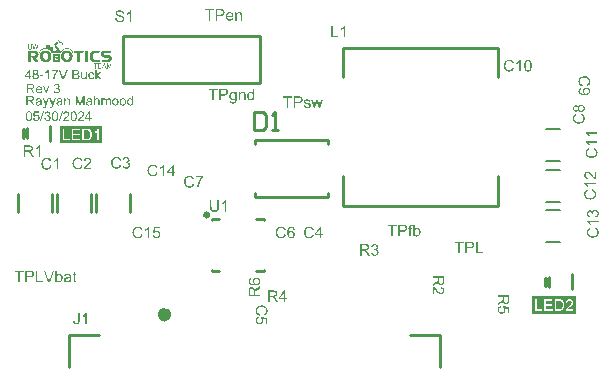
<source format=gbr>
%TF.GenerationSoftware,Altium Limited,Altium Designer,24.2.2 (26)*%
G04 Layer_Color=65535*
%FSLAX45Y45*%
%MOMM*%
%TF.SameCoordinates,49D751E1-909A-4D1D-99CC-CC6D119DB9C5*%
%TF.FilePolarity,Positive*%
%TF.FileFunction,Legend,Top*%
%TF.Part,Single*%
G01*
G75*
%TA.AperFunction,NonConductor*%
%ADD34C,0.63500*%
%ADD35C,0.50000*%
%ADD36C,0.25400*%
%ADD37C,0.12700*%
G36*
X1255522Y-2098294D02*
X1256538D01*
Y-2098548D01*
X1257300D01*
Y-2098802D01*
X1257808D01*
Y-2099056D01*
X1258316D01*
Y-2099310D01*
X1258824D01*
Y-2099564D01*
X1259332D01*
Y-2099818D01*
X1259586D01*
Y-2100072D01*
X1260094D01*
Y-2100326D01*
X1260348D01*
Y-2100580D01*
X1260856D01*
Y-2100834D01*
X1261364D01*
Y-2101088D01*
X1261872D01*
Y-2101342D01*
X1262126D01*
Y-2101596D01*
X1262634D01*
Y-2101850D01*
X1263142D01*
Y-2102104D01*
X1263650D01*
Y-2102358D01*
X1264158D01*
Y-2102612D01*
X1264666D01*
Y-2102866D01*
X1265174D01*
Y-2103120D01*
X1265428D01*
Y-2103374D01*
X1265936D01*
Y-2103628D01*
X1266444D01*
Y-2103882D01*
X1266952D01*
Y-2104136D01*
X1267460D01*
Y-2104390D01*
X1267968D01*
Y-2104644D01*
X1268476D01*
Y-2104898D01*
X1268730D01*
Y-2105152D01*
X1269238D01*
Y-2105406D01*
X1269746D01*
Y-2105660D01*
X1270254D01*
Y-2105914D01*
X1270762D01*
Y-2106168D01*
X1271270D01*
Y-2106422D01*
X1271778D01*
Y-2106676D01*
X1272032D01*
Y-2106930D01*
X1272540D01*
Y-2107184D01*
X1273048D01*
Y-2107438D01*
X1273556D01*
Y-2107692D01*
X1274064D01*
Y-2107946D01*
X1274572D01*
Y-2108200D01*
X1274826D01*
Y-2108454D01*
X1275334D01*
Y-2108708D01*
X1275842D01*
Y-2108962D01*
X1276350D01*
Y-2109216D01*
X1276858D01*
Y-2109470D01*
X1277366D01*
Y-2109724D01*
X1277874D01*
Y-2109978D01*
X1278128D01*
Y-2110232D01*
X1278636D01*
Y-2110486D01*
X1279144D01*
Y-2110740D01*
X1279652D01*
Y-2110994D01*
X1280160D01*
Y-2111248D01*
X1280668D01*
Y-2111502D01*
X1281176D01*
Y-2111756D01*
X1281430D01*
Y-2112010D01*
X1281938D01*
Y-2112264D01*
X1282446D01*
Y-2112518D01*
X1282954D01*
Y-2112772D01*
X1283462D01*
Y-2113026D01*
X1283970D01*
Y-2113280D01*
X1284478D01*
Y-2113534D01*
X1284732D01*
Y-2113788D01*
X1285240D01*
Y-2114042D01*
X1285748D01*
Y-2114296D01*
X1286256D01*
Y-2114550D01*
X1286764D01*
Y-2114804D01*
X1287272D01*
Y-2115058D01*
X1287526D01*
Y-2115312D01*
X1288034D01*
Y-2115566D01*
X1288542D01*
Y-2115820D01*
X1289050D01*
Y-2116074D01*
X1289558D01*
Y-2116328D01*
X1290066D01*
Y-2116582D01*
X1290574D01*
Y-2116836D01*
X1290828D01*
Y-2117090D01*
X1291336D01*
Y-2117344D01*
X1291844D01*
Y-2117598D01*
X1292352D01*
Y-2117852D01*
X1292606D01*
Y-2118360D01*
X1292860D01*
Y-2118614D01*
X1294638D01*
Y-2118360D01*
X1297686D01*
Y-2118106D01*
X1300734D01*
Y-2117852D01*
X1303274D01*
Y-2118360D01*
X1303528D01*
Y-2119122D01*
X1303782D01*
Y-2119630D01*
X1304036D01*
Y-2120138D01*
X1304290D01*
Y-2120900D01*
X1304544D01*
Y-2121408D01*
X1304798D01*
Y-2121916D01*
X1305052D01*
Y-2122678D01*
X1305306D01*
Y-2123186D01*
X1305560D01*
Y-2123694D01*
X1305814D01*
Y-2124202D01*
X1306068D01*
Y-2124964D01*
X1306322D01*
Y-2125472D01*
X1306576D01*
Y-2125980D01*
X1306830D01*
Y-2126742D01*
X1307084D01*
Y-2127250D01*
X1307338D01*
Y-2127758D01*
X1307592D01*
Y-2128520D01*
X1307846D01*
Y-2129028D01*
X1308100D01*
Y-2129536D01*
X1308354D01*
Y-2130298D01*
X1308608D01*
Y-2130806D01*
X1308862D01*
Y-2131314D01*
X1309116D01*
Y-2132076D01*
X1309370D01*
Y-2132584D01*
X1309624D01*
Y-2132838D01*
X1309370D01*
Y-2132584D01*
X1309116D01*
Y-2132330D01*
X1308862D01*
Y-2132076D01*
X1308608D01*
Y-2131822D01*
X1308354D01*
Y-2131314D01*
X1308100D01*
Y-2131060D01*
X1307846D01*
Y-2130806D01*
X1307592D01*
Y-2130552D01*
X1307338D01*
Y-2130298D01*
X1307084D01*
Y-2129790D01*
X1306830D01*
Y-2129536D01*
X1306576D01*
Y-2129282D01*
X1306322D01*
Y-2129028D01*
X1306068D01*
Y-2128774D01*
X1305814D01*
Y-2128266D01*
X1305560D01*
Y-2128012D01*
X1305306D01*
Y-2127758D01*
X1305052D01*
Y-2127504D01*
X1304798D01*
Y-2127250D01*
X1304544D01*
Y-2126742D01*
X1304290D01*
Y-2126488D01*
X1304036D01*
Y-2126234D01*
X1303782D01*
Y-2125980D01*
X1303528D01*
Y-2125726D01*
X1303274D01*
Y-2125218D01*
X1303020D01*
Y-2124964D01*
X1302766D01*
Y-2124710D01*
X1302512D01*
Y-2124456D01*
X1302258D01*
Y-2124202D01*
X1302004D01*
Y-2123694D01*
X1301750D01*
Y-2123440D01*
X1301496D01*
Y-2123186D01*
X1301242D01*
Y-2122932D01*
X1300988D01*
Y-2122678D01*
X1299972D01*
Y-2122932D01*
X1299464D01*
Y-2123186D01*
X1298702D01*
Y-2123440D01*
X1297940D01*
Y-2123694D01*
X1297432D01*
Y-2123948D01*
X1296670D01*
Y-2124202D01*
X1296162D01*
Y-2124456D01*
X1295400D01*
Y-2124710D01*
X1294892D01*
Y-2124964D01*
X1294130D01*
Y-2125218D01*
X1293622D01*
Y-2125472D01*
X1292860D01*
Y-2125726D01*
X1292606D01*
Y-2125980D01*
X1292352D01*
Y-2126488D01*
X1292098D01*
Y-2128012D01*
X1291844D01*
Y-2130298D01*
X1291590D01*
Y-2132330D01*
X1291336D01*
Y-2134616D01*
X1291590D01*
Y-2134870D01*
X1292606D01*
Y-2135124D01*
X1293368D01*
Y-2135378D01*
X1294384D01*
Y-2135632D01*
X1295146D01*
Y-2135886D01*
X1296162D01*
Y-2136140D01*
X1296924D01*
Y-2136394D01*
X1297940D01*
Y-2136648D01*
X1298702D01*
Y-2136902D01*
X1299718D01*
Y-2137156D01*
X1300480D01*
Y-2137410D01*
X1301496D01*
Y-2137664D01*
X1302258D01*
Y-2137918D01*
X1303274D01*
Y-2138172D01*
X1304036D01*
Y-2138426D01*
X1296924D01*
Y-2138172D01*
X1288288D01*
Y-2137918D01*
X1286764D01*
Y-2137664D01*
X1286510D01*
Y-2136902D01*
X1286256D01*
Y-2136394D01*
X1286002D01*
Y-2135886D01*
X1285748D01*
Y-2135124D01*
X1285494D01*
Y-2134616D01*
X1285240D01*
Y-2134108D01*
X1284986D01*
Y-2133346D01*
X1284732D01*
Y-2132838D01*
X1284478D01*
Y-2132330D01*
X1284224D01*
Y-2131568D01*
X1283970D01*
Y-2131060D01*
X1283716D01*
Y-2130298D01*
X1283462D01*
Y-2129790D01*
X1283208D01*
Y-2129282D01*
X1282954D01*
Y-2129028D01*
X1282700D01*
Y-2128774D01*
X1281938D01*
Y-2128520D01*
X1281430D01*
Y-2128266D01*
X1281176D01*
Y-2128012D01*
X1280668D01*
Y-2127758D01*
X1280160D01*
Y-2127504D01*
X1279652D01*
Y-2127250D01*
X1279144D01*
Y-2126996D01*
X1278890D01*
Y-2126742D01*
X1278382D01*
Y-2126488D01*
X1277874D01*
Y-2126234D01*
X1277366D01*
Y-2125980D01*
X1276858D01*
Y-2125726D01*
X1276604D01*
Y-2125472D01*
X1276096D01*
Y-2125218D01*
X1275588D01*
Y-2124964D01*
X1275080D01*
Y-2124710D01*
X1274826D01*
Y-2124456D01*
X1274318D01*
Y-2124202D01*
X1273810D01*
Y-2123948D01*
X1273302D01*
Y-2123694D01*
X1272794D01*
Y-2123440D01*
X1272540D01*
Y-2123186D01*
X1272032D01*
Y-2122932D01*
X1271524D01*
Y-2122678D01*
X1271016D01*
Y-2122424D01*
X1270508D01*
Y-2122170D01*
X1270254D01*
Y-2121916D01*
X1269746D01*
Y-2121662D01*
X1269238D01*
Y-2121408D01*
X1268730D01*
Y-2121154D01*
X1268222D01*
Y-2120900D01*
X1267968D01*
Y-2120646D01*
X1267460D01*
Y-2120392D01*
X1266952D01*
Y-2120138D01*
X1266444D01*
Y-2119884D01*
X1265936D01*
Y-2119630D01*
X1265682D01*
Y-2119376D01*
X1265174D01*
Y-2119122D01*
X1264666D01*
Y-2118868D01*
X1264158D01*
Y-2118614D01*
X1263650D01*
Y-2118360D01*
X1263396D01*
Y-2118106D01*
X1262888D01*
Y-2117852D01*
X1262380D01*
Y-2117598D01*
X1261872D01*
Y-2117344D01*
X1261618D01*
Y-2117090D01*
X1261110D01*
Y-2116836D01*
X1260602D01*
Y-2116582D01*
X1260094D01*
Y-2116328D01*
X1259586D01*
Y-2116074D01*
X1259332D01*
Y-2115820D01*
X1258824D01*
Y-2115566D01*
X1258316D01*
Y-2115312D01*
X1257808D01*
Y-2115058D01*
X1257300D01*
Y-2114804D01*
X1256792D01*
Y-2115058D01*
X1256538D01*
Y-2115566D01*
X1256284D01*
Y-2115820D01*
X1256030D01*
Y-2116074D01*
X1255776D01*
Y-2116328D01*
X1255522D01*
Y-2116836D01*
X1255268D01*
Y-2117090D01*
X1255014D01*
Y-2117344D01*
X1254760D01*
Y-2117598D01*
X1254506D01*
Y-2118106D01*
X1254252D01*
Y-2118360D01*
X1253998D01*
Y-2118614D01*
X1253744D01*
Y-2118868D01*
X1253490D01*
Y-2119122D01*
X1253236D01*
Y-2119630D01*
X1252982D01*
Y-2119884D01*
X1252728D01*
Y-2120138D01*
X1252474D01*
Y-2120392D01*
X1252220D01*
Y-2120646D01*
X1251966D01*
Y-2120900D01*
X1251712D01*
Y-2121408D01*
X1251458D01*
Y-2121662D01*
X1251204D01*
Y-2121916D01*
X1250950D01*
Y-2122170D01*
X1250696D01*
Y-2122424D01*
X1250442D01*
Y-2122678D01*
X1250188D01*
Y-2122932D01*
X1249934D01*
Y-2123440D01*
X1249680D01*
Y-2123694D01*
X1249426D01*
Y-2123948D01*
X1249172D01*
Y-2124202D01*
X1248918D01*
Y-2124456D01*
X1248664D01*
Y-2124710D01*
X1248410D01*
Y-2124964D01*
X1248156D01*
Y-2125472D01*
X1247902D01*
Y-2125726D01*
X1247648D01*
Y-2125980D01*
X1247394D01*
Y-2126234D01*
X1247140D01*
Y-2126488D01*
X1246886D01*
Y-2126742D01*
X1246632D01*
Y-2126996D01*
X1246378D01*
Y-2127250D01*
X1246124D01*
Y-2127504D01*
X1245870D01*
Y-2127758D01*
X1245616D01*
Y-2128012D01*
X1245362D01*
Y-2128520D01*
X1245108D01*
Y-2128774D01*
X1244854D01*
Y-2129028D01*
X1244600D01*
Y-2129282D01*
X1244346D01*
Y-2129536D01*
X1244092D01*
Y-2129790D01*
X1243838D01*
Y-2130044D01*
X1243584D01*
Y-2130298D01*
X1243330D01*
Y-2130806D01*
X1243076D01*
Y-2131060D01*
X1242822D01*
Y-2131314D01*
X1242568D01*
Y-2131568D01*
X1242314D01*
Y-2132076D01*
X1242060D01*
Y-2132330D01*
X1241806D01*
Y-2132584D01*
X1241552D01*
Y-2132838D01*
X1241298D01*
Y-2133346D01*
X1241044D01*
Y-2133600D01*
X1240790D01*
Y-2133854D01*
X1240536D01*
Y-2134362D01*
X1240282D01*
Y-2134616D01*
X1240028D01*
Y-2134870D01*
X1239774D01*
Y-2135124D01*
X1239520D01*
Y-2135632D01*
X1239266D01*
Y-2135886D01*
X1239012D01*
Y-2136140D01*
X1238758D01*
Y-2136394D01*
X1238504D01*
Y-2136902D01*
X1238250D01*
Y-2137156D01*
X1237996D01*
Y-2137410D01*
X1237742D01*
Y-2137664D01*
X1237488D01*
Y-2138172D01*
X1237234D01*
Y-2138426D01*
X1236726D01*
Y-2138172D01*
X1236472D01*
Y-2138426D01*
X1236726D01*
Y-2138680D01*
X1236980D01*
Y-2138934D01*
X1237234D01*
Y-2139442D01*
X1237488D01*
Y-2139696D01*
X1237742D01*
Y-2139950D01*
X1237996D01*
Y-2140204D01*
X1238250D01*
Y-2140458D01*
X1238504D01*
Y-2140966D01*
X1238758D01*
Y-2141220D01*
X1239012D01*
Y-2141474D01*
X1239266D01*
Y-2141728D01*
X1239520D01*
Y-2142236D01*
X1239774D01*
Y-2142490D01*
X1240028D01*
Y-2142744D01*
X1240282D01*
Y-2142998D01*
X1240536D01*
Y-2143252D01*
X1240790D01*
Y-2143760D01*
X1241044D01*
Y-2144014D01*
X1241298D01*
Y-2144268D01*
X1241552D01*
Y-2144522D01*
X1241806D01*
Y-2144776D01*
X1242060D01*
Y-2145284D01*
X1242314D01*
Y-2145538D01*
X1242568D01*
Y-2145792D01*
X1242822D01*
Y-2146046D01*
X1243076D01*
Y-2146554D01*
X1243330D01*
Y-2146808D01*
X1243584D01*
Y-2147062D01*
X1243838D01*
Y-2147316D01*
X1244092D01*
Y-2147570D01*
X1244346D01*
Y-2148078D01*
X1244600D01*
Y-2148332D01*
X1244854D01*
Y-2148586D01*
X1245108D01*
Y-2148840D01*
X1245362D01*
Y-2149094D01*
X1245616D01*
Y-2149602D01*
X1245870D01*
Y-2149856D01*
X1246124D01*
Y-2150110D01*
X1246378D01*
Y-2150364D01*
X1246632D01*
Y-2150872D01*
X1246886D01*
Y-2151126D01*
X1247140D01*
Y-2151380D01*
X1247394D01*
Y-2151634D01*
X1247648D01*
Y-2151888D01*
X1247902D01*
Y-2152396D01*
X1248156D01*
Y-2152650D01*
X1248410D01*
Y-2152904D01*
X1248664D01*
Y-2153158D01*
X1248918D01*
Y-2153412D01*
X1249172D01*
Y-2153920D01*
X1249426D01*
Y-2154174D01*
X1249680D01*
Y-2154428D01*
X1249934D01*
Y-2154682D01*
X1250188D01*
Y-2155190D01*
X1250442D01*
Y-2155444D01*
X1250696D01*
Y-2155698D01*
X1250950D01*
Y-2155952D01*
X1251204D01*
Y-2156206D01*
X1251458D01*
Y-2156714D01*
X1251712D01*
Y-2156968D01*
X1251966D01*
Y-2157222D01*
X1252220D01*
Y-2157476D01*
X1252474D01*
Y-2157984D01*
X1252728D01*
Y-2158238D01*
X1252982D01*
Y-2158492D01*
X1253236D01*
Y-2158746D01*
X1253490D01*
Y-2159000D01*
X1253744D01*
Y-2159508D01*
X1253998D01*
Y-2159762D01*
X1254252D01*
Y-2160016D01*
X1254506D01*
Y-2160270D01*
X1261618D01*
Y-2160778D01*
X1261872D01*
Y-2161794D01*
X1262126D01*
Y-2162810D01*
X1262380D01*
Y-2163826D01*
X1262634D01*
Y-2164588D01*
X1262888D01*
Y-2165604D01*
X1263142D01*
Y-2166620D01*
X1263396D01*
Y-2167636D01*
X1263650D01*
Y-2168652D01*
X1263904D01*
Y-2169414D01*
X1264158D01*
Y-2170430D01*
X1264412D01*
Y-2171446D01*
X1264666D01*
Y-2172462D01*
X1264920D01*
Y-2173478D01*
X1265174D01*
Y-2174494D01*
X1265428D01*
Y-2175256D01*
X1265682D01*
Y-2176272D01*
X1265936D01*
Y-2177288D01*
X1266190D01*
Y-2178304D01*
X1266444D01*
Y-2179320D01*
X1266698D01*
Y-2180082D01*
X1266952D01*
Y-2181098D01*
X1267206D01*
Y-2182114D01*
X1267460D01*
Y-2183130D01*
X1267714D01*
Y-2184146D01*
X1267968D01*
Y-2185162D01*
X1268222D01*
Y-2185924D01*
X1268476D01*
Y-2186940D01*
X1268730D01*
Y-2187956D01*
X1270508D01*
Y-2188210D01*
X1280668D01*
Y-2187956D01*
X1280922D01*
Y-2187448D01*
X1281176D01*
Y-2187194D01*
X1281430D01*
Y-2186686D01*
X1281684D01*
Y-2186432D01*
X1281938D01*
Y-2186178D01*
X1282192D01*
Y-2185670D01*
X1282446D01*
Y-2185416D01*
X1282700D01*
Y-2185162D01*
X1282954D01*
Y-2184654D01*
X1283208D01*
Y-2184400D01*
X1283462D01*
Y-2184146D01*
X1283716D01*
Y-2183638D01*
X1283970D01*
Y-2183384D01*
X1284224D01*
Y-2183130D01*
X1284478D01*
Y-2182876D01*
X1284732D01*
Y-2182622D01*
X1284986D01*
Y-2182368D01*
X1285240D01*
Y-2181860D01*
X1285494D01*
Y-2181606D01*
X1285748D01*
Y-2181352D01*
X1286002D01*
Y-2181098D01*
X1286256D01*
Y-2180844D01*
X1286510D01*
Y-2180590D01*
X1286764D01*
Y-2180336D01*
X1287018D01*
Y-2180082D01*
X1287272D01*
Y-2179828D01*
X1287526D01*
Y-2179574D01*
X1287780D01*
Y-2179320D01*
X1288034D01*
Y-2179066D01*
X1288288D01*
Y-2178812D01*
X1288542D01*
Y-2178558D01*
X1288796D01*
Y-2178304D01*
X1289050D01*
Y-2178050D01*
X1289304D01*
Y-2177796D01*
X1289558D01*
Y-2177542D01*
X1289812D01*
Y-2177288D01*
X1290320D01*
Y-2177034D01*
X1290574D01*
Y-2176780D01*
X1290828D01*
Y-2176526D01*
X1291082D01*
Y-2176272D01*
X1291336D01*
Y-2176018D01*
X1291844D01*
Y-2175764D01*
X1292098D01*
Y-2175510D01*
X1292352D01*
Y-2175256D01*
X1292606D01*
Y-2175002D01*
X1293114D01*
Y-2174748D01*
X1293368D01*
Y-2174494D01*
X1293622D01*
Y-2174240D01*
X1294130D01*
Y-2173986D01*
X1294384D01*
Y-2173732D01*
X1294892D01*
Y-2173478D01*
X1295146D01*
Y-2173224D01*
X1295654D01*
Y-2172970D01*
X1295908D01*
Y-2172716D01*
X1296416D01*
Y-2172462D01*
X1296670D01*
Y-2172208D01*
X1297178D01*
Y-2171954D01*
X1297686D01*
Y-2171700D01*
X1297940D01*
Y-2171446D01*
X1298448D01*
Y-2171192D01*
X1298956D01*
Y-2170938D01*
X1299464D01*
Y-2170684D01*
X1299972D01*
Y-2170430D01*
X1300226D01*
Y-2170176D01*
X1300734D01*
Y-2169922D01*
X1301242D01*
Y-2169668D01*
X1301750D01*
Y-2169414D01*
X1302512D01*
Y-2169160D01*
X1303020D01*
Y-2168906D01*
X1303528D01*
Y-2168652D01*
X1304036D01*
Y-2168398D01*
X1304798D01*
Y-2168144D01*
X1305306D01*
Y-2167890D01*
X1306068D01*
Y-2167636D01*
X1306830D01*
Y-2167382D01*
X1307592D01*
Y-2167128D01*
X1308354D01*
Y-2166874D01*
X1309116D01*
Y-2166620D01*
X1309878D01*
Y-2166366D01*
X1310894D01*
Y-2166112D01*
X1311656D01*
Y-2165858D01*
X1312926D01*
Y-2165604D01*
X1313942D01*
Y-2165350D01*
X1315212D01*
Y-2165096D01*
X1316482D01*
Y-2164842D01*
X1318260D01*
Y-2164588D01*
X1320292D01*
Y-2164334D01*
X1323086D01*
Y-2164080D01*
X1332484D01*
Y-2164334D01*
X1335532D01*
Y-2164588D01*
X1337564D01*
Y-2164842D01*
X1339088D01*
Y-2165096D01*
X1340612D01*
Y-2165350D01*
X1341882D01*
Y-2165604D01*
X1342898D01*
Y-2165858D01*
X1343914D01*
Y-2166112D01*
X1344930D01*
Y-2166366D01*
X1345946D01*
Y-2166620D01*
X1346708D01*
Y-2166874D01*
X1347470D01*
Y-2167128D01*
X1348232D01*
Y-2167382D01*
X1348994D01*
Y-2167636D01*
X1349756D01*
Y-2167890D01*
X1350518D01*
Y-2168144D01*
X1351026D01*
Y-2168398D01*
X1351788D01*
Y-2168652D01*
X1352296D01*
Y-2168906D01*
X1352804D01*
Y-2169160D01*
X1353312D01*
Y-2169414D01*
X1354074D01*
Y-2169668D01*
X1354582D01*
Y-2169922D01*
X1355090D01*
Y-2170176D01*
X1355598D01*
Y-2170430D01*
X1356106D01*
Y-2170684D01*
X1356360D01*
Y-2170938D01*
X1356868D01*
Y-2171192D01*
X1357376D01*
Y-2171446D01*
X1357884D01*
Y-2171700D01*
X1358392D01*
Y-2171954D01*
X1358646D01*
Y-2172208D01*
X1359154D01*
Y-2172462D01*
X1359408D01*
Y-2172716D01*
X1359916D01*
Y-2172970D01*
X1360424D01*
Y-2173224D01*
X1360678D01*
Y-2173478D01*
X1361186D01*
Y-2173732D01*
X1361440D01*
Y-2173986D01*
X1361694D01*
Y-2174240D01*
X1362202D01*
Y-2174494D01*
X1362456D01*
Y-2174748D01*
X1362964D01*
Y-2175002D01*
X1363218D01*
Y-2175256D01*
X1363472D01*
Y-2175510D01*
X1363980D01*
Y-2175764D01*
X1364234D01*
Y-2176018D01*
X1364488D01*
Y-2176272D01*
X1364742D01*
Y-2176526D01*
X1365250D01*
Y-2176780D01*
X1365504D01*
Y-2177034D01*
X1365758D01*
Y-2177288D01*
X1366012D01*
Y-2177542D01*
X1366266D01*
Y-2177796D01*
X1366520D01*
Y-2178050D01*
X1366774D01*
Y-2178304D01*
X1367282D01*
Y-2178558D01*
X1367536D01*
Y-2178812D01*
X1367790D01*
Y-2179066D01*
X1368044D01*
Y-2179320D01*
X1368298D01*
Y-2179574D01*
X1368552D01*
Y-2179828D01*
X1368806D01*
Y-2180082D01*
X1369060D01*
Y-2180336D01*
X1369314D01*
Y-2180590D01*
X1369568D01*
Y-2180844D01*
X1369822D01*
Y-2181098D01*
X1370076D01*
Y-2181352D01*
X1370330D01*
Y-2181860D01*
X1370584D01*
Y-2182114D01*
X1370838D01*
Y-2182368D01*
X1371092D01*
Y-2182622D01*
X1371346D01*
Y-2182876D01*
X1371600D01*
Y-2183130D01*
X1371854D01*
Y-2183384D01*
X1372108D01*
Y-2183892D01*
X1372362D01*
Y-2184146D01*
X1372616D01*
Y-2184400D01*
X1372870D01*
Y-2184654D01*
X1373124D01*
Y-2185162D01*
X1373378D01*
Y-2185416D01*
X1373632D01*
Y-2185670D01*
X1373886D01*
Y-2186178D01*
X1374140D01*
Y-2186432D01*
X1374394D01*
Y-2186686D01*
X1374648D01*
Y-2187194D01*
X1374902D01*
Y-2187448D01*
X1375156D01*
Y-2187956D01*
X1375410D01*
Y-2188210D01*
X1375664D01*
Y-2188464D01*
X1375918D01*
Y-2188972D01*
X1376172D01*
Y-2189480D01*
X1376426D01*
Y-2189734D01*
X1376680D01*
Y-2190242D01*
X1376934D01*
Y-2190496D01*
X1377188D01*
Y-2191004D01*
X1377442D01*
Y-2191512D01*
X1377696D01*
Y-2191766D01*
X1377950D01*
Y-2192274D01*
X1378204D01*
Y-2192782D01*
X1378458D01*
Y-2193290D01*
X1378712D01*
Y-2193798D01*
X1378966D01*
Y-2194306D01*
X1379220D01*
Y-2194814D01*
X1379474D01*
Y-2195322D01*
X1379728D01*
Y-2195830D01*
X1379982D01*
Y-2196338D01*
X1380236D01*
Y-2196846D01*
X1380490D01*
Y-2197354D01*
X1380744D01*
Y-2198116D01*
X1380998D01*
Y-2198624D01*
X1381252D01*
Y-2199386D01*
X1381506D01*
Y-2199894D01*
X1381760D01*
Y-2200656D01*
X1382014D01*
Y-2201672D01*
X1380998D01*
Y-2201926D01*
X1380236D01*
Y-2202180D01*
X1379220D01*
Y-2202434D01*
X1378204D01*
Y-2202688D01*
X1377442D01*
Y-2202942D01*
X1376426D01*
Y-2202180D01*
X1376172D01*
Y-2201418D01*
X1375918D01*
Y-2200910D01*
X1375664D01*
Y-2200148D01*
X1375410D01*
Y-2199640D01*
X1375156D01*
Y-2199132D01*
X1374902D01*
Y-2198370D01*
X1374648D01*
Y-2197862D01*
X1374394D01*
Y-2197354D01*
X1374140D01*
Y-2196846D01*
X1373886D01*
Y-2196338D01*
X1373632D01*
Y-2195830D01*
X1373378D01*
Y-2195576D01*
X1373124D01*
Y-2195068D01*
X1372870D01*
Y-2194560D01*
X1372616D01*
Y-2194052D01*
X1372362D01*
Y-2193798D01*
X1372108D01*
Y-2193290D01*
X1371854D01*
Y-2192782D01*
X1371600D01*
Y-2192528D01*
X1371346D01*
Y-2192020D01*
X1371092D01*
Y-2191766D01*
X1370838D01*
Y-2191258D01*
X1370584D01*
Y-2191004D01*
X1370330D01*
Y-2190496D01*
X1370076D01*
Y-2190242D01*
X1369822D01*
Y-2189988D01*
X1369568D01*
Y-2189480D01*
X1369314D01*
Y-2189226D01*
X1369060D01*
Y-2188972D01*
X1368806D01*
Y-2188464D01*
X1368552D01*
Y-2188210D01*
X1368298D01*
Y-2187956D01*
X1368044D01*
Y-2187702D01*
X1367790D01*
Y-2187194D01*
X1367536D01*
Y-2186940D01*
X1367282D01*
Y-2186686D01*
X1367028D01*
Y-2186432D01*
X1366774D01*
Y-2186178D01*
X1366520D01*
Y-2185924D01*
X1366266D01*
Y-2185670D01*
X1366012D01*
Y-2185162D01*
X1365758D01*
Y-2184908D01*
X1365504D01*
Y-2184654D01*
X1365250D01*
Y-2184400D01*
X1364996D01*
Y-2184146D01*
X1364742D01*
Y-2183892D01*
X1364488D01*
Y-2183638D01*
X1364234D01*
Y-2183384D01*
X1363980D01*
Y-2183130D01*
X1363726D01*
Y-2182876D01*
X1363472D01*
Y-2182622D01*
X1362964D01*
Y-2182368D01*
X1362710D01*
Y-2182114D01*
X1362456D01*
Y-2181860D01*
X1362202D01*
Y-2181606D01*
X1361948D01*
Y-2181352D01*
X1361694D01*
Y-2181098D01*
X1361440D01*
Y-2180844D01*
X1360932D01*
Y-2180590D01*
X1360678D01*
Y-2180336D01*
X1360424D01*
Y-2180082D01*
X1360170D01*
Y-2179828D01*
X1359662D01*
Y-2179574D01*
X1359408D01*
Y-2179320D01*
X1359154D01*
Y-2179066D01*
X1358646D01*
Y-2178812D01*
X1358392D01*
Y-2178558D01*
X1357884D01*
Y-2178304D01*
X1357630D01*
Y-2178050D01*
X1357122D01*
Y-2177796D01*
X1356868D01*
Y-2177542D01*
X1356360D01*
Y-2177288D01*
X1356106D01*
Y-2177034D01*
X1355598D01*
Y-2176780D01*
X1355090D01*
Y-2176526D01*
X1354836D01*
Y-2176272D01*
X1354328D01*
Y-2176018D01*
X1353820D01*
Y-2175764D01*
X1353312D01*
Y-2175510D01*
X1352804D01*
Y-2175256D01*
X1352296D01*
Y-2175002D01*
X1351788D01*
Y-2174748D01*
X1351280D01*
Y-2174494D01*
X1350772D01*
Y-2174240D01*
X1350264D01*
Y-2173986D01*
X1349502D01*
Y-2173732D01*
X1348994D01*
Y-2173478D01*
X1348232D01*
Y-2173224D01*
X1347724D01*
Y-2172970D01*
X1346962D01*
Y-2172716D01*
X1346200D01*
Y-2172462D01*
X1345438D01*
Y-2172208D01*
X1344676D01*
Y-2171954D01*
X1343660D01*
Y-2171700D01*
X1342644D01*
Y-2171446D01*
X1341628D01*
Y-2171192D01*
X1340612D01*
Y-2170938D01*
X1339342D01*
Y-2170684D01*
X1337818D01*
Y-2170430D01*
X1336040D01*
Y-2170176D01*
X1333754D01*
Y-2169922D01*
X1329182D01*
Y-2169668D01*
X1326642D01*
Y-2169922D01*
X1322070D01*
Y-2170176D01*
X1319784D01*
Y-2170430D01*
X1318006D01*
Y-2170684D01*
X1316482D01*
Y-2170938D01*
X1315212D01*
Y-2171192D01*
X1314196D01*
Y-2171446D01*
X1313180D01*
Y-2171700D01*
X1312164D01*
Y-2171954D01*
X1311148D01*
Y-2172208D01*
X1310386D01*
Y-2172462D01*
X1309624D01*
Y-2172716D01*
X1308862D01*
Y-2172970D01*
X1308100D01*
Y-2173224D01*
X1307592D01*
Y-2173478D01*
X1306830D01*
Y-2173732D01*
X1306322D01*
Y-2173986D01*
X1305814D01*
Y-2174240D01*
X1305052D01*
Y-2174494D01*
X1304544D01*
Y-2174748D01*
X1304036D01*
Y-2175002D01*
X1303528D01*
Y-2175256D01*
X1303020D01*
Y-2175510D01*
X1302512D01*
Y-2175764D01*
X1302004D01*
Y-2176018D01*
X1301496D01*
Y-2176272D01*
X1301242D01*
Y-2176526D01*
X1300734D01*
Y-2176780D01*
X1300226D01*
Y-2177034D01*
X1299972D01*
Y-2177288D01*
X1299464D01*
Y-2177542D01*
X1298956D01*
Y-2177796D01*
X1298702D01*
Y-2178050D01*
X1298194D01*
Y-2178304D01*
X1297940D01*
Y-2178558D01*
X1297686D01*
Y-2178812D01*
X1297178D01*
Y-2179066D01*
X1296924D01*
Y-2179320D01*
X1296416D01*
Y-2179574D01*
X1296162D01*
Y-2179828D01*
X1295908D01*
Y-2180082D01*
X1295654D01*
Y-2180336D01*
X1295146D01*
Y-2180590D01*
X1294892D01*
Y-2180844D01*
X1294638D01*
Y-2181098D01*
X1294384D01*
Y-2181352D01*
X1294130D01*
Y-2181606D01*
X1293622D01*
Y-2181860D01*
X1293368D01*
Y-2182114D01*
X1293114D01*
Y-2182368D01*
X1292860D01*
Y-2182622D01*
X1292606D01*
Y-2182876D01*
X1292352D01*
Y-2183130D01*
X1292098D01*
Y-2183384D01*
X1291844D01*
Y-2183638D01*
X1291590D01*
Y-2183892D01*
X1291336D01*
Y-2184146D01*
X1291082D01*
Y-2184400D01*
X1290828D01*
Y-2184654D01*
X1290574D01*
Y-2184908D01*
X1290320D01*
Y-2185162D01*
X1290066D01*
Y-2185416D01*
X1289812D01*
Y-2185670D01*
X1289558D01*
Y-2185924D01*
X1289304D01*
Y-2186432D01*
X1289050D01*
Y-2186686D01*
X1288796D01*
Y-2186940D01*
X1288542D01*
Y-2187194D01*
X1288288D01*
Y-2187448D01*
X1288034D01*
Y-2187956D01*
X1287780D01*
Y-2188210D01*
X1287526D01*
Y-2188464D01*
X1287272D01*
Y-2188972D01*
X1287018D01*
Y-2189226D01*
X1286764D01*
Y-2189480D01*
X1286510D01*
Y-2189988D01*
X1286256D01*
Y-2190242D01*
X1286002D01*
Y-2190496D01*
X1285748D01*
Y-2191004D01*
X1285494D01*
Y-2191258D01*
X1285240D01*
Y-2191766D01*
X1284986D01*
Y-2192020D01*
X1284732D01*
Y-2192528D01*
X1284478D01*
Y-2193036D01*
X1284224D01*
Y-2193290D01*
X1283970D01*
Y-2193798D01*
X1283716D01*
Y-2194306D01*
X1283462D01*
Y-2194814D01*
X1283208D01*
Y-2195068D01*
X1282954D01*
Y-2195576D01*
X1282700D01*
Y-2196084D01*
X1282446D01*
Y-2196592D01*
X1282192D01*
Y-2197100D01*
X1281938D01*
Y-2197608D01*
X1281684D01*
Y-2198116D01*
X1281430D01*
Y-2198624D01*
X1281176D01*
Y-2199386D01*
X1280922D01*
Y-2199894D01*
X1280668D01*
Y-2200656D01*
X1280414D01*
Y-2201164D01*
X1280160D01*
Y-2201926D01*
X1279906D01*
Y-2202688D01*
X1279652D01*
Y-2203196D01*
X1251458D01*
Y-2202942D01*
X1195578D01*
Y-2202180D01*
X1195324D01*
Y-2201418D01*
X1195070D01*
Y-2200910D01*
X1194816D01*
Y-2200148D01*
X1194562D01*
Y-2199640D01*
X1194308D01*
Y-2199132D01*
X1194054D01*
Y-2198624D01*
X1193800D01*
Y-2197862D01*
X1193546D01*
Y-2197354D01*
X1193292D01*
Y-2196846D01*
X1193038D01*
Y-2196338D01*
X1192784D01*
Y-2195830D01*
X1192530D01*
Y-2195576D01*
X1192276D01*
Y-2195068D01*
X1192022D01*
Y-2194560D01*
X1191768D01*
Y-2194052D01*
X1191514D01*
Y-2193798D01*
X1191260D01*
Y-2193290D01*
X1191006D01*
Y-2192782D01*
X1190752D01*
Y-2192528D01*
X1190498D01*
Y-2192020D01*
X1190244D01*
Y-2191766D01*
X1189990D01*
Y-2191258D01*
X1189736D01*
Y-2191004D01*
X1189482D01*
Y-2190496D01*
X1189228D01*
Y-2190242D01*
X1188974D01*
Y-2189988D01*
X1188720D01*
Y-2189480D01*
X1188466D01*
Y-2189226D01*
X1188212D01*
Y-2188718D01*
X1187958D01*
Y-2188464D01*
X1187704D01*
Y-2188210D01*
X1187450D01*
Y-2187956D01*
X1187196D01*
Y-2187448D01*
X1186942D01*
Y-2187194D01*
X1186688D01*
Y-2186940D01*
X1186434D01*
Y-2186686D01*
X1186180D01*
Y-2186432D01*
X1185926D01*
Y-2186178D01*
X1185672D01*
Y-2185670D01*
X1185418D01*
Y-2185416D01*
X1185164D01*
Y-2185162D01*
X1184910D01*
Y-2184908D01*
X1184656D01*
Y-2184654D01*
X1184402D01*
Y-2184400D01*
X1184148D01*
Y-2184146D01*
X1183894D01*
Y-2183892D01*
X1183640D01*
Y-2183638D01*
X1183386D01*
Y-2183384D01*
X1183132D01*
Y-2183130D01*
X1182878D01*
Y-2182876D01*
X1182624D01*
Y-2182622D01*
X1182370D01*
Y-2182368D01*
X1182116D01*
Y-2182114D01*
X1181862D01*
Y-2181860D01*
X1181354D01*
Y-2181606D01*
X1181100D01*
Y-2181352D01*
X1180846D01*
Y-2181098D01*
X1180592D01*
Y-2180844D01*
X1180338D01*
Y-2180590D01*
X1180084D01*
Y-2180336D01*
X1179576D01*
Y-2180082D01*
X1179322D01*
Y-2179828D01*
X1179068D01*
Y-2179574D01*
X1178560D01*
Y-2179320D01*
X1178306D01*
Y-2179066D01*
X1178052D01*
Y-2178812D01*
X1177544D01*
Y-2178558D01*
X1177290D01*
Y-2178304D01*
X1176782D01*
Y-2178050D01*
X1176528D01*
Y-2177796D01*
X1176020D01*
Y-2177542D01*
X1175766D01*
Y-2177288D01*
X1175258D01*
Y-2177034D01*
X1175004D01*
Y-2176780D01*
X1174496D01*
Y-2176526D01*
X1173988D01*
Y-2176272D01*
X1173734D01*
Y-2176018D01*
X1173226D01*
Y-2175764D01*
X1172718D01*
Y-2175510D01*
X1172210D01*
Y-2175256D01*
X1171702D01*
Y-2175002D01*
X1171194D01*
Y-2174748D01*
X1170686D01*
Y-2174494D01*
X1170178D01*
Y-2174240D01*
X1169670D01*
Y-2173986D01*
X1168908D01*
Y-2173732D01*
X1168400D01*
Y-2173478D01*
X1167638D01*
Y-2173224D01*
X1167130D01*
Y-2172970D01*
X1166368D01*
Y-2172716D01*
X1165606D01*
Y-2172462D01*
X1164844D01*
Y-2172208D01*
X1164082D01*
Y-2171954D01*
X1163320D01*
Y-2171700D01*
X1162304D01*
Y-2171446D01*
X1161288D01*
Y-2171192D01*
X1160272D01*
Y-2170938D01*
X1159256D01*
Y-2170684D01*
X1157732D01*
Y-2170430D01*
X1156208D01*
Y-2170176D01*
X1154430D01*
Y-2169922D01*
X1151636D01*
Y-2169668D01*
X1142238D01*
Y-2169922D01*
X1139444D01*
Y-2170176D01*
X1137666D01*
Y-2170430D01*
X1136142D01*
Y-2170684D01*
X1134872D01*
Y-2170938D01*
X1133602D01*
Y-2171192D01*
X1132586D01*
Y-2171446D01*
X1131570D01*
Y-2171700D01*
X1130554D01*
Y-2171954D01*
X1129792D01*
Y-2172208D01*
X1129030D01*
Y-2172462D01*
X1128268D01*
Y-2172716D01*
X1127506D01*
Y-2172970D01*
X1126744D01*
Y-2173224D01*
X1126236D01*
Y-2173478D01*
X1125474D01*
Y-2173732D01*
X1124966D01*
Y-2173986D01*
X1124458D01*
Y-2174240D01*
X1123950D01*
Y-2174494D01*
X1123188D01*
Y-2174748D01*
X1122680D01*
Y-2175002D01*
X1122172D01*
Y-2175256D01*
X1121664D01*
Y-2175510D01*
X1121410D01*
Y-2175764D01*
X1120902D01*
Y-2176018D01*
X1120394D01*
Y-2176272D01*
X1119886D01*
Y-2176526D01*
X1119378D01*
Y-2176780D01*
X1119124D01*
Y-2177034D01*
X1118616D01*
Y-2177288D01*
X1118362D01*
Y-2177542D01*
X1117854D01*
Y-2177796D01*
X1117600D01*
Y-2178050D01*
X1117092D01*
Y-2178304D01*
X1116838D01*
Y-2178558D01*
X1116330D01*
Y-2178812D01*
X1116076D01*
Y-2179066D01*
X1115822D01*
Y-2179320D01*
X1115314D01*
Y-2179574D01*
X1115060D01*
Y-2179828D01*
X1114806D01*
Y-2180082D01*
X1114298D01*
Y-2180336D01*
X1114044D01*
Y-2180590D01*
X1113790D01*
Y-2180844D01*
X1113536D01*
Y-2181098D01*
X1113282D01*
Y-2181352D01*
X1112774D01*
Y-2181606D01*
X1112520D01*
Y-2181860D01*
X1112266D01*
Y-2182114D01*
X1112012D01*
Y-2182368D01*
X1111758D01*
Y-2182622D01*
X1111504D01*
Y-2182876D01*
X1111250D01*
Y-2183130D01*
X1110996D01*
Y-2183384D01*
X1110742D01*
Y-2183638D01*
X1110488D01*
Y-2183892D01*
X1110234D01*
Y-2184146D01*
X1109980D01*
Y-2184400D01*
X1109726D01*
Y-2184654D01*
X1109472D01*
Y-2184908D01*
X1109218D01*
Y-2185162D01*
X1108964D01*
Y-2185416D01*
X1108710D01*
Y-2185670D01*
X1108456D01*
Y-2186178D01*
X1108202D01*
Y-2186432D01*
X1107948D01*
Y-2186686D01*
X1107694D01*
Y-2186940D01*
X1107440D01*
Y-2187194D01*
X1107186D01*
Y-2187702D01*
X1106932D01*
Y-2187956D01*
X1106678D01*
Y-2188210D01*
X1106424D01*
Y-2188464D01*
X1106170D01*
Y-2188972D01*
X1105916D01*
Y-2189226D01*
X1105662D01*
Y-2189480D01*
X1105408D01*
Y-2189988D01*
X1105154D01*
Y-2190242D01*
X1104900D01*
Y-2190750D01*
X1104646D01*
Y-2191004D01*
X1104392D01*
Y-2191512D01*
X1104138D01*
Y-2191766D01*
X1103884D01*
Y-2192274D01*
X1103630D01*
Y-2192528D01*
X1103376D01*
Y-2193036D01*
X1103122D01*
Y-2193544D01*
X1102868D01*
Y-2193798D01*
X1102614D01*
Y-2194306D01*
X1102360D01*
Y-2194814D01*
X1102106D01*
Y-2195322D01*
X1101852D01*
Y-2195830D01*
X1101598D01*
Y-2196338D01*
X1101344D01*
Y-2196846D01*
X1101090D01*
Y-2197354D01*
X1100836D01*
Y-2197862D01*
X1100582D01*
Y-2198370D01*
X1100328D01*
Y-2198878D01*
X1100074D01*
Y-2199640D01*
X1099820D01*
Y-2200148D01*
X1099566D01*
Y-2200910D01*
X1099312D01*
Y-2201418D01*
X1099058D01*
Y-2202180D01*
X1098804D01*
Y-2202688D01*
X1097534D01*
Y-2202434D01*
X1096772D01*
Y-2202180D01*
X1095756D01*
Y-2201926D01*
X1094740D01*
Y-2201672D01*
X1093978D01*
Y-2201418D01*
X1093216D01*
Y-2200910D01*
X1093470D01*
Y-2200148D01*
X1093724D01*
Y-2199386D01*
X1093978D01*
Y-2198624D01*
X1094232D01*
Y-2198370D01*
Y-2198116D01*
X1094486D01*
Y-2197354D01*
X1094740D01*
Y-2196846D01*
X1094994D01*
Y-2196338D01*
X1095248D01*
Y-2195576D01*
X1095502D01*
Y-2195068D01*
X1095756D01*
Y-2194560D01*
X1096010D01*
Y-2194052D01*
X1096264D01*
Y-2193544D01*
X1096518D01*
Y-2193036D01*
X1096772D01*
Y-2192528D01*
X1097026D01*
Y-2192020D01*
X1097280D01*
Y-2191766D01*
X1097534D01*
Y-2191258D01*
X1097788D01*
Y-2190750D01*
X1098042D01*
Y-2190242D01*
X1098296D01*
Y-2189988D01*
X1098550D01*
Y-2189480D01*
X1098804D01*
Y-2189226D01*
X1099058D01*
Y-2188718D01*
X1099312D01*
Y-2188210D01*
X1099566D01*
Y-2187956D01*
X1099820D01*
Y-2187448D01*
X1100074D01*
Y-2187194D01*
X1100328D01*
Y-2186940D01*
X1100582D01*
Y-2186432D01*
X1100836D01*
Y-2186178D01*
X1101090D01*
Y-2185670D01*
X1101344D01*
Y-2185416D01*
X1101598D01*
Y-2185162D01*
X1101852D01*
Y-2184654D01*
X1102106D01*
Y-2184400D01*
X1102360D01*
Y-2184146D01*
X1102614D01*
Y-2183892D01*
X1102868D01*
Y-2183384D01*
X1103122D01*
Y-2183130D01*
X1103376D01*
Y-2182876D01*
X1103630D01*
Y-2182622D01*
X1103884D01*
Y-2182368D01*
X1104138D01*
Y-2181860D01*
X1104392D01*
Y-2181606D01*
X1104646D01*
Y-2181352D01*
X1104900D01*
Y-2181098D01*
X1105154D01*
Y-2180844D01*
X1105408D01*
Y-2180590D01*
X1105662D01*
Y-2180336D01*
X1105916D01*
Y-2180082D01*
X1106170D01*
Y-2179828D01*
X1106424D01*
Y-2179574D01*
X1106678D01*
Y-2179320D01*
X1106932D01*
Y-2179066D01*
X1107186D01*
Y-2178812D01*
X1107440D01*
Y-2178558D01*
X1107694D01*
Y-2178304D01*
X1107948D01*
Y-2178050D01*
X1108202D01*
Y-2177796D01*
X1108456D01*
Y-2177542D01*
X1108710D01*
Y-2177288D01*
X1109218D01*
Y-2177034D01*
X1109472D01*
Y-2176780D01*
X1109726D01*
Y-2176526D01*
X1109980D01*
Y-2176272D01*
X1110234D01*
Y-2176018D01*
X1110488D01*
Y-2175764D01*
X1110996D01*
Y-2175510D01*
X1111250D01*
Y-2175256D01*
X1111504D01*
Y-2175002D01*
X1112012D01*
Y-2174748D01*
X1112266D01*
Y-2174494D01*
X1112520D01*
Y-2174240D01*
X1113028D01*
Y-2173986D01*
X1113282D01*
Y-2173732D01*
X1113536D01*
Y-2173478D01*
X1114044D01*
Y-2173224D01*
X1114298D01*
Y-2172970D01*
X1114806D01*
Y-2172716D01*
X1115060D01*
Y-2172462D01*
X1115568D01*
Y-2172208D01*
X1116076D01*
Y-2171954D01*
X1116330D01*
Y-2171700D01*
X1116838D01*
Y-2171446D01*
X1117346D01*
Y-2171192D01*
X1117600D01*
Y-2170938D01*
X1118108D01*
Y-2170684D01*
X1118616D01*
Y-2170430D01*
X1119124D01*
Y-2170176D01*
X1119632D01*
Y-2169922D01*
X1120140D01*
Y-2169668D01*
X1120648D01*
Y-2169414D01*
X1121156D01*
Y-2169160D01*
X1121664D01*
Y-2168906D01*
X1122172D01*
Y-2168652D01*
X1122934D01*
Y-2168398D01*
X1123442D01*
Y-2168144D01*
X1123950D01*
Y-2167890D01*
X1124712D01*
Y-2167636D01*
X1125474D01*
Y-2167382D01*
X1125982D01*
Y-2167128D01*
X1126744D01*
Y-2166874D01*
X1127506D01*
Y-2166620D01*
X1128522D01*
Y-2166366D01*
X1129284D01*
Y-2166112D01*
X1130300D01*
Y-2165858D01*
X1131316D01*
Y-2165604D01*
X1132332D01*
Y-2165350D01*
X1133348D01*
Y-2165096D01*
X1134618D01*
Y-2164842D01*
X1136142D01*
Y-2164588D01*
X1137920D01*
Y-2164334D01*
X1140206D01*
Y-2164080D01*
X1144016D01*
Y-2163826D01*
X1149858D01*
Y-2164080D01*
X1153668D01*
Y-2164334D01*
X1154176D01*
Y-2163572D01*
X1154430D01*
Y-2154682D01*
X1154684D01*
Y-2145792D01*
X1154938D01*
Y-2136902D01*
X1155192D01*
Y-2136648D01*
X1180338D01*
Y-2136394D01*
X1188212D01*
Y-2137664D01*
X1188466D01*
Y-2151634D01*
X1188720D01*
Y-2156968D01*
X1194562D01*
Y-2156714D01*
X1207770D01*
Y-2187448D01*
X1215898D01*
Y-2187702D01*
X1237488D01*
Y-2187194D01*
X1237742D01*
Y-2186432D01*
X1237996D01*
Y-2185416D01*
X1238250D01*
Y-2184400D01*
X1238504D01*
Y-2183638D01*
X1238758D01*
Y-2182622D01*
X1239012D01*
Y-2181860D01*
X1239266D01*
Y-2180844D01*
X1239520D01*
Y-2180082D01*
X1239774D01*
Y-2179066D01*
X1240028D01*
Y-2178050D01*
X1240282D01*
Y-2177288D01*
X1240536D01*
Y-2176272D01*
X1240790D01*
Y-2175510D01*
X1241044D01*
Y-2174494D01*
X1241298D01*
Y-2173478D01*
X1241552D01*
Y-2172716D01*
X1241806D01*
Y-2171700D01*
X1242060D01*
Y-2171192D01*
X1241806D01*
Y-2170938D01*
X1241552D01*
Y-2170684D01*
X1241298D01*
Y-2170430D01*
X1241044D01*
Y-2170176D01*
X1240790D01*
Y-2169668D01*
X1240536D01*
Y-2169414D01*
X1240282D01*
Y-2169160D01*
X1240028D01*
Y-2168906D01*
X1239774D01*
Y-2168652D01*
X1239520D01*
Y-2168144D01*
X1239266D01*
Y-2167890D01*
X1239012D01*
Y-2167636D01*
X1238758D01*
Y-2167382D01*
X1238504D01*
Y-2167128D01*
X1238250D01*
Y-2166620D01*
X1237996D01*
Y-2166366D01*
X1237742D01*
Y-2166112D01*
X1237488D01*
Y-2165858D01*
X1237234D01*
Y-2165604D01*
X1236980D01*
Y-2165096D01*
X1236726D01*
Y-2164842D01*
X1236472D01*
Y-2164588D01*
X1236218D01*
Y-2164334D01*
X1235964D01*
Y-2163826D01*
X1235710D01*
Y-2163572D01*
X1235456D01*
Y-2163318D01*
X1235202D01*
Y-2163064D01*
X1234948D01*
Y-2162810D01*
X1234694D01*
Y-2162302D01*
X1234440D01*
Y-2162048D01*
X1234186D01*
Y-2161794D01*
X1233932D01*
Y-2161540D01*
X1233678D01*
Y-2161286D01*
X1233424D01*
Y-2160778D01*
X1233170D01*
Y-2160524D01*
X1232916D01*
Y-2160270D01*
X1232662D01*
Y-2160016D01*
X1232408D01*
Y-2159762D01*
X1232154D01*
Y-2159254D01*
X1231900D01*
Y-2159000D01*
X1231646D01*
Y-2158746D01*
X1231392D01*
Y-2158492D01*
X1231138D01*
Y-2158238D01*
X1230884D01*
Y-2157730D01*
X1230630D01*
Y-2157476D01*
X1230376D01*
Y-2157222D01*
X1230122D01*
Y-2156968D01*
X1229868D01*
Y-2156460D01*
X1229614D01*
Y-2156206D01*
X1229360D01*
Y-2155952D01*
X1229106D01*
Y-2155698D01*
X1228852D01*
Y-2155444D01*
X1228598D01*
Y-2154936D01*
X1228344D01*
Y-2154682D01*
X1228090D01*
Y-2154428D01*
X1227836D01*
Y-2154174D01*
X1227582D01*
Y-2153920D01*
X1227328D01*
Y-2153412D01*
X1227074D01*
Y-2153158D01*
X1226820D01*
Y-2152904D01*
X1226566D01*
Y-2152650D01*
X1226312D01*
Y-2152396D01*
X1226058D01*
Y-2151888D01*
X1225804D01*
Y-2151634D01*
X1225550D01*
Y-2151380D01*
X1225296D01*
Y-2151126D01*
X1225042D01*
Y-2150872D01*
X1224788D01*
Y-2150364D01*
X1224534D01*
Y-2150110D01*
X1224280D01*
Y-2149856D01*
X1224026D01*
Y-2149602D01*
X1223772D01*
Y-2149348D01*
X1223518D01*
Y-2148840D01*
X1223264D01*
Y-2148586D01*
X1223010D01*
Y-2148332D01*
X1222756D01*
Y-2148078D01*
X1222502D01*
Y-2147570D01*
X1222248D01*
Y-2147316D01*
X1221994D01*
Y-2147062D01*
X1221740D01*
Y-2146808D01*
X1221486D01*
Y-2146554D01*
X1221232D01*
Y-2146046D01*
X1220978D01*
Y-2145792D01*
X1220724D01*
Y-2145538D01*
X1220470D01*
Y-2145284D01*
X1220216D01*
Y-2145030D01*
X1219962D01*
Y-2144522D01*
X1219708D01*
Y-2144268D01*
X1219454D01*
Y-2144014D01*
X1219200D01*
Y-2143760D01*
X1218946D01*
Y-2143506D01*
X1218692D01*
Y-2142998D01*
X1218438D01*
Y-2142744D01*
X1218184D01*
Y-2142490D01*
X1217930D01*
Y-2142236D01*
X1217676D01*
Y-2141982D01*
X1217422D01*
Y-2141474D01*
X1217168D01*
Y-2140712D01*
X1216914D01*
Y-2139188D01*
X1216660D01*
Y-2137664D01*
X1216914D01*
Y-2136394D01*
X1217168D01*
Y-2135632D01*
X1217422D01*
Y-2135124D01*
X1217676D01*
Y-2134616D01*
X1217930D01*
Y-2134362D01*
X1218184D01*
Y-2134108D01*
X1218438D01*
Y-2133854D01*
X1218692D01*
Y-2133600D01*
X1218946D01*
Y-2133346D01*
X1219200D01*
Y-2133092D01*
X1219454D01*
Y-2132838D01*
X1219708D01*
Y-2132584D01*
X1220216D01*
Y-2132330D01*
X1220470D01*
Y-2132076D01*
X1220724D01*
Y-2131822D01*
X1220978D01*
Y-2131568D01*
X1221232D01*
Y-2131060D01*
X1221486D01*
Y-2130806D01*
X1221740D01*
Y-2130552D01*
X1221994D01*
Y-2130298D01*
X1222248D01*
Y-2130044D01*
X1222502D01*
Y-2129536D01*
X1222756D01*
Y-2129282D01*
X1223010D01*
Y-2129028D01*
X1223264D01*
Y-2128774D01*
X1223518D01*
Y-2128520D01*
X1223772D01*
Y-2128266D01*
X1224026D01*
Y-2127758D01*
X1224280D01*
Y-2127504D01*
X1224534D01*
Y-2127250D01*
X1224788D01*
Y-2126996D01*
X1225042D01*
Y-2126742D01*
X1225296D01*
Y-2126234D01*
X1225550D01*
Y-2125980D01*
X1225804D01*
Y-2125726D01*
X1226058D01*
Y-2125472D01*
X1226312D01*
Y-2125218D01*
X1226566D01*
Y-2124964D01*
X1226820D01*
Y-2124456D01*
X1227074D01*
Y-2124202D01*
X1227328D01*
Y-2123948D01*
X1227582D01*
Y-2123694D01*
X1227836D01*
Y-2123440D01*
X1228090D01*
Y-2122932D01*
X1228344D01*
Y-2122678D01*
X1228598D01*
Y-2122424D01*
X1228852D01*
Y-2122170D01*
X1229106D01*
Y-2121916D01*
X1229360D01*
Y-2121662D01*
X1229614D01*
Y-2121154D01*
X1229868D01*
Y-2120900D01*
X1230122D01*
Y-2120646D01*
X1230376D01*
Y-2120392D01*
X1230630D01*
Y-2120138D01*
X1230884D01*
Y-2119630D01*
X1231138D01*
Y-2119376D01*
X1231392D01*
Y-2119122D01*
X1231646D01*
Y-2118868D01*
X1231900D01*
Y-2118614D01*
X1232154D01*
Y-2118360D01*
X1232408D01*
Y-2117852D01*
X1232662D01*
Y-2117598D01*
X1232916D01*
Y-2117344D01*
X1233170D01*
Y-2117090D01*
X1233424D01*
Y-2116836D01*
X1233678D01*
Y-2116328D01*
X1233932D01*
Y-2116074D01*
X1234186D01*
Y-2115820D01*
X1234440D01*
Y-2115566D01*
X1234694D01*
Y-2115312D01*
X1234948D01*
Y-2115058D01*
X1235202D01*
Y-2114550D01*
X1235456D01*
Y-2114296D01*
X1235710D01*
Y-2114042D01*
X1235964D01*
Y-2113788D01*
X1236218D01*
Y-2113534D01*
X1236472D01*
Y-2113026D01*
X1236726D01*
Y-2112772D01*
X1236980D01*
Y-2112518D01*
X1237234D01*
Y-2112264D01*
X1237488D01*
Y-2112010D01*
X1237742D01*
Y-2111756D01*
X1237996D01*
Y-2111248D01*
X1238250D01*
Y-2110994D01*
X1238504D01*
Y-2110740D01*
X1238758D01*
Y-2110486D01*
X1239012D01*
Y-2110232D01*
X1239266D01*
Y-2109978D01*
X1239520D01*
Y-2109470D01*
X1239774D01*
Y-2109216D01*
X1240028D01*
Y-2108962D01*
X1240282D01*
Y-2108708D01*
X1240536D01*
Y-2108454D01*
X1240790D01*
Y-2107946D01*
X1241044D01*
Y-2107692D01*
X1241298D01*
Y-2107438D01*
X1241552D01*
Y-2107184D01*
X1241806D01*
Y-2106930D01*
X1242060D01*
Y-2106676D01*
X1242314D01*
Y-2106168D01*
X1242568D01*
Y-2105914D01*
X1242822D01*
Y-2105660D01*
X1243076D01*
Y-2105406D01*
X1243330D01*
Y-2105152D01*
X1243584D01*
Y-2104644D01*
X1243838D01*
Y-2104390D01*
X1244092D01*
Y-2104136D01*
X1244346D01*
Y-2103882D01*
X1244600D01*
Y-2103628D01*
X1244854D01*
Y-2103374D01*
X1245108D01*
Y-2102866D01*
X1245362D01*
Y-2102612D01*
X1245616D01*
Y-2102358D01*
X1245870D01*
Y-2102104D01*
X1246124D01*
Y-2101850D01*
X1246378D01*
Y-2101342D01*
X1246632D01*
Y-2101088D01*
X1246886D01*
Y-2100834D01*
X1247140D01*
Y-2100580D01*
X1247394D01*
Y-2100326D01*
X1247648D01*
Y-2100072D01*
X1247902D01*
Y-2099818D01*
X1248156D01*
Y-2099564D01*
X1248664D01*
Y-2099310D01*
X1249172D01*
Y-2099056D01*
X1249680D01*
Y-2098802D01*
X1250442D01*
Y-2098548D01*
X1251204D01*
Y-2098294D01*
X1252474D01*
Y-2098040D01*
X1255522D01*
Y-2098294D01*
D02*
G37*
G36*
X1086358Y-2132330D02*
X1086104D01*
Y-2133346D01*
X1085850D01*
Y-2134362D01*
X1085596D01*
Y-2135378D01*
X1085342D01*
Y-2136648D01*
X1085088D01*
Y-2137664D01*
X1084834D01*
Y-2138680D01*
X1084580D01*
Y-2139950D01*
X1084326D01*
Y-2140966D01*
X1084072D01*
Y-2141982D01*
X1083818D01*
Y-2143252D01*
X1083564D01*
Y-2144268D01*
X1083310D01*
Y-2145284D01*
X1083056D01*
Y-2146554D01*
X1082802D01*
Y-2147570D01*
X1082548D01*
Y-2148586D01*
X1082294D01*
Y-2149602D01*
X1082040D01*
Y-2150872D01*
X1081786D01*
Y-2151888D01*
X1081532D01*
Y-2152904D01*
X1081278D01*
Y-2154174D01*
X1081024D01*
Y-2155190D01*
X1080770D01*
Y-2156206D01*
X1080516D01*
Y-2157476D01*
X1080262D01*
Y-2158492D01*
X1080008D01*
Y-2159508D01*
X1079754D01*
Y-2160778D01*
X1079500D01*
Y-2161794D01*
X1079246D01*
Y-2162810D01*
X1078992D01*
Y-2164080D01*
X1078738D01*
Y-2165096D01*
X1078484D01*
Y-2166112D01*
X1078230D01*
Y-2167128D01*
X1077976D01*
Y-2168398D01*
X1077722D01*
Y-2169414D01*
X1077468D01*
Y-2170430D01*
X1077214D01*
Y-2171700D01*
X1076960D01*
Y-2172716D01*
X1076706D01*
Y-2173732D01*
X1076452D01*
Y-2174748D01*
X1070610D01*
Y-2174240D01*
X1070356D01*
Y-2173224D01*
X1070102D01*
Y-2172208D01*
X1069848D01*
Y-2171192D01*
X1069594D01*
Y-2170176D01*
X1069340D01*
Y-2169160D01*
X1069086D01*
Y-2168144D01*
X1068832D01*
Y-2167382D01*
X1068578D01*
Y-2166366D01*
X1068324D01*
Y-2165350D01*
X1068070D01*
Y-2164334D01*
X1067816D01*
Y-2163318D01*
X1067562D01*
Y-2162302D01*
X1067308D01*
Y-2161286D01*
X1067054D01*
Y-2160270D01*
X1066800D01*
Y-2159254D01*
X1066546D01*
Y-2158492D01*
X1066292D01*
Y-2157476D01*
X1066038D01*
Y-2156460D01*
X1065784D01*
Y-2155444D01*
X1065530D01*
Y-2154428D01*
X1065276D01*
Y-2153412D01*
X1065022D01*
Y-2152396D01*
X1064768D01*
Y-2151380D01*
X1064514D01*
Y-2150364D01*
X1064260D01*
Y-2149602D01*
X1064006D01*
Y-2148586D01*
X1063752D01*
Y-2147570D01*
X1063498D01*
Y-2146554D01*
X1063244D01*
Y-2145538D01*
X1062990D01*
Y-2144522D01*
X1062736D01*
Y-2143506D01*
X1062482D01*
Y-2142236D01*
X1062228D01*
Y-2140966D01*
X1061974D01*
Y-2139696D01*
X1061720D01*
Y-2138426D01*
X1061466D01*
Y-2138172D01*
X1061212D01*
Y-2138934D01*
X1060958D01*
Y-2140204D01*
X1060704D01*
Y-2141728D01*
X1060450D01*
Y-2143252D01*
X1060196D01*
Y-2144268D01*
X1059942D01*
Y-2145284D01*
X1059688D01*
Y-2146300D01*
X1059434D01*
Y-2147062D01*
X1059180D01*
Y-2148078D01*
X1058926D01*
Y-2149094D01*
X1058672D01*
Y-2150110D01*
X1058418D01*
Y-2151126D01*
X1058164D01*
Y-2151888D01*
X1057910D01*
Y-2152904D01*
X1057656D01*
Y-2153920D01*
X1057402D01*
Y-2154936D01*
X1057148D01*
Y-2155952D01*
X1056894D01*
Y-2156714D01*
X1056640D01*
Y-2157730D01*
X1056386D01*
Y-2158746D01*
X1056132D01*
Y-2159762D01*
X1055878D01*
Y-2160778D01*
X1055624D01*
Y-2161540D01*
X1055370D01*
Y-2162556D01*
X1055116D01*
Y-2163572D01*
X1054862D01*
Y-2164588D01*
X1054608D01*
Y-2165604D01*
X1054354D01*
Y-2166366D01*
X1054100D01*
Y-2167382D01*
X1053846D01*
Y-2168398D01*
X1053592D01*
Y-2169414D01*
X1053338D01*
Y-2170430D01*
X1053084D01*
Y-2171192D01*
X1052830D01*
Y-2172208D01*
X1052576D01*
Y-2173224D01*
X1052322D01*
Y-2174240D01*
X1052068D01*
Y-2174748D01*
X1046226D01*
Y-2173732D01*
X1045972D01*
Y-2172716D01*
X1045718D01*
Y-2171446D01*
X1045464D01*
Y-2170430D01*
X1045210D01*
Y-2169160D01*
X1044956D01*
Y-2168144D01*
X1044702D01*
Y-2167128D01*
X1044448D01*
Y-2165858D01*
X1044194D01*
Y-2164842D01*
X1043940D01*
Y-2163572D01*
X1043686D01*
Y-2162556D01*
X1043432D01*
Y-2161286D01*
X1043178D01*
Y-2160270D01*
X1042924D01*
Y-2159254D01*
X1042670D01*
Y-2157984D01*
X1042416D01*
Y-2156968D01*
X1042162D01*
Y-2155698D01*
X1041908D01*
Y-2154682D01*
X1041654D01*
Y-2153412D01*
X1041400D01*
Y-2152396D01*
X1041146D01*
Y-2151380D01*
X1040892D01*
Y-2150110D01*
X1040638D01*
Y-2149094D01*
X1040384D01*
Y-2147824D01*
X1040130D01*
Y-2146808D01*
X1039876D01*
Y-2145538D01*
X1039622D01*
Y-2144522D01*
X1039368D01*
Y-2143506D01*
X1039114D01*
Y-2142236D01*
X1038860D01*
Y-2141220D01*
X1038606D01*
Y-2139950D01*
X1038352D01*
Y-2138934D01*
X1038098D01*
Y-2137664D01*
X1037844D01*
Y-2136648D01*
X1037590D01*
Y-2135632D01*
X1037336D01*
Y-2134362D01*
X1037082D01*
Y-2133346D01*
X1036828D01*
Y-2132076D01*
X1036574D01*
Y-2131314D01*
X1041908D01*
Y-2132076D01*
X1042162D01*
Y-2133346D01*
X1042416D01*
Y-2134362D01*
X1042670D01*
Y-2135632D01*
X1042924D01*
Y-2136648D01*
X1043178D01*
Y-2137918D01*
X1043432D01*
Y-2138934D01*
X1043686D01*
Y-2139950D01*
X1043940D01*
Y-2141220D01*
X1044194D01*
Y-2142236D01*
X1044448D01*
Y-2143506D01*
X1044702D01*
Y-2144522D01*
X1044956D01*
Y-2145792D01*
X1045210D01*
Y-2146808D01*
X1045464D01*
Y-2147824D01*
X1045718D01*
Y-2149094D01*
X1045972D01*
Y-2150110D01*
X1046226D01*
Y-2151380D01*
X1046480D01*
Y-2152396D01*
X1046734D01*
Y-2153666D01*
X1046988D01*
Y-2154682D01*
X1047242D01*
Y-2155952D01*
X1047496D01*
Y-2156968D01*
X1047750D01*
Y-2157984D01*
X1048004D01*
Y-2159254D01*
X1048258D01*
Y-2160270D01*
X1048512D01*
Y-2161540D01*
X1048766D01*
Y-2162810D01*
X1049020D01*
Y-2164080D01*
X1049274D01*
Y-2165604D01*
X1049528D01*
Y-2167128D01*
X1050036D01*
Y-2166620D01*
X1050290D01*
Y-2165096D01*
X1050544D01*
Y-2163572D01*
X1050798D01*
Y-2162302D01*
X1051052D01*
Y-2161286D01*
X1051306D01*
Y-2160270D01*
X1051560D01*
Y-2159254D01*
X1051814D01*
Y-2158238D01*
X1052068D01*
Y-2157222D01*
X1052322D01*
Y-2156206D01*
X1052576D01*
Y-2155444D01*
X1052830D01*
Y-2154428D01*
X1053084D01*
Y-2153412D01*
X1053338D01*
Y-2152396D01*
X1053592D01*
Y-2151380D01*
X1053846D01*
Y-2150364D01*
X1054100D01*
Y-2149348D01*
X1054354D01*
Y-2148586D01*
X1054608D01*
Y-2147570D01*
X1054862D01*
Y-2146554D01*
X1055116D01*
Y-2145538D01*
X1055370D01*
Y-2144522D01*
X1055624D01*
Y-2143506D01*
X1055878D01*
Y-2142744D01*
X1056132D01*
Y-2141728D01*
X1056386D01*
Y-2140712D01*
X1056640D01*
Y-2139696D01*
X1056894D01*
Y-2138680D01*
X1057148D01*
Y-2137664D01*
X1057402D01*
Y-2136902D01*
X1057656D01*
Y-2135886D01*
X1057910D01*
Y-2134870D01*
X1058164D01*
Y-2133854D01*
X1058418D01*
Y-2132838D01*
X1058672D01*
Y-2131822D01*
X1058926D01*
Y-2131314D01*
X1064514D01*
Y-2131822D01*
X1064768D01*
Y-2132838D01*
X1065022D01*
Y-2133854D01*
X1065276D01*
Y-2134870D01*
X1065530D01*
Y-2135886D01*
X1065784D01*
Y-2136902D01*
X1066038D01*
Y-2137918D01*
X1066292D01*
Y-2138934D01*
X1066546D01*
Y-2139950D01*
X1066800D01*
Y-2140966D01*
X1067054D01*
Y-2141982D01*
X1067308D01*
Y-2142998D01*
X1067562D01*
Y-2144014D01*
X1067816D01*
Y-2145030D01*
X1068070D01*
Y-2145792D01*
X1068324D01*
Y-2146808D01*
X1068578D01*
Y-2147824D01*
X1068832D01*
Y-2148840D01*
X1069086D01*
Y-2149856D01*
X1069340D01*
Y-2150872D01*
X1069594D01*
Y-2151888D01*
X1069848D01*
Y-2152904D01*
X1070102D01*
Y-2153920D01*
X1070356D01*
Y-2154936D01*
X1070610D01*
Y-2155952D01*
X1070864D01*
Y-2156968D01*
X1071118D01*
Y-2157984D01*
X1071372D01*
Y-2159000D01*
X1071626D01*
Y-2160016D01*
X1071880D01*
Y-2161032D01*
X1072134D01*
Y-2161794D01*
X1072388D01*
Y-2163318D01*
X1072642D01*
Y-2164842D01*
X1072896D01*
Y-2166620D01*
X1073150D01*
Y-2167128D01*
X1073404D01*
Y-2166874D01*
X1073658D01*
Y-2165604D01*
X1073912D01*
Y-2164080D01*
X1074166D01*
Y-2162810D01*
X1074420D01*
Y-2161540D01*
X1074674D01*
Y-2160524D01*
X1074928D01*
Y-2159254D01*
X1075182D01*
Y-2158238D01*
X1075436D01*
Y-2157222D01*
X1075690D01*
Y-2155952D01*
X1075944D01*
Y-2154936D01*
X1076198D01*
Y-2153920D01*
X1076452D01*
Y-2152904D01*
X1076706D01*
Y-2151634D01*
X1076960D01*
Y-2150618D01*
X1077214D01*
Y-2149602D01*
X1077468D01*
Y-2148332D01*
X1077722D01*
Y-2147316D01*
X1077976D01*
Y-2146300D01*
X1078230D01*
Y-2145030D01*
X1078484D01*
Y-2144014D01*
X1078738D01*
Y-2142998D01*
X1078992D01*
Y-2141728D01*
X1079246D01*
Y-2140712D01*
X1079500D01*
Y-2139696D01*
X1079754D01*
Y-2138426D01*
X1080008D01*
Y-2137410D01*
X1080262D01*
Y-2136394D01*
X1080516D01*
Y-2135378D01*
X1080770D01*
Y-2134108D01*
X1081024D01*
Y-2133092D01*
X1081278D01*
Y-2132076D01*
X1081532D01*
Y-2131314D01*
X1086358D01*
Y-2132330D01*
D02*
G37*
G36*
X1030732Y-2162302D02*
X1030478D01*
Y-2164842D01*
X1030224D01*
Y-2166366D01*
X1029970D01*
Y-2167382D01*
X1029716D01*
Y-2168144D01*
X1029462D01*
Y-2168652D01*
X1029208D01*
Y-2169160D01*
X1028954D01*
Y-2169668D01*
X1028700D01*
Y-2170176D01*
X1028446D01*
Y-2170430D01*
X1028192D01*
Y-2170938D01*
X1027938D01*
Y-2171192D01*
X1027684D01*
Y-2171446D01*
X1027430D01*
Y-2171700D01*
X1027176D01*
Y-2171954D01*
X1026922D01*
Y-2172208D01*
X1026668D01*
Y-2172462D01*
X1026414D01*
Y-2172716D01*
X1026160D01*
Y-2172970D01*
X1025906D01*
Y-2173224D01*
X1025398D01*
Y-2173478D01*
X1025144D01*
Y-2173732D01*
X1024636D01*
Y-2173986D01*
X1024382D01*
Y-2174240D01*
X1023874D01*
Y-2174494D01*
X1023366D01*
Y-2174748D01*
X1022604D01*
Y-2175002D01*
X1022096D01*
Y-2175256D01*
X1021334D01*
Y-2175510D01*
X1020318D01*
Y-2175764D01*
X1018794D01*
Y-2176018D01*
X1012190D01*
Y-2175764D01*
X1010666D01*
Y-2175510D01*
X1009396D01*
Y-2175256D01*
X1008380D01*
Y-2175002D01*
X1007618D01*
Y-2174748D01*
X1006856D01*
Y-2174494D01*
X1006348D01*
Y-2174240D01*
X1005840D01*
Y-2173986D01*
X1005332D01*
Y-2173732D01*
X1004824D01*
Y-2173478D01*
X1004316D01*
Y-2173224D01*
X1004062D01*
Y-2172970D01*
X1003808D01*
Y-2172716D01*
X1003300D01*
Y-2172462D01*
X1003046D01*
Y-2172208D01*
X1002792D01*
Y-2171954D01*
X1002538D01*
Y-2171700D01*
X1002284D01*
Y-2171446D01*
X1002030D01*
Y-2170938D01*
X1001776D01*
Y-2170684D01*
X1001522D01*
Y-2170430D01*
X1001268D01*
Y-2169922D01*
X1001014D01*
Y-2169414D01*
X1000760D01*
Y-2168906D01*
X1000506D01*
Y-2168144D01*
X1000252D01*
Y-2167128D01*
X999998D01*
Y-2165858D01*
X999744D01*
Y-2163826D01*
X999490D01*
Y-2131314D01*
X1005078D01*
Y-2163064D01*
X1005332D01*
Y-2165096D01*
X1005586D01*
Y-2166112D01*
X1005840D01*
Y-2166874D01*
X1006094D01*
Y-2167382D01*
X1006348D01*
Y-2167890D01*
X1006602D01*
Y-2168144D01*
X1006856D01*
Y-2168398D01*
X1007110D01*
Y-2168906D01*
X1007364D01*
Y-2169160D01*
X1007618D01*
Y-2169414D01*
X1008126D01*
Y-2169668D01*
X1008380D01*
Y-2169922D01*
X1008888D01*
Y-2170176D01*
X1009142D01*
Y-2170430D01*
X1009650D01*
Y-2170684D01*
X1010412D01*
Y-2170938D01*
X1010920D01*
Y-2171192D01*
X1011936D01*
Y-2171446D01*
X1012952D01*
Y-2171700D01*
X1018032D01*
Y-2171446D01*
X1019302D01*
Y-2171192D01*
X1020064D01*
Y-2170938D01*
X1020572D01*
Y-2170684D01*
X1021334D01*
Y-2170430D01*
X1021588D01*
Y-2170176D01*
X1022096D01*
Y-2169922D01*
X1022350D01*
Y-2169668D01*
X1022604D01*
Y-2169414D01*
X1022858D01*
Y-2169160D01*
X1023112D01*
Y-2168906D01*
X1023366D01*
Y-2168652D01*
X1023620D01*
Y-2168398D01*
X1023874D01*
Y-2167890D01*
X1024128D01*
Y-2167636D01*
X1024382D01*
Y-2167128D01*
X1024636D01*
Y-2166366D01*
X1024890D01*
Y-2165350D01*
X1025144D01*
Y-2163826D01*
X1025398D01*
Y-2160016D01*
X1025652D01*
Y-2131314D01*
X1030732D01*
Y-2162302D01*
D02*
G37*
G36*
X1332738Y-2184400D02*
X1335278D01*
Y-2184654D01*
X1337056D01*
Y-2184908D01*
X1338580D01*
Y-2185162D01*
X1339850D01*
Y-2185416D01*
X1341120D01*
Y-2185670D01*
X1342136D01*
Y-2185924D01*
X1343152D01*
Y-2186178D01*
X1343914D01*
Y-2186432D01*
X1344930D01*
Y-2186686D01*
X1345692D01*
Y-2186940D01*
X1346454D01*
Y-2187194D01*
X1347216D01*
Y-2187448D01*
X1347724D01*
Y-2187702D01*
X1348486D01*
Y-2187956D01*
X1348994D01*
Y-2188210D01*
X1349502D01*
Y-2188464D01*
X1350264D01*
Y-2188718D01*
X1350772D01*
Y-2188972D01*
X1351280D01*
Y-2189226D01*
X1351788D01*
Y-2189480D01*
X1352296D01*
Y-2189734D01*
X1352804D01*
Y-2189988D01*
X1353312D01*
Y-2190242D01*
X1353566D01*
Y-2190496D01*
X1354074D01*
Y-2190750D01*
X1354582D01*
Y-2191004D01*
X1354836D01*
Y-2191258D01*
X1355344D01*
Y-2191512D01*
X1355852D01*
Y-2191766D01*
X1356106D01*
Y-2192020D01*
X1356614D01*
Y-2192274D01*
X1356868D01*
Y-2192528D01*
X1357376D01*
Y-2192782D01*
X1357630D01*
Y-2193036D01*
X1357884D01*
Y-2193290D01*
X1358392D01*
Y-2193544D01*
X1358646D01*
Y-2193798D01*
X1358900D01*
Y-2194052D01*
X1359154D01*
Y-2194306D01*
X1359662D01*
Y-2194560D01*
X1359916D01*
Y-2194814D01*
X1360170D01*
Y-2195068D01*
X1360424D01*
Y-2195322D01*
X1360678D01*
Y-2195576D01*
X1361186D01*
Y-2195830D01*
X1361440D01*
Y-2196084D01*
X1361694D01*
Y-2196338D01*
X1361948D01*
Y-2196592D01*
X1362202D01*
Y-2196846D01*
X1362456D01*
Y-2197100D01*
X1362710D01*
Y-2197354D01*
X1362964D01*
Y-2197608D01*
X1363218D01*
Y-2197862D01*
X1363472D01*
Y-2198116D01*
X1363726D01*
Y-2198370D01*
X1363980D01*
Y-2198624D01*
X1364234D01*
Y-2198878D01*
X1364488D01*
Y-2199386D01*
X1364742D01*
Y-2199640D01*
X1364996D01*
Y-2199894D01*
X1365250D01*
Y-2200148D01*
X1365504D01*
Y-2200402D01*
X1365758D01*
Y-2200656D01*
X1366012D01*
Y-2201164D01*
X1366266D01*
Y-2201418D01*
X1366520D01*
Y-2201672D01*
X1366774D01*
Y-2201926D01*
X1367028D01*
Y-2202434D01*
X1367282D01*
Y-2202688D01*
X1367536D01*
Y-2203196D01*
X1367790D01*
Y-2203450D01*
X1368044D01*
Y-2203704D01*
X1368298D01*
Y-2204212D01*
X1368552D01*
Y-2204466D01*
X1368806D01*
Y-2204974D01*
X1369060D01*
Y-2205482D01*
X1369314D01*
Y-2205736D01*
X1369568D01*
Y-2206244D01*
X1369822D01*
Y-2206752D01*
X1370076D01*
Y-2207006D01*
X1370330D01*
Y-2207514D01*
X1370584D01*
Y-2208022D01*
X1370838D01*
Y-2208530D01*
X1371092D01*
Y-2209038D01*
X1371346D01*
Y-2209546D01*
X1371600D01*
Y-2210054D01*
X1371854D01*
Y-2210562D01*
X1372108D01*
Y-2211324D01*
X1372362D01*
Y-2211832D01*
X1372616D01*
Y-2212340D01*
X1372870D01*
Y-2213102D01*
X1373124D01*
Y-2213864D01*
X1373378D01*
Y-2214626D01*
X1373632D01*
Y-2215388D01*
X1373886D01*
Y-2216150D01*
X1374140D01*
Y-2216912D01*
X1374394D01*
Y-2217928D01*
X1374648D01*
Y-2218944D01*
X1374902D01*
Y-2219960D01*
X1375156D01*
Y-2221230D01*
X1375410D01*
Y-2222754D01*
X1375664D01*
Y-2224278D01*
X1375918D01*
Y-2226564D01*
X1376172D01*
Y-2230374D01*
X1376426D01*
Y-2235454D01*
X1376172D01*
Y-2239518D01*
X1375918D01*
Y-2241550D01*
X1375664D01*
Y-2243328D01*
X1375410D01*
Y-2244852D01*
X1375156D01*
Y-2246122D01*
X1374902D01*
Y-2247138D01*
X1374648D01*
Y-2248154D01*
X1374394D01*
Y-2249170D01*
X1374140D01*
Y-2249932D01*
X1373886D01*
Y-2250948D01*
X1373632D01*
Y-2251710D01*
X1373378D01*
Y-2252472D01*
X1373124D01*
Y-2252980D01*
X1372870D01*
Y-2253742D01*
X1372616D01*
Y-2254504D01*
X1372362D01*
Y-2255012D01*
X1372108D01*
Y-2255520D01*
X1371854D01*
Y-2256282D01*
X1371600D01*
Y-2256790D01*
X1371346D01*
Y-2257298D01*
X1371092D01*
Y-2257806D01*
X1370838D01*
Y-2258314D01*
X1370584D01*
Y-2258822D01*
X1370330D01*
Y-2259076D01*
X1370076D01*
Y-2259584D01*
X1369822D01*
Y-2260092D01*
X1369568D01*
Y-2260600D01*
X1369314D01*
Y-2260854D01*
X1369060D01*
Y-2261362D01*
X1368806D01*
Y-2261616D01*
X1368552D01*
Y-2262124D01*
X1368298D01*
Y-2262378D01*
X1368044D01*
Y-2262886D01*
X1367790D01*
Y-2263140D01*
X1367536D01*
Y-2263648D01*
X1367282D01*
Y-2263902D01*
X1367028D01*
Y-2264156D01*
X1366774D01*
Y-2264664D01*
X1366520D01*
Y-2264918D01*
X1366266D01*
Y-2265172D01*
X1366012D01*
Y-2265680D01*
X1365758D01*
Y-2265934D01*
X1365504D01*
Y-2266188D01*
X1365250D01*
Y-2266442D01*
X1364996D01*
Y-2266696D01*
X1364742D01*
Y-2267204D01*
X1364488D01*
Y-2267458D01*
X1364234D01*
Y-2267712D01*
X1363980D01*
Y-2267966D01*
X1363726D01*
Y-2268220D01*
X1363472D01*
Y-2268474D01*
X1363218D01*
Y-2268728D01*
X1362964D01*
Y-2268982D01*
X1362710D01*
Y-2269236D01*
X1362456D01*
Y-2269490D01*
X1362202D01*
Y-2269744D01*
X1361948D01*
Y-2269998D01*
X1361694D01*
Y-2270252D01*
X1361440D01*
Y-2270506D01*
X1361186D01*
Y-2270760D01*
X1360678D01*
Y-2271014D01*
X1360424D01*
Y-2271268D01*
X1360170D01*
Y-2271522D01*
X1359916D01*
Y-2271776D01*
X1359662D01*
Y-2272030D01*
X1359154D01*
Y-2272284D01*
X1358900D01*
Y-2272538D01*
X1358646D01*
Y-2272792D01*
X1358392D01*
Y-2273046D01*
X1357884D01*
Y-2273300D01*
X1357630D01*
Y-2273554D01*
X1357122D01*
Y-2273808D01*
X1356868D01*
Y-2274062D01*
X1356360D01*
Y-2274316D01*
X1356106D01*
Y-2274570D01*
X1355598D01*
Y-2274824D01*
X1355344D01*
Y-2275078D01*
X1354836D01*
Y-2275332D01*
X1354328D01*
Y-2275586D01*
X1353820D01*
Y-2275840D01*
X1353566D01*
Y-2276094D01*
X1353058D01*
Y-2276348D01*
X1352550D01*
Y-2276602D01*
X1352042D01*
Y-2276856D01*
X1351534D01*
Y-2277110D01*
X1350772D01*
Y-2277364D01*
X1350264D01*
Y-2277618D01*
X1349756D01*
Y-2277872D01*
X1348994D01*
Y-2278126D01*
X1348486D01*
Y-2278380D01*
X1347724D01*
Y-2278634D01*
X1346962D01*
Y-2278888D01*
X1346200D01*
Y-2279142D01*
X1345438D01*
Y-2279396D01*
X1344676D01*
Y-2279650D01*
X1343660D01*
Y-2279904D01*
X1342898D01*
Y-2280158D01*
X1341628D01*
Y-2280412D01*
X1340612D01*
Y-2280666D01*
X1339088D01*
Y-2280920D01*
X1337564D01*
Y-2281174D01*
X1335786D01*
Y-2281428D01*
X1333246D01*
Y-2281682D01*
X1321308D01*
Y-2281428D01*
X1319022D01*
Y-2281174D01*
X1317244D01*
Y-2280920D01*
X1315720D01*
Y-2280666D01*
X1314450D01*
Y-2280412D01*
X1313180D01*
Y-2280158D01*
X1312164D01*
Y-2279904D01*
X1311148D01*
Y-2279650D01*
X1310386D01*
Y-2279396D01*
X1309370D01*
Y-2279142D01*
X1308608D01*
Y-2278888D01*
X1307846D01*
Y-2278634D01*
X1307338D01*
Y-2278380D01*
X1306576D01*
Y-2278126D01*
X1305814D01*
Y-2277872D01*
X1305306D01*
Y-2277618D01*
X1304798D01*
Y-2277364D01*
X1304290D01*
Y-2277110D01*
X1303528D01*
Y-2276856D01*
X1303020D01*
Y-2276602D01*
X1302512D01*
Y-2276348D01*
X1302004D01*
Y-2276094D01*
X1301750D01*
Y-2275840D01*
X1301242D01*
Y-2275586D01*
X1300734D01*
Y-2275332D01*
X1300226D01*
Y-2275078D01*
X1299972D01*
Y-2274824D01*
X1299464D01*
Y-2274570D01*
X1298956D01*
Y-2274316D01*
X1298702D01*
Y-2274062D01*
X1298194D01*
Y-2273808D01*
X1297940D01*
Y-2273554D01*
X1297686D01*
Y-2273300D01*
X1297178D01*
Y-2273046D01*
X1296924D01*
Y-2272792D01*
X1296416D01*
Y-2272538D01*
X1296162D01*
Y-2272284D01*
X1295908D01*
Y-2272030D01*
X1295654D01*
Y-2271776D01*
X1295146D01*
Y-2271522D01*
X1294892D01*
Y-2271268D01*
X1294638D01*
Y-2271014D01*
X1294384D01*
Y-2270760D01*
X1294130D01*
Y-2270506D01*
X1293876D01*
Y-2270252D01*
X1293622D01*
Y-2269998D01*
X1293114D01*
Y-2269744D01*
X1292860D01*
Y-2269490D01*
X1292606D01*
Y-2269236D01*
X1292352D01*
Y-2268982D01*
X1292098D01*
Y-2268728D01*
X1291844D01*
Y-2268474D01*
X1291590D01*
Y-2268220D01*
X1291336D01*
Y-2267712D01*
X1291082D01*
Y-2267458D01*
X1290828D01*
Y-2267204D01*
X1290574D01*
Y-2266950D01*
X1290320D01*
Y-2266696D01*
X1290066D01*
Y-2266442D01*
X1289812D01*
Y-2266188D01*
X1289558D01*
Y-2265934D01*
X1289304D01*
Y-2265426D01*
X1289050D01*
Y-2265172D01*
X1288796D01*
Y-2264918D01*
X1288542D01*
Y-2264664D01*
X1288288D01*
Y-2264156D01*
X1288034D01*
Y-2263902D01*
X1287780D01*
Y-2263648D01*
X1287526D01*
Y-2263140D01*
X1287272D01*
Y-2262886D01*
X1287018D01*
Y-2262378D01*
X1286764D01*
Y-2262124D01*
X1286510D01*
Y-2261616D01*
X1286256D01*
Y-2261362D01*
X1286002D01*
Y-2260854D01*
X1285748D01*
Y-2260600D01*
X1285494D01*
Y-2260092D01*
X1285240D01*
Y-2259838D01*
X1284986D01*
Y-2259330D01*
X1284732D01*
Y-2258822D01*
X1284478D01*
Y-2258314D01*
X1284224D01*
Y-2257806D01*
X1283970D01*
Y-2257552D01*
X1283716D01*
Y-2257044D01*
X1283462D01*
Y-2256536D01*
X1283208D01*
Y-2256028D01*
X1282954D01*
Y-2255266D01*
X1282700D01*
Y-2254758D01*
X1282446D01*
Y-2254250D01*
X1282192D01*
Y-2253742D01*
X1281938D01*
Y-2252980D01*
X1281684D01*
Y-2252472D01*
X1281430D01*
Y-2251710D01*
X1281176D01*
Y-2250948D01*
X1280922D01*
Y-2250186D01*
X1280668D01*
Y-2249424D01*
X1280414D01*
Y-2248662D01*
X1280160D01*
Y-2247646D01*
X1279906D01*
Y-2246630D01*
X1279652D01*
Y-2245614D01*
X1279398D01*
Y-2244344D01*
X1279144D01*
Y-2243074D01*
X1278890D01*
Y-2241296D01*
X1278636D01*
Y-2239264D01*
X1278382D01*
Y-2235708D01*
X1278128D01*
Y-2230120D01*
X1278382D01*
Y-2226564D01*
X1278636D01*
Y-2224532D01*
X1278890D01*
Y-2222754D01*
X1279144D01*
Y-2221484D01*
X1279398D01*
Y-2220214D01*
X1279652D01*
Y-2219198D01*
X1279906D01*
Y-2218182D01*
X1280160D01*
Y-2217166D01*
X1280414D01*
Y-2216404D01*
X1280668D01*
Y-2215642D01*
X1280922D01*
Y-2214880D01*
X1281176D01*
Y-2214118D01*
X1281430D01*
Y-2213356D01*
X1281684D01*
Y-2212848D01*
X1281938D01*
Y-2212086D01*
X1282192D01*
Y-2211578D01*
X1282446D01*
Y-2211070D01*
X1282700D01*
Y-2210308D01*
X1282954D01*
Y-2209800D01*
X1283208D01*
Y-2209292D01*
X1283462D01*
Y-2208784D01*
X1283716D01*
Y-2208276D01*
X1283970D01*
Y-2208022D01*
X1284224D01*
Y-2207514D01*
X1284478D01*
Y-2207006D01*
X1284732D01*
Y-2206498D01*
X1284986D01*
Y-2206244D01*
X1285240D01*
Y-2205736D01*
X1285494D01*
Y-2205482D01*
X1285748D01*
Y-2204974D01*
X1286002D01*
Y-2204466D01*
X1286256D01*
Y-2204212D01*
X1286510D01*
Y-2203958D01*
X1286764D01*
Y-2203450D01*
X1287018D01*
Y-2203196D01*
X1287272D01*
Y-2202688D01*
X1287526D01*
Y-2202434D01*
X1287780D01*
Y-2202180D01*
X1288034D01*
Y-2201926D01*
X1288288D01*
Y-2201418D01*
X1288542D01*
Y-2201164D01*
X1288796D01*
Y-2200910D01*
X1289050D01*
Y-2200656D01*
X1289304D01*
Y-2200402D01*
X1289558D01*
Y-2199894D01*
X1289812D01*
Y-2199640D01*
X1290066D01*
Y-2199386D01*
X1290320D01*
Y-2199132D01*
X1290574D01*
Y-2198878D01*
X1290828D01*
Y-2198624D01*
X1291082D01*
Y-2198370D01*
X1291336D01*
Y-2198116D01*
X1291590D01*
Y-2197862D01*
X1291844D01*
Y-2197608D01*
X1292098D01*
Y-2197354D01*
X1292352D01*
Y-2197100D01*
X1292606D01*
Y-2196846D01*
X1292860D01*
Y-2196592D01*
X1293114D01*
Y-2196338D01*
X1293368D01*
Y-2196084D01*
X1293622D01*
Y-2195830D01*
X1294130D01*
Y-2195576D01*
X1294384D01*
Y-2195322D01*
X1294638D01*
Y-2195068D01*
X1294892D01*
Y-2194814D01*
X1295146D01*
Y-2194560D01*
X1295654D01*
Y-2194306D01*
X1295908D01*
Y-2194052D01*
X1296162D01*
Y-2193798D01*
X1296416D01*
Y-2193544D01*
X1296924D01*
Y-2193290D01*
X1297178D01*
Y-2193036D01*
X1297432D01*
Y-2192782D01*
X1297940D01*
Y-2192528D01*
X1298194D01*
Y-2192274D01*
X1298702D01*
Y-2192020D01*
X1298956D01*
Y-2191766D01*
X1299464D01*
Y-2191512D01*
X1299718D01*
Y-2191258D01*
X1300226D01*
Y-2191004D01*
X1300734D01*
Y-2190750D01*
X1300988D01*
Y-2190496D01*
X1301496D01*
Y-2190242D01*
X1302004D01*
Y-2189988D01*
X1302512D01*
Y-2189734D01*
X1303020D01*
Y-2189480D01*
X1303528D01*
Y-2189226D01*
X1304036D01*
Y-2188972D01*
X1304544D01*
Y-2188718D01*
X1305052D01*
Y-2188464D01*
X1305560D01*
Y-2188210D01*
X1306068D01*
Y-2187956D01*
X1306830D01*
Y-2187702D01*
X1307338D01*
Y-2187448D01*
X1308100D01*
Y-2187194D01*
X1308862D01*
Y-2186940D01*
X1309370D01*
Y-2186686D01*
X1310132D01*
Y-2186432D01*
X1311148D01*
Y-2186178D01*
X1311910D01*
Y-2185924D01*
X1312926D01*
Y-2185670D01*
X1313942D01*
Y-2185416D01*
X1314958D01*
Y-2185162D01*
X1316228D01*
Y-2184908D01*
X1317752D01*
Y-2184654D01*
X1319530D01*
Y-2184400D01*
X1322070D01*
Y-2184146D01*
X1332738D01*
Y-2184400D01*
D02*
G37*
G36*
X1153414D02*
X1155954D01*
Y-2184654D01*
X1157732D01*
Y-2184908D01*
X1159256D01*
Y-2185162D01*
X1160780D01*
Y-2185416D01*
X1161796D01*
Y-2185670D01*
X1162812D01*
Y-2185924D01*
X1163828D01*
Y-2186178D01*
X1164844D01*
Y-2186432D01*
X1165606D01*
Y-2186686D01*
X1166368D01*
Y-2186940D01*
X1167130D01*
Y-2187194D01*
X1167892D01*
Y-2187448D01*
X1168400D01*
Y-2187702D01*
X1169162D01*
Y-2187956D01*
X1169670D01*
Y-2188210D01*
X1170432D01*
Y-2188464D01*
X1170940D01*
Y-2188718D01*
X1171448D01*
Y-2188972D01*
X1171956D01*
Y-2189226D01*
X1172464D01*
Y-2189480D01*
X1172972D01*
Y-2189734D01*
X1173480D01*
Y-2189988D01*
X1173988D01*
Y-2190242D01*
X1174242D01*
Y-2190496D01*
X1174750D01*
Y-2190750D01*
X1175258D01*
Y-2191004D01*
X1175766D01*
Y-2191258D01*
X1176020D01*
Y-2191512D01*
X1176528D01*
Y-2191766D01*
X1176782D01*
Y-2192020D01*
X1177290D01*
Y-2192274D01*
X1177544D01*
Y-2192528D01*
X1178052D01*
Y-2192782D01*
X1178306D01*
Y-2193036D01*
X1178560D01*
Y-2193290D01*
X1179068D01*
Y-2193544D01*
X1179322D01*
Y-2193798D01*
X1179576D01*
Y-2194052D01*
X1180084D01*
Y-2194306D01*
X1180338D01*
Y-2194560D01*
X1180592D01*
Y-2194814D01*
X1180846D01*
Y-2195068D01*
X1181100D01*
Y-2195322D01*
X1181354D01*
Y-2195576D01*
X1181862D01*
Y-2195830D01*
X1182116D01*
Y-2196084D01*
X1182370D01*
Y-2196338D01*
X1182624D01*
Y-2196592D01*
X1182878D01*
Y-2196846D01*
X1183132D01*
Y-2197100D01*
X1183386D01*
Y-2197354D01*
X1183640D01*
Y-2197608D01*
X1183894D01*
Y-2197862D01*
X1184148D01*
Y-2198116D01*
X1184402D01*
Y-2198370D01*
X1184656D01*
Y-2198624D01*
X1184910D01*
Y-2198878D01*
X1185164D01*
Y-2199132D01*
X1185418D01*
Y-2199640D01*
X1185672D01*
Y-2199894D01*
X1185926D01*
Y-2200148D01*
X1186180D01*
Y-2200402D01*
X1186434D01*
Y-2200656D01*
X1186688D01*
Y-2201164D01*
X1186942D01*
Y-2201418D01*
X1187196D01*
Y-2201672D01*
X1187450D01*
Y-2201926D01*
X1187704D01*
Y-2202434D01*
X1187958D01*
Y-2202688D01*
X1188212D01*
Y-2202942D01*
X1188466D01*
Y-2203450D01*
X1188720D01*
Y-2203704D01*
X1188974D01*
Y-2204212D01*
X1189228D01*
Y-2204466D01*
X1189482D01*
Y-2204974D01*
X1189736D01*
Y-2205228D01*
X1189990D01*
Y-2205736D01*
X1190244D01*
Y-2206244D01*
X1190498D01*
Y-2206498D01*
X1190752D01*
Y-2207006D01*
X1191006D01*
Y-2207514D01*
X1191260D01*
Y-2208022D01*
X1191514D01*
Y-2208530D01*
X1191768D01*
Y-2209038D01*
X1192022D01*
Y-2209546D01*
X1192276D01*
Y-2210054D01*
X1192530D01*
Y-2210562D01*
X1192784D01*
Y-2211070D01*
X1193038D01*
Y-2211832D01*
X1193292D01*
Y-2212340D01*
X1193546D01*
Y-2213102D01*
X1193800D01*
Y-2213864D01*
X1194054D01*
Y-2214372D01*
X1194308D01*
Y-2215134D01*
X1194562D01*
Y-2215388D01*
Y-2215642D01*
Y-2216150D01*
X1194816D01*
Y-2216912D01*
X1195070D01*
Y-2217928D01*
X1195324D01*
Y-2218944D01*
X1195578D01*
Y-2219960D01*
X1195832D01*
Y-2221230D01*
X1196086D01*
Y-2222500D01*
X1196340D01*
Y-2224278D01*
X1196594D01*
Y-2226310D01*
X1196848D01*
Y-2230120D01*
X1197102D01*
Y-2235962D01*
X1196848D01*
Y-2239518D01*
X1196594D01*
Y-2241804D01*
X1196340D01*
Y-2243328D01*
X1196086D01*
Y-2244852D01*
X1195832D01*
Y-2246122D01*
X1195578D01*
Y-2247138D01*
X1195324D01*
Y-2248154D01*
X1195070D01*
Y-2249170D01*
X1194816D01*
Y-2250186D01*
X1194562D01*
Y-2250948D01*
X1194308D01*
Y-2251710D01*
X1194054D01*
Y-2252472D01*
X1193800D01*
Y-2253234D01*
X1193546D01*
Y-2253742D01*
X1193292D01*
Y-2254504D01*
X1193038D01*
Y-2255012D01*
X1192784D01*
Y-2255520D01*
X1192530D01*
Y-2256282D01*
X1192276D01*
Y-2256790D01*
X1192022D01*
Y-2257298D01*
X1191768D01*
Y-2257806D01*
X1191514D01*
Y-2258314D01*
X1191260D01*
Y-2258822D01*
X1191006D01*
Y-2259076D01*
X1190752D01*
Y-2259584D01*
X1190498D01*
Y-2260092D01*
X1190244D01*
Y-2260600D01*
X1189990D01*
Y-2260854D01*
X1189736D01*
Y-2261362D01*
X1189482D01*
Y-2261870D01*
X1189228D01*
Y-2262124D01*
X1188974D01*
Y-2262632D01*
X1188720D01*
Y-2262886D01*
X1188466D01*
Y-2263140D01*
X1188212D01*
Y-2263648D01*
X1187958D01*
Y-2263902D01*
X1187704D01*
Y-2264410D01*
X1187450D01*
Y-2264664D01*
X1187196D01*
Y-2264918D01*
X1186942D01*
Y-2265172D01*
X1186688D01*
Y-2265680D01*
X1186434D01*
Y-2265934D01*
X1186180D01*
Y-2266188D01*
X1185926D01*
Y-2266442D01*
X1185672D01*
Y-2266696D01*
X1185418D01*
Y-2267204D01*
X1185164D01*
Y-2267458D01*
X1184910D01*
Y-2267712D01*
X1184656D01*
Y-2267966D01*
X1184402D01*
Y-2268220D01*
X1184148D01*
Y-2268474D01*
X1183894D01*
Y-2268728D01*
X1183640D01*
Y-2268982D01*
X1183386D01*
Y-2269236D01*
X1183132D01*
Y-2269490D01*
X1182878D01*
Y-2269744D01*
X1182624D01*
Y-2269998D01*
X1182370D01*
Y-2270252D01*
X1182116D01*
Y-2270506D01*
X1181862D01*
Y-2270760D01*
X1181608D01*
Y-2271014D01*
X1181100D01*
Y-2271268D01*
X1180846D01*
Y-2271522D01*
X1180592D01*
Y-2271776D01*
X1180338D01*
Y-2272030D01*
X1179830D01*
Y-2272284D01*
X1179576D01*
Y-2272538D01*
X1179322D01*
Y-2272792D01*
X1179068D01*
Y-2273046D01*
X1178560D01*
Y-2273300D01*
X1178306D01*
Y-2273554D01*
X1177798D01*
Y-2273808D01*
X1177544D01*
Y-2274062D01*
X1177036D01*
Y-2274316D01*
X1176782D01*
Y-2274570D01*
X1176274D01*
Y-2274824D01*
X1176020D01*
Y-2275078D01*
X1175512D01*
Y-2275332D01*
X1175004D01*
Y-2275586D01*
X1174496D01*
Y-2275840D01*
X1174242D01*
Y-2276094D01*
X1173734D01*
Y-2276348D01*
X1173226D01*
Y-2276602D01*
X1172718D01*
Y-2276856D01*
X1172210D01*
Y-2277110D01*
X1171448D01*
Y-2277364D01*
X1170940D01*
Y-2277618D01*
X1170432D01*
Y-2277872D01*
X1169670D01*
Y-2278126D01*
X1169162D01*
Y-2278380D01*
X1168400D01*
Y-2278634D01*
X1167638D01*
Y-2278888D01*
X1167130D01*
Y-2279142D01*
X1166114D01*
Y-2279396D01*
X1165352D01*
Y-2279650D01*
X1164336D01*
Y-2279904D01*
X1163574D01*
Y-2280158D01*
X1162304D01*
Y-2280412D01*
X1161288D01*
Y-2280666D01*
X1160018D01*
Y-2280920D01*
X1158240D01*
Y-2281174D01*
X1156462D01*
Y-2281428D01*
X1153922D01*
Y-2281682D01*
X1142238D01*
Y-2281428D01*
X1139698D01*
Y-2281174D01*
X1137920D01*
Y-2280920D01*
X1136396D01*
Y-2280666D01*
X1135126D01*
Y-2280412D01*
X1133856D01*
Y-2280158D01*
X1132840D01*
Y-2279904D01*
X1131824D01*
Y-2279650D01*
X1131062D01*
Y-2279396D01*
X1130046D01*
Y-2279142D01*
X1129284D01*
Y-2278888D01*
X1128522D01*
Y-2278634D01*
X1128014D01*
Y-2278380D01*
X1127252D01*
Y-2278126D01*
X1126744D01*
Y-2277872D01*
X1125982D01*
Y-2277618D01*
X1125474D01*
Y-2277364D01*
X1124966D01*
Y-2277110D01*
X1124204D01*
Y-2276856D01*
X1123696D01*
Y-2276602D01*
X1123188D01*
Y-2276348D01*
X1122934D01*
Y-2276094D01*
X1122426D01*
Y-2275840D01*
X1121918D01*
Y-2275586D01*
X1121410D01*
Y-2275332D01*
X1120902D01*
Y-2275078D01*
X1120648D01*
Y-2274824D01*
X1120140D01*
Y-2274570D01*
X1119886D01*
Y-2274316D01*
X1119378D01*
Y-2274062D01*
X1119124D01*
Y-2273808D01*
X1118616D01*
Y-2273554D01*
X1118362D01*
Y-2273300D01*
X1117854D01*
Y-2273046D01*
X1117600D01*
Y-2272792D01*
X1117346D01*
Y-2272538D01*
X1116838D01*
Y-2272284D01*
X1116584D01*
Y-2272030D01*
X1116330D01*
Y-2271776D01*
X1115822D01*
Y-2271522D01*
X1115568D01*
Y-2271268D01*
X1115314D01*
Y-2271014D01*
X1115060D01*
Y-2270760D01*
X1114806D01*
Y-2270506D01*
X1114552D01*
Y-2270252D01*
X1114298D01*
Y-2269998D01*
X1114044D01*
Y-2269744D01*
X1113536D01*
Y-2269490D01*
X1113282D01*
Y-2269236D01*
X1113028D01*
Y-2268982D01*
X1112774D01*
Y-2268728D01*
X1112520D01*
Y-2268474D01*
X1112266D01*
Y-2267966D01*
X1112012D01*
Y-2267712D01*
X1111758D01*
Y-2267458D01*
X1111504D01*
Y-2267204D01*
X1111250D01*
Y-2266950D01*
X1110996D01*
Y-2266696D01*
X1110742D01*
Y-2266442D01*
X1110488D01*
Y-2266188D01*
X1110234D01*
Y-2265680D01*
X1109980D01*
Y-2265426D01*
X1109726D01*
Y-2265172D01*
X1109472D01*
Y-2264918D01*
X1109218D01*
Y-2264410D01*
X1108964D01*
Y-2264156D01*
X1108710D01*
Y-2263902D01*
X1108456D01*
Y-2263648D01*
X1108202D01*
Y-2263140D01*
X1107948D01*
Y-2262886D01*
X1107694D01*
Y-2262378D01*
X1107440D01*
Y-2262124D01*
X1107186D01*
Y-2261616D01*
X1106932D01*
Y-2261362D01*
X1106678D01*
Y-2260854D01*
X1106424D01*
Y-2260600D01*
X1106170D01*
Y-2260092D01*
X1105916D01*
Y-2259584D01*
X1105662D01*
Y-2259330D01*
X1105408D01*
Y-2258822D01*
X1105154D01*
Y-2258314D01*
X1104900D01*
Y-2257806D01*
X1104646D01*
Y-2257552D01*
X1104392D01*
Y-2257044D01*
X1104138D01*
Y-2256536D01*
X1103884D01*
Y-2255774D01*
X1103630D01*
Y-2255266D01*
X1103376D01*
Y-2254758D01*
X1103122D01*
Y-2254250D01*
X1102868D01*
Y-2253742D01*
X1102614D01*
Y-2252980D01*
X1102360D01*
Y-2252218D01*
X1102106D01*
Y-2251710D01*
X1101852D01*
Y-2250948D01*
X1101598D01*
Y-2250186D01*
X1101344D01*
Y-2249424D01*
X1101090D01*
Y-2248408D01*
X1100836D01*
Y-2247646D01*
X1100582D01*
Y-2246630D01*
X1100328D01*
Y-2245614D01*
X1100074D01*
Y-2244344D01*
X1099820D01*
Y-2242820D01*
X1099566D01*
Y-2241296D01*
X1099312D01*
Y-2239010D01*
X1099058D01*
Y-2235200D01*
X1098804D01*
Y-2230628D01*
X1099058D01*
Y-2226818D01*
X1099312D01*
Y-2224532D01*
X1099566D01*
Y-2222754D01*
X1099820D01*
Y-2221484D01*
X1100074D01*
Y-2220214D01*
X1100328D01*
Y-2219198D01*
X1100582D01*
Y-2218182D01*
X1100836D01*
Y-2217166D01*
X1101090D01*
Y-2216404D01*
X1101344D01*
Y-2215642D01*
X1101598D01*
Y-2214880D01*
X1101852D01*
Y-2214118D01*
X1102106D01*
Y-2213356D01*
X1102360D01*
Y-2212848D01*
X1102614D01*
Y-2212086D01*
X1102868D01*
Y-2211578D01*
X1103122D01*
Y-2211070D01*
X1103376D01*
Y-2210562D01*
X1103630D01*
Y-2209800D01*
X1103884D01*
Y-2209292D01*
X1104138D01*
Y-2208784D01*
X1104392D01*
Y-2208530D01*
X1104646D01*
Y-2208022D01*
X1104900D01*
Y-2207514D01*
X1105154D01*
Y-2207006D01*
X1105408D01*
Y-2206498D01*
X1105662D01*
Y-2206244D01*
X1105916D01*
Y-2205736D01*
X1106170D01*
Y-2205482D01*
X1106424D01*
Y-2204974D01*
X1106678D01*
Y-2204720D01*
X1106932D01*
Y-2204212D01*
X1107186D01*
Y-2203958D01*
X1107440D01*
Y-2203450D01*
X1107694D01*
Y-2203196D01*
X1107948D01*
Y-2202942D01*
X1108202D01*
Y-2202434D01*
X1108456D01*
Y-2202180D01*
X1108710D01*
Y-2201926D01*
X1108964D01*
Y-2201418D01*
X1109218D01*
Y-2201164D01*
X1109472D01*
Y-2200910D01*
X1109726D01*
Y-2200656D01*
X1109980D01*
Y-2200402D01*
X1110234D01*
Y-2199894D01*
X1110488D01*
Y-2199640D01*
X1110742D01*
Y-2199386D01*
X1110996D01*
Y-2199132D01*
X1111250D01*
Y-2198878D01*
X1111504D01*
Y-2198624D01*
X1111758D01*
Y-2198370D01*
X1112012D01*
Y-2198116D01*
X1112266D01*
Y-2197862D01*
X1112520D01*
Y-2197608D01*
X1112774D01*
Y-2197354D01*
X1113028D01*
Y-2197100D01*
X1113282D01*
Y-2196846D01*
X1113536D01*
Y-2196592D01*
X1113790D01*
Y-2196338D01*
X1114044D01*
Y-2196084D01*
X1114552D01*
Y-2195830D01*
X1114806D01*
Y-2195576D01*
X1115060D01*
Y-2195322D01*
X1115314D01*
Y-2195068D01*
X1115568D01*
Y-2194814D01*
X1115822D01*
Y-2194560D01*
X1116330D01*
Y-2194306D01*
X1116584D01*
Y-2194052D01*
X1116838D01*
Y-2193798D01*
X1117092D01*
Y-2193544D01*
X1117600D01*
Y-2193290D01*
X1117854D01*
Y-2193036D01*
X1118362D01*
Y-2192782D01*
X1118616D01*
Y-2192528D01*
X1118870D01*
Y-2192274D01*
X1119378D01*
Y-2192020D01*
X1119632D01*
Y-2191766D01*
X1120140D01*
Y-2191512D01*
X1120394D01*
Y-2191258D01*
X1120902D01*
Y-2191004D01*
X1121410D01*
Y-2190750D01*
X1121664D01*
Y-2190496D01*
X1122172D01*
Y-2190242D01*
X1122680D01*
Y-2189988D01*
X1123188D01*
Y-2189734D01*
X1123696D01*
Y-2189480D01*
X1124204D01*
Y-2189226D01*
X1124712D01*
Y-2188972D01*
X1125220D01*
Y-2188718D01*
X1125728D01*
Y-2188464D01*
X1126236D01*
Y-2188210D01*
X1126744D01*
Y-2187956D01*
X1127506D01*
Y-2187702D01*
X1128014D01*
Y-2187448D01*
X1128776D01*
Y-2187194D01*
X1129538D01*
Y-2186940D01*
X1130046D01*
Y-2186686D01*
X1130808D01*
Y-2186432D01*
X1131824D01*
Y-2186178D01*
X1132586D01*
Y-2185924D01*
X1133602D01*
Y-2185670D01*
X1134618D01*
Y-2185416D01*
X1135634D01*
Y-2185162D01*
X1136904D01*
Y-2184908D01*
X1138428D01*
Y-2184654D01*
X1140206D01*
Y-2184400D01*
X1142746D01*
Y-2184146D01*
X1153414D01*
Y-2184400D01*
D02*
G37*
G36*
X1251712Y-2212086D02*
X1254506D01*
Y-2212340D01*
X1256284D01*
Y-2212594D01*
X1257554D01*
Y-2212848D01*
X1258570D01*
Y-2213102D01*
X1259586D01*
Y-2213356D01*
X1260348D01*
Y-2213610D01*
X1260856D01*
Y-2213864D01*
X1261618D01*
Y-2214118D01*
X1262126D01*
Y-2214372D01*
X1262634D01*
Y-2214626D01*
X1263142D01*
Y-2214880D01*
X1263650D01*
Y-2215134D01*
X1264158D01*
Y-2215388D01*
X1264412D01*
Y-2215642D01*
X1264920D01*
Y-2215896D01*
X1265174D01*
Y-2216150D01*
X1265428D01*
Y-2216404D01*
X1265682D01*
Y-2216658D01*
X1266190D01*
Y-2216912D01*
X1266444D01*
Y-2217166D01*
X1266698D01*
Y-2217420D01*
X1266952D01*
Y-2217674D01*
X1267206D01*
Y-2217928D01*
X1267460D01*
Y-2218436D01*
X1267714D01*
Y-2218690D01*
X1267968D01*
Y-2218944D01*
X1268222D01*
Y-2219198D01*
X1268476D01*
Y-2219706D01*
X1268730D01*
Y-2219960D01*
X1268984D01*
Y-2220468D01*
X1269238D01*
Y-2220976D01*
X1269492D01*
Y-2221484D01*
X1269746D01*
Y-2221992D01*
X1270000D01*
Y-2222500D01*
X1270254D01*
Y-2223262D01*
X1270508D01*
Y-2224024D01*
X1270762D01*
Y-2224786D01*
X1271016D01*
Y-2225802D01*
X1271270D01*
Y-2227326D01*
X1271524D01*
Y-2229866D01*
X1271778D01*
Y-2232914D01*
X1271524D01*
Y-2234946D01*
X1271270D01*
Y-2235962D01*
X1271016D01*
Y-2236724D01*
X1270762D01*
Y-2237486D01*
X1270508D01*
Y-2237994D01*
X1270254D01*
Y-2238502D01*
X1270000D01*
Y-2239010D01*
X1269746D01*
Y-2239518D01*
X1269492D01*
Y-2239772D01*
X1269238D01*
Y-2240026D01*
X1268984D01*
Y-2240534D01*
X1268730D01*
Y-2240788D01*
X1268476D01*
Y-2241042D01*
X1268222D01*
Y-2241296D01*
X1267968D01*
Y-2241550D01*
X1267714D01*
Y-2241804D01*
X1267460D01*
Y-2242058D01*
X1267206D01*
Y-2242312D01*
X1266952D01*
Y-2242566D01*
X1266698D01*
Y-2242820D01*
X1266444D01*
Y-2243074D01*
X1265936D01*
Y-2243328D01*
X1265682D01*
Y-2243582D01*
X1265174D01*
Y-2243836D01*
X1264920D01*
Y-2244090D01*
X1264412D01*
Y-2244344D01*
X1263904D01*
Y-2244598D01*
X1263396D01*
Y-2244852D01*
X1262888D01*
Y-2245106D01*
X1262380D01*
Y-2245360D01*
X1261872D01*
Y-2245614D01*
X1261618D01*
Y-2245868D01*
X1261872D01*
Y-2246122D01*
X1262380D01*
Y-2246376D01*
X1262888D01*
Y-2246630D01*
X1263396D01*
Y-2246884D01*
X1263904D01*
Y-2247138D01*
X1264158D01*
Y-2247392D01*
X1264666D01*
Y-2247646D01*
X1264920D01*
Y-2247900D01*
X1265428D01*
Y-2248154D01*
X1265682D01*
Y-2248408D01*
X1265936D01*
Y-2248662D01*
X1266190D01*
Y-2248916D01*
X1266444D01*
Y-2249170D01*
X1266952D01*
Y-2249424D01*
X1267206D01*
Y-2249678D01*
X1267460D01*
Y-2249932D01*
X1267714D01*
Y-2250440D01*
X1267968D01*
Y-2250694D01*
X1268222D01*
Y-2250948D01*
X1268476D01*
Y-2251202D01*
X1268730D01*
Y-2251710D01*
X1268984D01*
Y-2251964D01*
X1269238D01*
Y-2252218D01*
X1269492D01*
Y-2252726D01*
X1269746D01*
Y-2253234D01*
X1270000D01*
Y-2253742D01*
X1270254D01*
Y-2254250D01*
X1270508D01*
Y-2254758D01*
X1270762D01*
Y-2255266D01*
X1271016D01*
Y-2256028D01*
X1271270D01*
Y-2256790D01*
X1271524D01*
Y-2257806D01*
X1271778D01*
Y-2259330D01*
X1272032D01*
Y-2267458D01*
X1271778D01*
Y-2268982D01*
X1271524D01*
Y-2269998D01*
X1271270D01*
Y-2270760D01*
X1271016D01*
Y-2271522D01*
X1270762D01*
Y-2272030D01*
X1270508D01*
Y-2272538D01*
X1270254D01*
Y-2273046D01*
X1270000D01*
Y-2273554D01*
X1269746D01*
Y-2274062D01*
X1269492D01*
Y-2274316D01*
X1269238D01*
Y-2274824D01*
X1268984D01*
Y-2275078D01*
X1268730D01*
Y-2275332D01*
X1268476D01*
Y-2275586D01*
X1268222D01*
Y-2276094D01*
X1267968D01*
Y-2276348D01*
X1267714D01*
Y-2276602D01*
X1267460D01*
Y-2276856D01*
X1267206D01*
Y-2277110D01*
X1266698D01*
Y-2277364D01*
X1266444D01*
Y-2277618D01*
X1266190D01*
Y-2277872D01*
X1265936D01*
Y-2278126D01*
X1265428D01*
Y-2278380D01*
X1265174D01*
Y-2278634D01*
X1264666D01*
Y-2278888D01*
X1264412D01*
Y-2279142D01*
X1263904D01*
Y-2279396D01*
X1263396D01*
Y-2279650D01*
X1262888D01*
Y-2279904D01*
X1262380D01*
Y-2280158D01*
X1261618D01*
Y-2280412D01*
X1261110D01*
Y-2280666D01*
X1260348D01*
Y-2280920D01*
X1259586D01*
Y-2281174D01*
X1258570D01*
Y-2281428D01*
X1257554D01*
Y-2281682D01*
X1256538D01*
Y-2281936D01*
X1207770D01*
Y-2246630D01*
Y-2246376D01*
Y-2212086D01*
X1208024D01*
Y-2211832D01*
X1251712D01*
Y-2212086D01*
D02*
G37*
G36*
X1059180Y-2184654D02*
X1061212D01*
Y-2184908D01*
X1062736D01*
Y-2185162D01*
X1064006D01*
Y-2185416D01*
X1065022D01*
Y-2185670D01*
X1066038D01*
Y-2185924D01*
X1066800D01*
Y-2186178D01*
X1067562D01*
Y-2186432D01*
X1068324D01*
Y-2186686D01*
X1068832D01*
Y-2186940D01*
X1069594D01*
Y-2187194D01*
X1070102D01*
Y-2187448D01*
X1070610D01*
Y-2187702D01*
X1071118D01*
Y-2187956D01*
X1071626D01*
Y-2188210D01*
X1072134D01*
Y-2188464D01*
X1072642D01*
Y-2188718D01*
X1073150D01*
Y-2188972D01*
X1073658D01*
Y-2189226D01*
X1073912D01*
Y-2189480D01*
X1074420D01*
Y-2189734D01*
X1074674D01*
Y-2189988D01*
X1075182D01*
Y-2190242D01*
X1075436D01*
Y-2190496D01*
X1075690D01*
Y-2190750D01*
X1076198D01*
Y-2191004D01*
X1076452D01*
Y-2191258D01*
X1076706D01*
Y-2191512D01*
X1077214D01*
Y-2191766D01*
X1077468D01*
Y-2192020D01*
X1077722D01*
Y-2192274D01*
X1077976D01*
Y-2192528D01*
X1078230D01*
Y-2192782D01*
X1078484D01*
Y-2193036D01*
X1078738D01*
Y-2193290D01*
X1078992D01*
Y-2193544D01*
X1079246D01*
Y-2193798D01*
X1079500D01*
Y-2194052D01*
X1079754D01*
Y-2194306D01*
X1080008D01*
Y-2194560D01*
X1080262D01*
Y-2194814D01*
X1080516D01*
Y-2195068D01*
X1080770D01*
Y-2195322D01*
X1081024D01*
Y-2195576D01*
X1081278D01*
Y-2196084D01*
X1081532D01*
Y-2196338D01*
X1081786D01*
Y-2196592D01*
X1082040D01*
Y-2197100D01*
X1082294D01*
Y-2197354D01*
X1082548D01*
Y-2197862D01*
X1082802D01*
Y-2198116D01*
X1083056D01*
Y-2198624D01*
X1083310D01*
Y-2198878D01*
X1083564D01*
Y-2199386D01*
X1083818D01*
Y-2199894D01*
X1084072D01*
Y-2200402D01*
X1084326D01*
Y-2200910D01*
X1084580D01*
Y-2201418D01*
X1084834D01*
Y-2201926D01*
X1085088D01*
Y-2202434D01*
X1085342D01*
Y-2202942D01*
X1085596D01*
Y-2203704D01*
X1085850D01*
Y-2204466D01*
X1086104D01*
Y-2205228D01*
X1086358D01*
Y-2205990D01*
X1086612D01*
Y-2207006D01*
X1086866D01*
Y-2208276D01*
X1087120D01*
Y-2209546D01*
X1087374D01*
Y-2211324D01*
X1087628D01*
Y-2214626D01*
X1087882D01*
Y-2217420D01*
X1087628D01*
Y-2220722D01*
X1087374D01*
Y-2222754D01*
X1087120D01*
Y-2224024D01*
X1086866D01*
Y-2225294D01*
X1086612D01*
Y-2226310D01*
X1086358D01*
Y-2227326D01*
X1086104D01*
Y-2228088D01*
X1085850D01*
Y-2228850D01*
X1085596D01*
Y-2229358D01*
X1085342D01*
Y-2230120D01*
X1085088D01*
Y-2230628D01*
X1084834D01*
Y-2231390D01*
X1084580D01*
Y-2231898D01*
X1084326D01*
Y-2232406D01*
X1084072D01*
Y-2232914D01*
X1083818D01*
Y-2233168D01*
X1083564D01*
Y-2233676D01*
X1083310D01*
Y-2234184D01*
X1083056D01*
Y-2234438D01*
X1082802D01*
Y-2234946D01*
X1082548D01*
Y-2235200D01*
X1082294D01*
Y-2235708D01*
X1082040D01*
Y-2235962D01*
X1081786D01*
Y-2236216D01*
X1081532D01*
Y-2236724D01*
X1081278D01*
Y-2236978D01*
X1081024D01*
Y-2237232D01*
X1080770D01*
Y-2237486D01*
X1080516D01*
Y-2237740D01*
X1080262D01*
Y-2237994D01*
X1080008D01*
Y-2238248D01*
X1079754D01*
Y-2238502D01*
X1079500D01*
Y-2238756D01*
X1079246D01*
Y-2239010D01*
X1078992D01*
Y-2239264D01*
X1078738D01*
Y-2239518D01*
X1078484D01*
Y-2239772D01*
X1078230D01*
Y-2240026D01*
X1077976D01*
Y-2240280D01*
X1077468D01*
Y-2240534D01*
X1077214D01*
Y-2240788D01*
X1076960D01*
Y-2241042D01*
X1076706D01*
Y-2241296D01*
X1076198D01*
Y-2241550D01*
X1075944D01*
Y-2241804D01*
X1075436D01*
Y-2242058D01*
X1075182D01*
Y-2242312D01*
X1074674D01*
Y-2242566D01*
X1074166D01*
Y-2242820D01*
X1073912D01*
Y-2243074D01*
X1073404D01*
Y-2243328D01*
X1072896D01*
Y-2243582D01*
X1072388D01*
Y-2243836D01*
X1071880D01*
Y-2244090D01*
X1071372D01*
Y-2244344D01*
X1070610D01*
Y-2244598D01*
X1070102D01*
Y-2244852D01*
X1069340D01*
Y-2245106D01*
X1068832D01*
Y-2245360D01*
X1068070D01*
Y-2245614D01*
X1067308D01*
Y-2245868D01*
X1066292D01*
Y-2246122D01*
X1065530D01*
Y-2246376D01*
X1065784D01*
Y-2246884D01*
X1066038D01*
Y-2247138D01*
X1066292D01*
Y-2247392D01*
X1066546D01*
Y-2247900D01*
X1066800D01*
Y-2248154D01*
X1067054D01*
Y-2248662D01*
X1067308D01*
Y-2248916D01*
X1067562D01*
Y-2249424D01*
X1067816D01*
Y-2249678D01*
X1068070D01*
Y-2250186D01*
X1068324D01*
Y-2250440D01*
X1068578D01*
Y-2250948D01*
X1068832D01*
Y-2251202D01*
X1069086D01*
Y-2251456D01*
X1069340D01*
Y-2251964D01*
X1069594D01*
Y-2252218D01*
X1069848D01*
Y-2252726D01*
X1070102D01*
Y-2252980D01*
X1070356D01*
Y-2253488D01*
X1070610D01*
Y-2253742D01*
X1070864D01*
Y-2254250D01*
X1071118D01*
Y-2254504D01*
X1071372D01*
Y-2254758D01*
X1071626D01*
Y-2255266D01*
X1071880D01*
Y-2255520D01*
X1072134D01*
Y-2256028D01*
X1072388D01*
Y-2256282D01*
X1072642D01*
Y-2256790D01*
X1072896D01*
Y-2257044D01*
X1073150D01*
Y-2257552D01*
X1073404D01*
Y-2257806D01*
X1073658D01*
Y-2258060D01*
X1073912D01*
Y-2258568D01*
X1074166D01*
Y-2258822D01*
X1074420D01*
Y-2259330D01*
X1074674D01*
Y-2259584D01*
X1074928D01*
Y-2260092D01*
X1075182D01*
Y-2260346D01*
X1075436D01*
Y-2260854D01*
X1075690D01*
Y-2261108D01*
X1075944D01*
Y-2261616D01*
X1076198D01*
Y-2261870D01*
X1076452D01*
Y-2262124D01*
X1076706D01*
Y-2262632D01*
X1076960D01*
Y-2262886D01*
X1077214D01*
Y-2263394D01*
X1077468D01*
Y-2263648D01*
X1077722D01*
Y-2264156D01*
X1077976D01*
Y-2264410D01*
X1078230D01*
Y-2264918D01*
X1078484D01*
Y-2265172D01*
X1078738D01*
Y-2265426D01*
X1078992D01*
Y-2265934D01*
X1079246D01*
Y-2266188D01*
X1079500D01*
Y-2266696D01*
X1079754D01*
Y-2266950D01*
X1080008D01*
Y-2267458D01*
X1080262D01*
Y-2267712D01*
X1080516D01*
Y-2268220D01*
X1080770D01*
Y-2268474D01*
X1081024D01*
Y-2268728D01*
X1081278D01*
Y-2269236D01*
X1081532D01*
Y-2269490D01*
X1081786D01*
Y-2269998D01*
X1082040D01*
Y-2270252D01*
X1082294D01*
Y-2270760D01*
X1082548D01*
Y-2271014D01*
X1082802D01*
Y-2271522D01*
X1083056D01*
Y-2271776D01*
X1083310D01*
Y-2272284D01*
X1083564D01*
Y-2272538D01*
X1083818D01*
Y-2272792D01*
X1084072D01*
Y-2273300D01*
X1084326D01*
Y-2273554D01*
X1084580D01*
Y-2274062D01*
X1084834D01*
Y-2274316D01*
X1085088D01*
Y-2274824D01*
X1085342D01*
Y-2275078D01*
X1085596D01*
Y-2275586D01*
X1085850D01*
Y-2275840D01*
X1086104D01*
Y-2276094D01*
X1086358D01*
Y-2276602D01*
X1086612D01*
Y-2276856D01*
X1086866D01*
Y-2277364D01*
X1087120D01*
Y-2277618D01*
X1087374D01*
Y-2278126D01*
X1087628D01*
Y-2278380D01*
X1087882D01*
Y-2278888D01*
X1088136D01*
Y-2279142D01*
X1088390D01*
Y-2279396D01*
X1088644D01*
Y-2279904D01*
X1088898D01*
Y-2280158D01*
X1089152D01*
Y-2280666D01*
X1089406D01*
Y-2280920D01*
X1089660D01*
Y-2281428D01*
X1089914D01*
Y-2281936D01*
X1060450D01*
Y-2281682D01*
X1060196D01*
Y-2281428D01*
X1059942D01*
Y-2281174D01*
X1059688D01*
Y-2280666D01*
X1059434D01*
Y-2280412D01*
X1059180D01*
Y-2279904D01*
X1058926D01*
Y-2279650D01*
X1058672D01*
Y-2279142D01*
X1058418D01*
Y-2278888D01*
X1058164D01*
Y-2278634D01*
X1057910D01*
Y-2278126D01*
X1057656D01*
Y-2277872D01*
X1057402D01*
Y-2277364D01*
X1057148D01*
Y-2277110D01*
X1056894D01*
Y-2276602D01*
X1056640D01*
Y-2276348D01*
X1056386D01*
Y-2276094D01*
X1056132D01*
Y-2275586D01*
X1055878D01*
Y-2275332D01*
X1055624D01*
Y-2274824D01*
X1055370D01*
Y-2274570D01*
X1055116D01*
Y-2274316D01*
X1054862D01*
Y-2273808D01*
X1054608D01*
Y-2273554D01*
X1054354D01*
Y-2273046D01*
X1054100D01*
Y-2272792D01*
X1053846D01*
Y-2272284D01*
X1053592D01*
Y-2272030D01*
X1053338D01*
Y-2271776D01*
X1053084D01*
Y-2271268D01*
X1052830D01*
Y-2271014D01*
X1052576D01*
Y-2270506D01*
X1052322D01*
Y-2270252D01*
X1052068D01*
Y-2269998D01*
X1051814D01*
Y-2269490D01*
X1051560D01*
Y-2269236D01*
X1051306D01*
Y-2268728D01*
X1051052D01*
Y-2268474D01*
X1050798D01*
Y-2267966D01*
X1050544D01*
Y-2267712D01*
X1050290D01*
Y-2267458D01*
X1050036D01*
Y-2266950D01*
X1049782D01*
Y-2266696D01*
X1049528D01*
Y-2266188D01*
X1049274D01*
Y-2265934D01*
X1049020D01*
Y-2265426D01*
X1048766D01*
Y-2265172D01*
X1048512D01*
Y-2264918D01*
X1048258D01*
Y-2264410D01*
X1048004D01*
Y-2264156D01*
X1047750D01*
Y-2263648D01*
X1047496D01*
Y-2263394D01*
X1047242D01*
Y-2263140D01*
X1046988D01*
Y-2262632D01*
X1046734D01*
Y-2262378D01*
X1046480D01*
Y-2261870D01*
X1046226D01*
Y-2261616D01*
X1045972D01*
Y-2261108D01*
X1045718D01*
Y-2260854D01*
X1045464D01*
Y-2260600D01*
X1045210D01*
Y-2260092D01*
X1044956D01*
Y-2259838D01*
X1044702D01*
Y-2259330D01*
X1044448D01*
Y-2259076D01*
X1044194D01*
Y-2258822D01*
X1043940D01*
Y-2258314D01*
X1043686D01*
Y-2258060D01*
X1043432D01*
Y-2257552D01*
X1043178D01*
Y-2257298D01*
X1042924D01*
Y-2256790D01*
X1042670D01*
Y-2256536D01*
X1042416D01*
Y-2256282D01*
X1042162D01*
Y-2255774D01*
X1041908D01*
Y-2255520D01*
X1041654D01*
Y-2255012D01*
X1041400D01*
Y-2254758D01*
X1041146D01*
Y-2254504D01*
X1040892D01*
Y-2253996D01*
X1040638D01*
Y-2253742D01*
X1040384D01*
Y-2253234D01*
X1040130D01*
Y-2252980D01*
X1039876D01*
Y-2252472D01*
X1039622D01*
Y-2252218D01*
X1039368D01*
Y-2251964D01*
X1039114D01*
Y-2251456D01*
X1038860D01*
Y-2251202D01*
X1038606D01*
Y-2250694D01*
X1038352D01*
Y-2250440D01*
X1038098D01*
Y-2249932D01*
X1037844D01*
Y-2249678D01*
X1037590D01*
Y-2249424D01*
X1037336D01*
Y-2248916D01*
X1037082D01*
Y-2248662D01*
X1036828D01*
Y-2248154D01*
X1036574D01*
Y-2247900D01*
X1036320D01*
Y-2247646D01*
X1036066D01*
Y-2247138D01*
X1035812D01*
Y-2246884D01*
X1035558D01*
Y-2246376D01*
X1035304D01*
Y-2246122D01*
X1035050D01*
Y-2245614D01*
X1034796D01*
Y-2245360D01*
X1034542D01*
Y-2245106D01*
X1034288D01*
Y-2244598D01*
X1034034D01*
Y-2244344D01*
X1033780D01*
Y-2243836D01*
X1033526D01*
Y-2243582D01*
X1033272D01*
Y-2243328D01*
X1033018D01*
Y-2242820D01*
X1032764D01*
Y-2242566D01*
X1032510D01*
Y-2242058D01*
X1032256D01*
Y-2241804D01*
X1032002D01*
Y-2241296D01*
X1031748D01*
Y-2241042D01*
X1031494D01*
Y-2240788D01*
X1031240D01*
Y-2240280D01*
X1030986D01*
Y-2240026D01*
X1030732D01*
Y-2239518D01*
X1030478D01*
Y-2239264D01*
X1030224D01*
Y-2238756D01*
X1029970D01*
Y-2238502D01*
X1029716D01*
Y-2238248D01*
X1029462D01*
Y-2237740D01*
X1029208D01*
Y-2237486D01*
X1028954D01*
Y-2236978D01*
X1028700D01*
Y-2236724D01*
X1028446D01*
Y-2236470D01*
X1028192D01*
Y-2235962D01*
X1027938D01*
Y-2235708D01*
X1027684D01*
Y-2235200D01*
X1027430D01*
Y-2234946D01*
X1027176D01*
Y-2234438D01*
X1026922D01*
Y-2234184D01*
X1026668D01*
Y-2233930D01*
X1026414D01*
Y-2233422D01*
X1026160D01*
Y-2233168D01*
X1025906D01*
Y-2232660D01*
X1025652D01*
Y-2232406D01*
X1025398D01*
Y-2232152D01*
X1025144D01*
Y-2281936D01*
X1001014D01*
Y-2184400D01*
X1059180D01*
Y-2184654D01*
D02*
G37*
G36*
X1706880D02*
X1706626D01*
Y-2185162D01*
X1706372D01*
Y-2185924D01*
X1706118D01*
Y-2186432D01*
X1705864D01*
Y-2186940D01*
X1705610D01*
Y-2187448D01*
X1705356D01*
Y-2187956D01*
X1705102D01*
Y-2188464D01*
X1704848D01*
Y-2188972D01*
X1704594D01*
Y-2189734D01*
X1704340D01*
Y-2190242D01*
X1704086D01*
Y-2190750D01*
X1703832D01*
Y-2191258D01*
X1703578D01*
Y-2191766D01*
X1703324D01*
Y-2192274D01*
X1703070D01*
Y-2192782D01*
X1702816D01*
Y-2193290D01*
X1702562D01*
Y-2194052D01*
X1702308D01*
Y-2194560D01*
X1702054D01*
Y-2195068D01*
X1701800D01*
Y-2195576D01*
X1701546D01*
Y-2196084D01*
X1701292D01*
Y-2196592D01*
X1701038D01*
Y-2197100D01*
X1700784D01*
Y-2197608D01*
X1700530D01*
Y-2198370D01*
X1700276D01*
Y-2198878D01*
X1700022D01*
Y-2199386D01*
X1699768D01*
Y-2199894D01*
X1699514D01*
Y-2200402D01*
X1699260D01*
Y-2200910D01*
X1699006D01*
Y-2201418D01*
X1698752D01*
Y-2201926D01*
X1698498D01*
Y-2202688D01*
X1698244D01*
Y-2203196D01*
X1697990D01*
Y-2203704D01*
X1697736D01*
Y-2204212D01*
X1697482D01*
Y-2204720D01*
X1697228D01*
Y-2205228D01*
X1649984D01*
Y-2205482D01*
X1648968D01*
Y-2205736D01*
X1648206D01*
Y-2205990D01*
X1647698D01*
Y-2206244D01*
X1647190D01*
Y-2206498D01*
X1646682D01*
Y-2206752D01*
X1646428D01*
Y-2207006D01*
X1645920D01*
Y-2207260D01*
X1645666D01*
Y-2207514D01*
X1645412D01*
Y-2207768D01*
X1645158D01*
Y-2208022D01*
X1644904D01*
Y-2208530D01*
X1644650D01*
Y-2208784D01*
X1644396D01*
Y-2209292D01*
X1644142D01*
Y-2210054D01*
X1643888D01*
Y-2210816D01*
X1643634D01*
Y-2211832D01*
X1643380D01*
Y-2216150D01*
X1643634D01*
Y-2217166D01*
X1643888D01*
Y-2217928D01*
X1644142D01*
Y-2218436D01*
X1644396D01*
Y-2218690D01*
X1644650D01*
Y-2219198D01*
X1644904D01*
Y-2219452D01*
X1645158D01*
Y-2219706D01*
X1645412D01*
Y-2219960D01*
X1645666D01*
Y-2220214D01*
X1645920D01*
Y-2220468D01*
X1646174D01*
Y-2220722D01*
X1646682D01*
Y-2220976D01*
X1647190D01*
Y-2221230D01*
X1647698D01*
Y-2221484D01*
X1648206D01*
Y-2221738D01*
X1649222D01*
Y-2221992D01*
X1650238D01*
Y-2222246D01*
X1681480D01*
Y-2222500D01*
X1682750D01*
Y-2222754D01*
X1684020D01*
Y-2223008D01*
X1685036D01*
Y-2223262D01*
X1686052D01*
Y-2223516D01*
X1687068D01*
Y-2223770D01*
X1687830D01*
Y-2224024D01*
X1688592D01*
Y-2224278D01*
X1689354D01*
Y-2224532D01*
X1690116D01*
Y-2224786D01*
X1690624D01*
Y-2225040D01*
X1691386D01*
Y-2225294D01*
X1691894D01*
Y-2225548D01*
X1692402D01*
Y-2225802D01*
X1692910D01*
Y-2226056D01*
X1693418D01*
Y-2226310D01*
X1693926D01*
Y-2226564D01*
X1694434D01*
Y-2226818D01*
X1694942D01*
Y-2227072D01*
X1695196D01*
Y-2227326D01*
X1695704D01*
Y-2227580D01*
X1696212D01*
Y-2227834D01*
X1696466D01*
Y-2228088D01*
X1696974D01*
Y-2228342D01*
X1697228D01*
Y-2228596D01*
X1697482D01*
Y-2228850D01*
X1697990D01*
Y-2229104D01*
X1698244D01*
Y-2229358D01*
X1698498D01*
Y-2229612D01*
X1698752D01*
Y-2229866D01*
X1699006D01*
Y-2230120D01*
X1699260D01*
Y-2230374D01*
X1699768D01*
Y-2230628D01*
X1700022D01*
Y-2230882D01*
X1700276D01*
Y-2231390D01*
X1700530D01*
Y-2231644D01*
X1700784D01*
Y-2231898D01*
X1701038D01*
Y-2232152D01*
X1701292D01*
Y-2232406D01*
X1701546D01*
Y-2232660D01*
X1701800D01*
Y-2233168D01*
X1702054D01*
Y-2233422D01*
X1702308D01*
Y-2233676D01*
X1702562D01*
Y-2234184D01*
X1702816D01*
Y-2234438D01*
X1703070D01*
Y-2234946D01*
X1703324D01*
Y-2235200D01*
X1703578D01*
Y-2235708D01*
X1703832D01*
Y-2236216D01*
X1704086D01*
Y-2236724D01*
X1704340D01*
Y-2237232D01*
X1704594D01*
Y-2237740D01*
X1704848D01*
Y-2238502D01*
X1705102D01*
Y-2239264D01*
X1705356D01*
Y-2239772D01*
X1705610D01*
Y-2240788D01*
X1705864D01*
Y-2241804D01*
X1706118D01*
Y-2242820D01*
X1706372D01*
Y-2244344D01*
X1706626D01*
Y-2246376D01*
X1706880D01*
Y-2255012D01*
X1706626D01*
Y-2257806D01*
X1706372D01*
Y-2259330D01*
X1706118D01*
Y-2260854D01*
X1705864D01*
Y-2261870D01*
X1705610D01*
Y-2262886D01*
X1705356D01*
Y-2263648D01*
X1705102D01*
Y-2264410D01*
X1704848D01*
Y-2265172D01*
X1704594D01*
Y-2265934D01*
X1704340D01*
Y-2266442D01*
X1704086D01*
Y-2267204D01*
X1703832D01*
Y-2267712D01*
X1703578D01*
Y-2268220D01*
X1703324D01*
Y-2268728D01*
X1703070D01*
Y-2268982D01*
X1702816D01*
Y-2269490D01*
X1702562D01*
Y-2269998D01*
X1702308D01*
Y-2270252D01*
X1702054D01*
Y-2270760D01*
X1701800D01*
Y-2271014D01*
X1701546D01*
Y-2271522D01*
X1701292D01*
Y-2271776D01*
X1701038D01*
Y-2272030D01*
X1700784D01*
Y-2272538D01*
X1700530D01*
Y-2272792D01*
X1700276D01*
Y-2273046D01*
X1700022D01*
Y-2273300D01*
X1699768D01*
Y-2273554D01*
X1699514D01*
Y-2273808D01*
X1699260D01*
Y-2274062D01*
X1699006D01*
Y-2274316D01*
X1698752D01*
Y-2274570D01*
X1698498D01*
Y-2274824D01*
X1698244D01*
Y-2275078D01*
X1697990D01*
Y-2275332D01*
X1697736D01*
Y-2275586D01*
X1697228D01*
Y-2275840D01*
X1696974D01*
Y-2276094D01*
X1696720D01*
Y-2276348D01*
X1696212D01*
Y-2276602D01*
X1695958D01*
Y-2276856D01*
X1695704D01*
Y-2277110D01*
X1695196D01*
Y-2277364D01*
X1694688D01*
Y-2277618D01*
X1694434D01*
Y-2277872D01*
X1693926D01*
Y-2278126D01*
X1693418D01*
Y-2278380D01*
X1692910D01*
Y-2278634D01*
X1692402D01*
Y-2278888D01*
X1691894D01*
Y-2279142D01*
X1691386D01*
Y-2279396D01*
X1690624D01*
Y-2279650D01*
X1690116D01*
Y-2279904D01*
X1689354D01*
Y-2280158D01*
X1688592D01*
Y-2280412D01*
X1687830D01*
Y-2280666D01*
X1686814D01*
Y-2280920D01*
X1685798D01*
Y-2281174D01*
X1684782D01*
Y-2281428D01*
X1683258D01*
Y-2281682D01*
X1681734D01*
Y-2281936D01*
X1618996D01*
Y-2281682D01*
X1619250D01*
Y-2280920D01*
X1619504D01*
Y-2280412D01*
X1619758D01*
Y-2279904D01*
X1620012D01*
Y-2279396D01*
X1620266D01*
Y-2278888D01*
X1620520D01*
Y-2278380D01*
X1620774D01*
Y-2277618D01*
X1621028D01*
Y-2277110D01*
X1621282D01*
Y-2276602D01*
X1621536D01*
Y-2276094D01*
X1621790D01*
Y-2275586D01*
X1622044D01*
Y-2274824D01*
X1622298D01*
Y-2274316D01*
X1622552D01*
Y-2273808D01*
X1622806D01*
Y-2273300D01*
X1623060D01*
Y-2272792D01*
X1623314D01*
Y-2272284D01*
X1623568D01*
Y-2271522D01*
X1623822D01*
Y-2271014D01*
X1624076D01*
Y-2270506D01*
X1624330D01*
Y-2269998D01*
X1624584D01*
Y-2269490D01*
X1624838D01*
Y-2268728D01*
X1625092D01*
Y-2268220D01*
X1625346D01*
Y-2267712D01*
X1625600D01*
Y-2267204D01*
X1625854D01*
Y-2266696D01*
X1626108D01*
Y-2266188D01*
X1626362D01*
Y-2265426D01*
X1626616D01*
Y-2264918D01*
X1626870D01*
Y-2264410D01*
X1627124D01*
Y-2263902D01*
X1627378D01*
Y-2263394D01*
X1627632D01*
Y-2262632D01*
X1627886D01*
Y-2262124D01*
X1628140D01*
Y-2261616D01*
X1628394D01*
Y-2261108D01*
X1628648D01*
Y-2260854D01*
X1675130D01*
Y-2260600D01*
X1676400D01*
Y-2260346D01*
X1677162D01*
Y-2260092D01*
X1677670D01*
Y-2259838D01*
X1678178D01*
Y-2259584D01*
X1678686D01*
Y-2259330D01*
X1679194D01*
Y-2259076D01*
X1679448D01*
Y-2258822D01*
X1679702D01*
Y-2258568D01*
X1679956D01*
Y-2258314D01*
X1680210D01*
Y-2258060D01*
X1680464D01*
Y-2257806D01*
X1680718D01*
Y-2257552D01*
X1680972D01*
Y-2257044D01*
X1681226D01*
Y-2256536D01*
X1681480D01*
Y-2256028D01*
X1681734D01*
Y-2255520D01*
X1681988D01*
Y-2254758D01*
X1682242D01*
Y-2253488D01*
X1682496D01*
Y-2249424D01*
X1682242D01*
Y-2248408D01*
X1681988D01*
Y-2247646D01*
X1681734D01*
Y-2247138D01*
X1681480D01*
Y-2246630D01*
X1681226D01*
Y-2246376D01*
X1680972D01*
Y-2246122D01*
X1680718D01*
Y-2245614D01*
X1680464D01*
Y-2245360D01*
X1680210D01*
Y-2245106D01*
X1679702D01*
Y-2244852D01*
X1679448D01*
Y-2244598D01*
X1679194D01*
Y-2244344D01*
X1678686D01*
Y-2244090D01*
X1678178D01*
Y-2243836D01*
X1677670D01*
Y-2243582D01*
X1677162D01*
Y-2243328D01*
X1676146D01*
Y-2243074D01*
X1675130D01*
Y-2242820D01*
X1644396D01*
Y-2242566D01*
X1642872D01*
Y-2242312D01*
X1641856D01*
Y-2242058D01*
X1640840D01*
Y-2241804D01*
X1639824D01*
Y-2241550D01*
X1638808D01*
Y-2241296D01*
X1638046D01*
Y-2241042D01*
X1637284D01*
Y-2240788D01*
X1636522D01*
Y-2240534D01*
X1635760D01*
Y-2240280D01*
X1635252D01*
Y-2240026D01*
X1634490D01*
Y-2239772D01*
X1633982D01*
Y-2239518D01*
X1633474D01*
Y-2239264D01*
X1632966D01*
Y-2239010D01*
X1632458D01*
Y-2238756D01*
X1631950D01*
Y-2238502D01*
X1631442D01*
Y-2238248D01*
X1630934D01*
Y-2237994D01*
X1630426D01*
Y-2237740D01*
X1630172D01*
Y-2237486D01*
X1629664D01*
Y-2237232D01*
X1629410D01*
Y-2236978D01*
X1628902D01*
Y-2236724D01*
X1628648D01*
Y-2236470D01*
X1628394D01*
Y-2236216D01*
X1627886D01*
Y-2235962D01*
X1627632D01*
Y-2235708D01*
X1627378D01*
Y-2235454D01*
X1627124D01*
Y-2235200D01*
X1626870D01*
Y-2234946D01*
X1626362D01*
Y-2234692D01*
X1626108D01*
Y-2234438D01*
X1625854D01*
Y-2234184D01*
X1625600D01*
Y-2233930D01*
X1625346D01*
Y-2233676D01*
X1625092D01*
Y-2233168D01*
X1624838D01*
Y-2232914D01*
X1624584D01*
Y-2232660D01*
X1624330D01*
Y-2232406D01*
X1624076D01*
Y-2232152D01*
X1623822D01*
Y-2231644D01*
X1623568D01*
Y-2231390D01*
X1623314D01*
Y-2231136D01*
X1623060D01*
Y-2230628D01*
X1622806D01*
Y-2230120D01*
X1622552D01*
Y-2229866D01*
X1622298D01*
Y-2229358D01*
X1622044D01*
Y-2228850D01*
X1621790D01*
Y-2228342D01*
X1621536D01*
Y-2227834D01*
X1621282D01*
Y-2227326D01*
X1621028D01*
Y-2226564D01*
X1620774D01*
Y-2226056D01*
X1620520D01*
Y-2225294D01*
X1620266D01*
Y-2224532D01*
X1620012D01*
Y-2223516D01*
X1619758D01*
Y-2222500D01*
X1619504D01*
Y-2220976D01*
X1619250D01*
Y-2218944D01*
X1618996D01*
Y-2210054D01*
X1619250D01*
Y-2207514D01*
X1619504D01*
Y-2205990D01*
X1619758D01*
Y-2204720D01*
X1620012D01*
Y-2203704D01*
X1620266D01*
Y-2202688D01*
X1620520D01*
Y-2201926D01*
X1620774D01*
Y-2201164D01*
X1621028D01*
Y-2200402D01*
X1621282D01*
Y-2199894D01*
X1621536D01*
Y-2199132D01*
X1621790D01*
Y-2198624D01*
X1622044D01*
Y-2198116D01*
X1622298D01*
Y-2197608D01*
X1622552D01*
Y-2197100D01*
X1622806D01*
Y-2196592D01*
X1623060D01*
Y-2196338D01*
X1623314D01*
Y-2195830D01*
X1623568D01*
Y-2195576D01*
X1623822D01*
Y-2195068D01*
X1624076D01*
Y-2194814D01*
X1624330D01*
Y-2194560D01*
X1624584D01*
Y-2194052D01*
X1624838D01*
Y-2193798D01*
X1625092D01*
Y-2193544D01*
X1625346D01*
Y-2193290D01*
X1625600D01*
Y-2193036D01*
X1625854D01*
Y-2192528D01*
X1626108D01*
Y-2192274D01*
X1626362D01*
Y-2192020D01*
X1626616D01*
Y-2191766D01*
X1626870D01*
Y-2191512D01*
X1627378D01*
Y-2191258D01*
X1627632D01*
Y-2191004D01*
X1627886D01*
Y-2190750D01*
X1628140D01*
Y-2190496D01*
X1628394D01*
Y-2190242D01*
X1628902D01*
Y-2189988D01*
X1629156D01*
Y-2189734D01*
X1629410D01*
Y-2189480D01*
X1629918D01*
Y-2189226D01*
X1630172D01*
Y-2188972D01*
X1630680D01*
Y-2188718D01*
X1631188D01*
Y-2188464D01*
X1631442D01*
Y-2188210D01*
X1631950D01*
Y-2187956D01*
X1632458D01*
Y-2187702D01*
X1632966D01*
Y-2187448D01*
X1633474D01*
Y-2187194D01*
X1633982D01*
Y-2186940D01*
X1634744D01*
Y-2186686D01*
X1635252D01*
Y-2186432D01*
X1636014D01*
Y-2186178D01*
X1636776D01*
Y-2185924D01*
X1637538D01*
Y-2185670D01*
X1638300D01*
Y-2185416D01*
X1639316D01*
Y-2185162D01*
X1640332D01*
Y-2184908D01*
X1641602D01*
Y-2184654D01*
X1642872D01*
Y-2184400D01*
X1644650D01*
Y-2184146D01*
X1706880D01*
Y-2184654D01*
D02*
G37*
G36*
X1608582Y-2184400D02*
X1608328D01*
Y-2184908D01*
X1608074D01*
Y-2185416D01*
X1607820D01*
Y-2186178D01*
X1607566D01*
Y-2186686D01*
X1607312D01*
Y-2187194D01*
X1607058D01*
Y-2187702D01*
X1606804D01*
Y-2188210D01*
X1606550D01*
Y-2188718D01*
X1606296D01*
Y-2189226D01*
X1606042D01*
Y-2189988D01*
X1605788D01*
Y-2190496D01*
X1605534D01*
Y-2191004D01*
X1605280D01*
Y-2191512D01*
X1605026D01*
Y-2192020D01*
X1604772D01*
Y-2192528D01*
X1604518D01*
Y-2193036D01*
X1604264D01*
Y-2193798D01*
X1604010D01*
Y-2194306D01*
X1603756D01*
Y-2194814D01*
X1603502D01*
Y-2195322D01*
X1603248D01*
Y-2195830D01*
X1602994D01*
Y-2196338D01*
X1602740D01*
Y-2196846D01*
X1602486D01*
Y-2197608D01*
X1602232D01*
Y-2198116D01*
X1601978D01*
Y-2198624D01*
X1601724D01*
Y-2199132D01*
X1601470D01*
Y-2199640D01*
X1601216D01*
Y-2200148D01*
X1600962D01*
Y-2200656D01*
X1600708D01*
Y-2201164D01*
X1600454D01*
Y-2201926D01*
X1600200D01*
Y-2202434D01*
X1599946D01*
Y-2202942D01*
X1599692D01*
Y-2203450D01*
X1599438D01*
Y-2203958D01*
X1599184D01*
Y-2204466D01*
X1598930D01*
Y-2204974D01*
X1598676D01*
Y-2205228D01*
X1565148D01*
Y-2205482D01*
X1562862D01*
Y-2205736D01*
X1561592D01*
Y-2205990D01*
X1560576D01*
Y-2206244D01*
X1559814D01*
Y-2206498D01*
X1559052D01*
Y-2206752D01*
X1558290D01*
Y-2207006D01*
X1557782D01*
Y-2207260D01*
X1557274D01*
Y-2207514D01*
X1556766D01*
Y-2207768D01*
X1556258D01*
Y-2208022D01*
X1556004D01*
Y-2208276D01*
X1555496D01*
Y-2208530D01*
X1555242D01*
Y-2208784D01*
X1554734D01*
Y-2209038D01*
X1554480D01*
Y-2209292D01*
X1554226D01*
Y-2209546D01*
X1553972D01*
Y-2209800D01*
X1553718D01*
Y-2210054D01*
X1553210D01*
Y-2210308D01*
X1552956D01*
Y-2210562D01*
X1552702D01*
Y-2211070D01*
X1552448D01*
Y-2211324D01*
X1552194D01*
Y-2211578D01*
X1551940D01*
Y-2211832D01*
X1551686D01*
Y-2212086D01*
X1551432D01*
Y-2212594D01*
X1551178D01*
Y-2212848D01*
X1550924D01*
Y-2213356D01*
X1550670D01*
Y-2213610D01*
X1550416D01*
Y-2214118D01*
X1550162D01*
Y-2214372D01*
X1549908D01*
Y-2214880D01*
X1549654D01*
Y-2215388D01*
X1549400D01*
Y-2215896D01*
X1549146D01*
Y-2216658D01*
X1548892D01*
Y-2217166D01*
X1548638D01*
Y-2217928D01*
X1548384D01*
Y-2218436D01*
X1548130D01*
Y-2219198D01*
X1547876D01*
Y-2220214D01*
X1547622D01*
Y-2220976D01*
X1547368D01*
Y-2222246D01*
X1547114D01*
Y-2223516D01*
X1546860D01*
Y-2225040D01*
X1546606D01*
Y-2226818D01*
X1546352D01*
Y-2230120D01*
X1546098D01*
Y-2235962D01*
X1546352D01*
Y-2239518D01*
X1546606D01*
Y-2241550D01*
X1546860D01*
Y-2243074D01*
X1547114D01*
Y-2244344D01*
X1547368D01*
Y-2245614D01*
X1547622D01*
Y-2246630D01*
X1547876D01*
Y-2247392D01*
X1548130D01*
Y-2248154D01*
X1548384D01*
Y-2248916D01*
X1548638D01*
Y-2249678D01*
X1548892D01*
Y-2250186D01*
X1549146D01*
Y-2250948D01*
X1549400D01*
Y-2251456D01*
X1549654D01*
Y-2251964D01*
X1549908D01*
Y-2252472D01*
X1550162D01*
Y-2252980D01*
X1550416D01*
Y-2253234D01*
X1550670D01*
Y-2253742D01*
X1550924D01*
Y-2253996D01*
X1551178D01*
Y-2254504D01*
X1551432D01*
Y-2254758D01*
X1551686D01*
Y-2255012D01*
X1551940D01*
Y-2255520D01*
X1552194D01*
Y-2255774D01*
X1552448D01*
Y-2256028D01*
X1552702D01*
Y-2256282D01*
X1552956D01*
Y-2256536D01*
X1553210D01*
Y-2256790D01*
X1553464D01*
Y-2257044D01*
X1553972D01*
Y-2257298D01*
X1554226D01*
Y-2257552D01*
X1554480D01*
Y-2257806D01*
X1554734D01*
Y-2258060D01*
X1555242D01*
Y-2258314D01*
X1555496D01*
Y-2258568D01*
X1556004D01*
Y-2258822D01*
X1556512D01*
Y-2259076D01*
X1557020D01*
Y-2259330D01*
X1557528D01*
Y-2259584D01*
X1558290D01*
Y-2259838D01*
X1559052D01*
Y-2260092D01*
X1560068D01*
Y-2260346D01*
X1561592D01*
Y-2260600D01*
X1608582D01*
Y-2281936D01*
X1560068D01*
Y-2281682D01*
X1558290D01*
Y-2281428D01*
X1556766D01*
Y-2281174D01*
X1555242D01*
Y-2280920D01*
X1554226D01*
Y-2280666D01*
X1552956D01*
Y-2280412D01*
X1551940D01*
Y-2280158D01*
X1551178D01*
Y-2279904D01*
X1550162D01*
Y-2279650D01*
X1549400D01*
Y-2279396D01*
X1548638D01*
Y-2279142D01*
X1547876D01*
Y-2278888D01*
X1547114D01*
Y-2278634D01*
X1546606D01*
Y-2278380D01*
X1545844D01*
Y-2278126D01*
X1545336D01*
Y-2277872D01*
X1544574D01*
Y-2277618D01*
X1544066D01*
Y-2277364D01*
X1543558D01*
Y-2277110D01*
X1543050D01*
Y-2276856D01*
X1542542D01*
Y-2276602D01*
X1542034D01*
Y-2276348D01*
X1541526D01*
Y-2276094D01*
X1541018D01*
Y-2275840D01*
X1540510D01*
Y-2275586D01*
X1540256D01*
Y-2275332D01*
X1539748D01*
Y-2275078D01*
X1539240D01*
Y-2274824D01*
X1538986D01*
Y-2274570D01*
X1538478D01*
Y-2274316D01*
X1538224D01*
Y-2274062D01*
X1537716D01*
Y-2273808D01*
X1537462D01*
Y-2273554D01*
X1536954D01*
Y-2273300D01*
X1536700D01*
Y-2273046D01*
X1536446D01*
Y-2272792D01*
X1536192D01*
Y-2272538D01*
X1535684D01*
Y-2272284D01*
X1535430D01*
Y-2272030D01*
X1535176D01*
Y-2271776D01*
X1534922D01*
Y-2271522D01*
X1534668D01*
Y-2271268D01*
X1534160D01*
Y-2271014D01*
X1533906D01*
Y-2270760D01*
X1533652D01*
Y-2270506D01*
X1533398D01*
Y-2270252D01*
X1533144D01*
Y-2269998D01*
X1532890D01*
Y-2269744D01*
X1532636D01*
Y-2269490D01*
X1532382D01*
Y-2269236D01*
X1532128D01*
Y-2268982D01*
X1531874D01*
Y-2268728D01*
X1531620D01*
Y-2268474D01*
X1531366D01*
Y-2267966D01*
X1531112D01*
Y-2267712D01*
X1530858D01*
Y-2267458D01*
X1530604D01*
Y-2267204D01*
X1530350D01*
Y-2266950D01*
X1530096D01*
Y-2266442D01*
X1529842D01*
Y-2266188D01*
X1529588D01*
Y-2265934D01*
X1529334D01*
Y-2265426D01*
X1529080D01*
Y-2265172D01*
X1528826D01*
Y-2264918D01*
X1528572D01*
Y-2264410D01*
X1528318D01*
Y-2264156D01*
X1528064D01*
Y-2263648D01*
X1527810D01*
Y-2263140D01*
X1527556D01*
Y-2262886D01*
X1527302D01*
Y-2262378D01*
X1527048D01*
Y-2261870D01*
X1526794D01*
Y-2261616D01*
X1526540D01*
Y-2261108D01*
X1526286D01*
Y-2260600D01*
X1526032D01*
Y-2260092D01*
X1525778D01*
Y-2259584D01*
X1525524D01*
Y-2259076D01*
X1525270D01*
Y-2258314D01*
X1525016D01*
Y-2257806D01*
X1524762D01*
Y-2257298D01*
X1524508D01*
Y-2256536D01*
X1524254D01*
Y-2256028D01*
X1524000D01*
Y-2255266D01*
X1523746D01*
Y-2254504D01*
X1523492D01*
Y-2253742D01*
X1523238D01*
Y-2252980D01*
X1522984D01*
Y-2251964D01*
X1522730D01*
Y-2251202D01*
X1522476D01*
Y-2250186D01*
X1522222D01*
Y-2248916D01*
X1521968D01*
Y-2247900D01*
X1521714D01*
Y-2246376D01*
X1521460D01*
Y-2244852D01*
X1521206D01*
Y-2243074D01*
X1520952D01*
Y-2240534D01*
X1520698D01*
Y-2236724D01*
X1520444D01*
Y-2229612D01*
X1520698D01*
Y-2225802D01*
X1520952D01*
Y-2223516D01*
X1521206D01*
Y-2221738D01*
X1521460D01*
Y-2220214D01*
X1521714D01*
Y-2218944D01*
X1521968D01*
Y-2217674D01*
X1522222D01*
Y-2216658D01*
X1522476D01*
Y-2215642D01*
X1522730D01*
Y-2214880D01*
X1522984D01*
Y-2213864D01*
X1523238D01*
Y-2213102D01*
X1523492D01*
Y-2212340D01*
X1523746D01*
Y-2211578D01*
X1524000D01*
Y-2211070D01*
X1524254D01*
Y-2210308D01*
X1524508D01*
Y-2209800D01*
X1524762D01*
Y-2209038D01*
X1525016D01*
Y-2208530D01*
X1525270D01*
Y-2208022D01*
X1525524D01*
Y-2207514D01*
X1525778D01*
Y-2207006D01*
X1526032D01*
Y-2206498D01*
X1526286D01*
Y-2205990D01*
X1526540D01*
Y-2205482D01*
X1526794D01*
Y-2205228D01*
X1527048D01*
Y-2204720D01*
X1527302D01*
Y-2204212D01*
X1527556D01*
Y-2203958D01*
X1527810D01*
Y-2203450D01*
X1528064D01*
Y-2203196D01*
X1528318D01*
Y-2202688D01*
X1528572D01*
Y-2202434D01*
X1528826D01*
Y-2201926D01*
X1529080D01*
Y-2201672D01*
X1529334D01*
Y-2201164D01*
X1529588D01*
Y-2200910D01*
X1529842D01*
Y-2200656D01*
X1530096D01*
Y-2200402D01*
X1530350D01*
Y-2199894D01*
X1530604D01*
Y-2199640D01*
X1530858D01*
Y-2199386D01*
X1531112D01*
Y-2199132D01*
X1531366D01*
Y-2198878D01*
X1531620D01*
Y-2198624D01*
X1531874D01*
Y-2198370D01*
X1532128D01*
Y-2198116D01*
X1532382D01*
Y-2197608D01*
X1532636D01*
Y-2197354D01*
X1532890D01*
Y-2197100D01*
X1533144D01*
Y-2196846D01*
X1533652D01*
Y-2196592D01*
X1533906D01*
Y-2196338D01*
X1534160D01*
Y-2196084D01*
X1534414D01*
Y-2195830D01*
X1534668D01*
Y-2195576D01*
X1534922D01*
Y-2195322D01*
X1535176D01*
Y-2195068D01*
X1535430D01*
Y-2194814D01*
X1535938D01*
Y-2194560D01*
X1536192D01*
Y-2194306D01*
X1536446D01*
Y-2194052D01*
X1536954D01*
Y-2193798D01*
X1537208D01*
Y-2193544D01*
X1537462D01*
Y-2193290D01*
X1537970D01*
Y-2193036D01*
X1538224D01*
Y-2192782D01*
X1538732D01*
Y-2192528D01*
X1538986D01*
Y-2192274D01*
X1539494D01*
Y-2192020D01*
X1539748D01*
Y-2191766D01*
X1540256D01*
Y-2191512D01*
X1540764D01*
Y-2191258D01*
X1541018D01*
Y-2191004D01*
X1541526D01*
Y-2190750D01*
X1542034D01*
Y-2190496D01*
X1542542D01*
Y-2190242D01*
X1543050D01*
Y-2189988D01*
X1543558D01*
Y-2189734D01*
X1544066D01*
Y-2189480D01*
X1544574D01*
Y-2189226D01*
X1545082D01*
Y-2188972D01*
X1545590D01*
Y-2188718D01*
X1546352D01*
Y-2188464D01*
X1546860D01*
Y-2188210D01*
X1547622D01*
Y-2187956D01*
X1548130D01*
Y-2187702D01*
X1548892D01*
Y-2187448D01*
X1549654D01*
Y-2187194D01*
X1550416D01*
Y-2186940D01*
X1551178D01*
Y-2186686D01*
X1552194D01*
Y-2186432D01*
X1552956D01*
Y-2186178D01*
X1553972D01*
Y-2185924D01*
X1554988D01*
Y-2185670D01*
X1556004D01*
Y-2185416D01*
X1557274D01*
Y-2185162D01*
X1558544D01*
Y-2184908D01*
X1560068D01*
Y-2184654D01*
X1561592D01*
Y-2184400D01*
X1563370D01*
Y-2184146D01*
X1608582D01*
Y-2184400D01*
D02*
G37*
G36*
X1510030Y-2259838D02*
Y-2260092D01*
Y-2281936D01*
X1485646D01*
Y-2184146D01*
X1510030D01*
Y-2259838D01*
D02*
G37*
G36*
X1474978Y-2184400D02*
X1475232D01*
Y-2184654D01*
X1474978D01*
Y-2185162D01*
X1474724D01*
Y-2185670D01*
X1474470D01*
Y-2186178D01*
X1474216D01*
Y-2186686D01*
X1473962D01*
Y-2187194D01*
X1473708D01*
Y-2187702D01*
X1473454D01*
Y-2188464D01*
X1473200D01*
Y-2188972D01*
X1472946D01*
Y-2189480D01*
X1472692D01*
Y-2189988D01*
X1472438D01*
Y-2190496D01*
X1472184D01*
Y-2191004D01*
X1471930D01*
Y-2191512D01*
X1471676D01*
Y-2192020D01*
X1471422D01*
Y-2192782D01*
X1471168D01*
Y-2193290D01*
X1470914D01*
Y-2193798D01*
X1470660D01*
Y-2194306D01*
X1470406D01*
Y-2194814D01*
X1470152D01*
Y-2195322D01*
X1469898D01*
Y-2195830D01*
X1469644D01*
Y-2196338D01*
X1469390D01*
Y-2197100D01*
X1469136D01*
Y-2197608D01*
X1468882D01*
Y-2198116D01*
X1468628D01*
Y-2198624D01*
X1468374D01*
Y-2199132D01*
X1468120D01*
Y-2199640D01*
X1467866D01*
Y-2200148D01*
X1467612D01*
Y-2200910D01*
X1467358D01*
Y-2201418D01*
X1467104D01*
Y-2201926D01*
X1466850D01*
Y-2202434D01*
X1466596D01*
Y-2202942D01*
X1466342D01*
Y-2203450D01*
X1466088D01*
Y-2203958D01*
X1465834D01*
Y-2204466D01*
X1465580D01*
Y-2205228D01*
X1440942D01*
Y-2281936D01*
X1416558D01*
Y-2205482D01*
X1416304D01*
Y-2205228D01*
X1387094D01*
Y-2184400D01*
X1387348D01*
Y-2184146D01*
X1474978D01*
Y-2184400D01*
D02*
G37*
G36*
X1705864Y-2336800D02*
X1701038D01*
Y-2304034D01*
X1701292D01*
Y-2303272D01*
X1700784D01*
Y-2304034D01*
X1700530D01*
Y-2304796D01*
X1700276D01*
Y-2305304D01*
X1700022D01*
Y-2306066D01*
X1699768D01*
Y-2306828D01*
X1699514D01*
Y-2307590D01*
X1699260D01*
Y-2308098D01*
X1699006D01*
Y-2308860D01*
X1698752D01*
Y-2309622D01*
X1698498D01*
Y-2310384D01*
X1698244D01*
Y-2310892D01*
X1697990D01*
Y-2311654D01*
X1697736D01*
Y-2312162D01*
X1697482D01*
Y-2312924D01*
X1697228D01*
Y-2313432D01*
X1696974D01*
Y-2314194D01*
X1696720D01*
Y-2314702D01*
X1696466D01*
Y-2315464D01*
X1696212D01*
Y-2315972D01*
X1695958D01*
Y-2316734D01*
X1695704D01*
Y-2317242D01*
X1695450D01*
Y-2318004D01*
X1695196D01*
Y-2318766D01*
X1694942D01*
Y-2319274D01*
X1694688D01*
Y-2320036D01*
X1694434D01*
Y-2320544D01*
X1694180D01*
Y-2321306D01*
X1693926D01*
Y-2321814D01*
X1693672D01*
Y-2322576D01*
X1693418D01*
Y-2323084D01*
X1693164D01*
Y-2323846D01*
X1692910D01*
Y-2324354D01*
X1692656D01*
Y-2325116D01*
X1692402D01*
Y-2325624D01*
X1692148D01*
Y-2326386D01*
X1691894D01*
Y-2326894D01*
X1691640D01*
Y-2327656D01*
X1691386D01*
Y-2328164D01*
X1691132D01*
Y-2328926D01*
X1690878D01*
Y-2329434D01*
X1690624D01*
Y-2330196D01*
X1684782D01*
Y-2329942D01*
X1684528D01*
Y-2329434D01*
X1684274D01*
Y-2328926D01*
X1684020D01*
Y-2328164D01*
X1683766D01*
Y-2327656D01*
X1683512D01*
Y-2327148D01*
X1683258D01*
Y-2326386D01*
X1683004D01*
Y-2325878D01*
X1682750D01*
Y-2325370D01*
X1682496D01*
Y-2324608D01*
X1682242D01*
Y-2324100D01*
X1681988D01*
Y-2323592D01*
X1681734D01*
Y-2322830D01*
X1681480D01*
Y-2322322D01*
X1681226D01*
Y-2321814D01*
X1680972D01*
Y-2321052D01*
X1680718D01*
Y-2320544D01*
X1680464D01*
Y-2320036D01*
X1680210D01*
Y-2319274D01*
X1679956D01*
Y-2318766D01*
X1679702D01*
Y-2318258D01*
X1679448D01*
Y-2317496D01*
X1679194D01*
Y-2316988D01*
X1678940D01*
Y-2316480D01*
X1678686D01*
Y-2315718D01*
X1678432D01*
Y-2315210D01*
X1678178D01*
Y-2314702D01*
X1677924D01*
Y-2313940D01*
X1677670D01*
Y-2313432D01*
X1677416D01*
Y-2312924D01*
X1677162D01*
Y-2312416D01*
X1676908D01*
Y-2311654D01*
X1676654D01*
Y-2311146D01*
X1676400D01*
Y-2310384D01*
X1676146D01*
Y-2309876D01*
X1675892D01*
Y-2309114D01*
X1675638D01*
Y-2308352D01*
X1675384D01*
Y-2307590D01*
X1675130D01*
Y-2307082D01*
X1674876D01*
Y-2306320D01*
X1674622D01*
Y-2305558D01*
X1674368D01*
Y-2304796D01*
X1674114D01*
Y-2304288D01*
X1673860D01*
Y-2303780D01*
X1673606D01*
Y-2309368D01*
X1673860D01*
Y-2336800D01*
X1669034D01*
Y-2294636D01*
Y-2294382D01*
Y-2293366D01*
X1674622D01*
Y-2293874D01*
X1674876D01*
Y-2294382D01*
X1675130D01*
Y-2295144D01*
X1675384D01*
Y-2295652D01*
X1675638D01*
Y-2296160D01*
X1675892D01*
Y-2296668D01*
X1676146D01*
Y-2297430D01*
X1676400D01*
Y-2297938D01*
X1676654D01*
Y-2298446D01*
X1676908D01*
Y-2299208D01*
X1677162D01*
Y-2299716D01*
X1677416D01*
Y-2300224D01*
X1677670D01*
Y-2300986D01*
X1677924D01*
Y-2301494D01*
X1678178D01*
Y-2302002D01*
X1678432D01*
Y-2302764D01*
X1678686D01*
Y-2303272D01*
X1678940D01*
Y-2303780D01*
X1679194D01*
Y-2304288D01*
X1679448D01*
Y-2305050D01*
X1679702D01*
Y-2305558D01*
X1679956D01*
Y-2306066D01*
X1680210D01*
Y-2306828D01*
X1680464D01*
Y-2307336D01*
X1680718D01*
Y-2307844D01*
X1680972D01*
Y-2308606D01*
X1681226D01*
Y-2309114D01*
X1681480D01*
Y-2309622D01*
X1681734D01*
Y-2310384D01*
X1681988D01*
Y-2310892D01*
X1682242D01*
Y-2311400D01*
X1682496D01*
Y-2311908D01*
X1682750D01*
Y-2312670D01*
X1683004D01*
Y-2313178D01*
X1683258D01*
Y-2313686D01*
X1683512D01*
Y-2314448D01*
X1683766D01*
Y-2314956D01*
X1684020D01*
Y-2315464D01*
X1684274D01*
Y-2316226D01*
X1684528D01*
Y-2316734D01*
X1684782D01*
Y-2317242D01*
X1685036D01*
Y-2317750D01*
X1685290D01*
Y-2318512D01*
X1685544D01*
Y-2319020D01*
X1685798D01*
Y-2319528D01*
X1686052D01*
Y-2320290D01*
X1686306D01*
Y-2320798D01*
X1686560D01*
Y-2321306D01*
X1686814D01*
Y-2322068D01*
X1687068D01*
Y-2322576D01*
X1687322D01*
Y-2323084D01*
X1687576D01*
Y-2323846D01*
X1687830D01*
Y-2324354D01*
X1688084D01*
Y-2324100D01*
X1688338D01*
Y-2323592D01*
X1688592D01*
Y-2322830D01*
X1688846D01*
Y-2322322D01*
X1689100D01*
Y-2321560D01*
X1689354D01*
Y-2321052D01*
X1689608D01*
Y-2320290D01*
X1689862D01*
Y-2319782D01*
X1690116D01*
Y-2319020D01*
X1690370D01*
Y-2318512D01*
X1690624D01*
Y-2317750D01*
X1690878D01*
Y-2317242D01*
X1691132D01*
Y-2316480D01*
X1691386D01*
Y-2315972D01*
X1691640D01*
Y-2315210D01*
X1691894D01*
Y-2314702D01*
X1692148D01*
Y-2313940D01*
X1692402D01*
Y-2313432D01*
X1692656D01*
Y-2312670D01*
X1692910D01*
Y-2312162D01*
X1693164D01*
Y-2311400D01*
X1693418D01*
Y-2310892D01*
X1693672D01*
Y-2310130D01*
X1693926D01*
Y-2309622D01*
X1694180D01*
Y-2308860D01*
X1694434D01*
Y-2308352D01*
X1694688D01*
Y-2307590D01*
X1694942D01*
Y-2307082D01*
X1695196D01*
Y-2306320D01*
X1695450D01*
Y-2305812D01*
X1695704D01*
Y-2305050D01*
X1695958D01*
Y-2304542D01*
X1696212D01*
Y-2303780D01*
X1696466D01*
Y-2303272D01*
X1696720D01*
Y-2302510D01*
X1696974D01*
Y-2302002D01*
X1697228D01*
Y-2301240D01*
X1697482D01*
Y-2300732D01*
X1697736D01*
Y-2299970D01*
X1697990D01*
Y-2299462D01*
X1698244D01*
Y-2298700D01*
X1698498D01*
Y-2298192D01*
X1698752D01*
Y-2297430D01*
X1699006D01*
Y-2296922D01*
X1699260D01*
Y-2296160D01*
X1699514D01*
Y-2295652D01*
X1699768D01*
Y-2294890D01*
X1700022D01*
Y-2294382D01*
X1700276D01*
Y-2293620D01*
X1700530D01*
Y-2293366D01*
X1705864D01*
Y-2336800D01*
D02*
G37*
G36*
X1647444Y-2293620D02*
X1647698D01*
Y-2294128D01*
X1647952D01*
Y-2294890D01*
X1648206D01*
Y-2295398D01*
X1648460D01*
Y-2296160D01*
X1648714D01*
Y-2296922D01*
X1648968D01*
Y-2297430D01*
X1649222D01*
Y-2298192D01*
X1649476D01*
Y-2298954D01*
X1649730D01*
Y-2299462D01*
X1649984D01*
Y-2300224D01*
X1650238D01*
Y-2300986D01*
X1650492D01*
Y-2301494D01*
X1650746D01*
Y-2302256D01*
X1651000D01*
Y-2303018D01*
X1651254D01*
Y-2303526D01*
X1651508D01*
Y-2304288D01*
X1651762D01*
Y-2305050D01*
X1652016D01*
Y-2305558D01*
X1652270D01*
Y-2306320D01*
X1652524D01*
Y-2306828D01*
X1652778D01*
Y-2307590D01*
X1653032D01*
Y-2308352D01*
X1653286D01*
Y-2308860D01*
X1653540D01*
Y-2309622D01*
X1653794D01*
Y-2310384D01*
X1654048D01*
Y-2310892D01*
X1654302D01*
Y-2311654D01*
X1654556D01*
Y-2312416D01*
X1654810D01*
Y-2312924D01*
X1655064D01*
Y-2313686D01*
X1655318D01*
Y-2314448D01*
X1655572D01*
Y-2314956D01*
X1655826D01*
Y-2315718D01*
X1656080D01*
Y-2316226D01*
X1656334D01*
Y-2316988D01*
X1656588D01*
Y-2317750D01*
X1656842D01*
Y-2318258D01*
X1657096D01*
Y-2319020D01*
X1657350D01*
Y-2319782D01*
X1657604D01*
Y-2320290D01*
X1657858D01*
Y-2321052D01*
X1658112D01*
Y-2321814D01*
X1658366D01*
Y-2322322D01*
X1658620D01*
Y-2323084D01*
X1658874D01*
Y-2323846D01*
X1659128D01*
Y-2324354D01*
X1659382D01*
Y-2325116D01*
X1659636D01*
Y-2325624D01*
X1659890D01*
Y-2326386D01*
X1660144D01*
Y-2327148D01*
X1660398D01*
Y-2327656D01*
X1660652D01*
Y-2328418D01*
X1660906D01*
Y-2329180D01*
X1661160D01*
Y-2329688D01*
X1661414D01*
Y-2330450D01*
X1661668D01*
Y-2331212D01*
X1661922D01*
Y-2331720D01*
X1662176D01*
Y-2332482D01*
X1662430D01*
Y-2333244D01*
X1662684D01*
Y-2333752D01*
X1662938D01*
Y-2334514D01*
X1663192D01*
Y-2335022D01*
X1663446D01*
Y-2335784D01*
X1663700D01*
Y-2336546D01*
X1663954D01*
Y-2336800D01*
X1657858D01*
Y-2336292D01*
X1657604D01*
Y-2335784D01*
X1657350D01*
Y-2335022D01*
X1657096D01*
Y-2334260D01*
X1656842D01*
Y-2333752D01*
X1656588D01*
Y-2332990D01*
X1656334D01*
Y-2332228D01*
X1656080D01*
Y-2331720D01*
X1655826D01*
Y-2330958D01*
X1655572D01*
Y-2330196D01*
X1655318D01*
Y-2329688D01*
X1655064D01*
Y-2328926D01*
X1654810D01*
Y-2328164D01*
X1654556D01*
Y-2327656D01*
X1654302D01*
Y-2326894D01*
X1654048D01*
Y-2326132D01*
X1653794D01*
Y-2325624D01*
X1653540D01*
Y-2324862D01*
X1633982D01*
Y-2325624D01*
X1633728D01*
Y-2326132D01*
X1633474D01*
Y-2326640D01*
X1633220D01*
Y-2327402D01*
X1632966D01*
Y-2327910D01*
X1632712D01*
Y-2328672D01*
X1632458D01*
Y-2329180D01*
X1632204D01*
Y-2329942D01*
X1631950D01*
Y-2330450D01*
X1631696D01*
Y-2331212D01*
X1631442D01*
Y-2331720D01*
X1631188D01*
Y-2332228D01*
X1630934D01*
Y-2332990D01*
X1630680D01*
Y-2333498D01*
X1630426D01*
Y-2334260D01*
X1630172D01*
Y-2334768D01*
X1629918D01*
Y-2335530D01*
X1629664D01*
Y-2336038D01*
X1629410D01*
Y-2336800D01*
X1624076D01*
Y-2336546D01*
X1624330D01*
Y-2335784D01*
X1624584D01*
Y-2335276D01*
X1624838D01*
Y-2334514D01*
X1625092D01*
Y-2334006D01*
X1625346D01*
Y-2333244D01*
X1625600D01*
Y-2332736D01*
X1625854D01*
Y-2331974D01*
X1626108D01*
Y-2331466D01*
X1626362D01*
Y-2330958D01*
X1626616D01*
Y-2330196D01*
X1626870D01*
Y-2329688D01*
X1627124D01*
Y-2328926D01*
X1627378D01*
Y-2328418D01*
X1627632D01*
Y-2327656D01*
X1627886D01*
Y-2327148D01*
X1628140D01*
Y-2326640D01*
X1628394D01*
Y-2325878D01*
X1628648D01*
Y-2325370D01*
X1628902D01*
Y-2324608D01*
X1629156D01*
Y-2324100D01*
X1629410D01*
Y-2323338D01*
X1629664D01*
Y-2322830D01*
X1629918D01*
Y-2322068D01*
X1630172D01*
Y-2321560D01*
X1630426D01*
Y-2321052D01*
X1630680D01*
Y-2320290D01*
X1630934D01*
Y-2319782D01*
X1631188D01*
Y-2319020D01*
X1631442D01*
Y-2318512D01*
X1631696D01*
Y-2317750D01*
X1631950D01*
Y-2317242D01*
X1632204D01*
Y-2316734D01*
X1632458D01*
Y-2315972D01*
X1632712D01*
Y-2315464D01*
X1632966D01*
Y-2314702D01*
X1633220D01*
Y-2314194D01*
X1633474D01*
Y-2313432D01*
X1633728D01*
Y-2312924D01*
X1633982D01*
Y-2312162D01*
X1634236D01*
Y-2311654D01*
X1634490D01*
Y-2311146D01*
X1634744D01*
Y-2310384D01*
X1634998D01*
Y-2309876D01*
X1635252D01*
Y-2309114D01*
X1635506D01*
Y-2308606D01*
X1635760D01*
Y-2307844D01*
X1636014D01*
Y-2307336D01*
X1636268D01*
Y-2306828D01*
X1636522D01*
Y-2306066D01*
X1636776D01*
Y-2305558D01*
X1637030D01*
Y-2304796D01*
X1637284D01*
Y-2304288D01*
X1637538D01*
Y-2303526D01*
X1637792D01*
Y-2303018D01*
X1638046D01*
Y-2302256D01*
X1638300D01*
Y-2301748D01*
X1638554D01*
Y-2301240D01*
X1638808D01*
Y-2300478D01*
X1639062D01*
Y-2299970D01*
X1639316D01*
Y-2299208D01*
X1639570D01*
Y-2298700D01*
X1639824D01*
Y-2297938D01*
X1640078D01*
Y-2297430D01*
X1640332D01*
Y-2296922D01*
X1640586D01*
Y-2296160D01*
X1640840D01*
Y-2295652D01*
X1641094D01*
Y-2294890D01*
X1641348D01*
Y-2294382D01*
X1641602D01*
Y-2293620D01*
X1641856D01*
Y-2293366D01*
X1647444D01*
Y-2293620D01*
D02*
G37*
G36*
X1618742Y-2297938D02*
X1618488D01*
Y-2298192D01*
X1599692D01*
Y-2311908D01*
X1616202D01*
Y-2312162D01*
X1616456D01*
Y-2315972D01*
X1616202D01*
Y-2316226D01*
X1599692D01*
Y-2331974D01*
X1599946D01*
Y-2332228D01*
X1620266D01*
Y-2336800D01*
X1594104D01*
Y-2299716D01*
Y-2299462D01*
Y-2293366D01*
X1618742D01*
Y-2297938D01*
D02*
G37*
G36*
X1589024Y-2297684D02*
X1574546D01*
Y-2336800D01*
X1568958D01*
Y-2297684D01*
X1554226D01*
Y-2293366D01*
X1589024D01*
Y-2297684D01*
D02*
G37*
G36*
X1166202Y-2698452D02*
X1167727Y-2698687D01*
X1169605Y-2699039D01*
X1171717Y-2699626D01*
X1173830Y-2700330D01*
X1175942Y-2701269D01*
X1176059D01*
X1176176Y-2701386D01*
X1176881Y-2701738D01*
X1177937Y-2702442D01*
X1179110Y-2703264D01*
X1180518Y-2704437D01*
X1181927Y-2705728D01*
X1183335Y-2707253D01*
X1184508Y-2709014D01*
X1184626Y-2709248D01*
X1184978Y-2709835D01*
X1185447Y-2710891D01*
X1186034Y-2712182D01*
X1186620Y-2713708D01*
X1187090Y-2715468D01*
X1187442Y-2717463D01*
X1187559Y-2719458D01*
Y-2719692D01*
Y-2720396D01*
X1187442Y-2721335D01*
X1187207Y-2722626D01*
X1186855Y-2724152D01*
X1186268Y-2725794D01*
X1185564Y-2727437D01*
X1184626Y-2729080D01*
X1184508Y-2729315D01*
X1184156Y-2729784D01*
X1183452Y-2730606D01*
X1182513Y-2731544D01*
X1181340Y-2732601D01*
X1179932Y-2733774D01*
X1178289Y-2734830D01*
X1176294Y-2735886D01*
X1176411D01*
X1176646Y-2736004D01*
X1176998Y-2736121D01*
X1177467Y-2736238D01*
X1178758Y-2736708D01*
X1180401Y-2737412D01*
X1182279Y-2738351D01*
X1184156Y-2739524D01*
X1185916Y-2741050D01*
X1187559Y-2742810D01*
X1187677Y-2743045D01*
X1188146Y-2743749D01*
X1188850Y-2744922D01*
X1189554Y-2746448D01*
X1190258Y-2748325D01*
X1190962Y-2750555D01*
X1191432Y-2753136D01*
X1191549Y-2755953D01*
Y-2756070D01*
Y-2756422D01*
Y-2757009D01*
X1191432Y-2757713D01*
X1191314Y-2758652D01*
X1191080Y-2759708D01*
X1190845Y-2760881D01*
X1190610Y-2762172D01*
X1189671Y-2764989D01*
X1188967Y-2766514D01*
X1188263Y-2767922D01*
X1187325Y-2769448D01*
X1186268Y-2770973D01*
X1185095Y-2772499D01*
X1183687Y-2773907D01*
X1183569Y-2774024D01*
X1183335Y-2774259D01*
X1182865Y-2774611D01*
X1182279Y-2775081D01*
X1181574Y-2775667D01*
X1180636Y-2776254D01*
X1179580Y-2776958D01*
X1178289Y-2777545D01*
X1176998Y-2778249D01*
X1175472Y-2778953D01*
X1173947Y-2779540D01*
X1172187Y-2780127D01*
X1170309Y-2780596D01*
X1168314Y-2780948D01*
X1166319Y-2781183D01*
X1164090Y-2781300D01*
X1163033D01*
X1162329Y-2781183D01*
X1161391Y-2781065D01*
X1160334Y-2780948D01*
X1159161Y-2780713D01*
X1157870Y-2780479D01*
X1155054Y-2779774D01*
X1152120Y-2778601D01*
X1150595Y-2777897D01*
X1149186Y-2777075D01*
X1147778Y-2776019D01*
X1146370Y-2774963D01*
X1146253Y-2774846D01*
X1146018Y-2774611D01*
X1145666Y-2774259D01*
X1145314Y-2773790D01*
X1144727Y-2773203D01*
X1144140Y-2772382D01*
X1143436Y-2771560D01*
X1142732Y-2770504D01*
X1142028Y-2769331D01*
X1141324Y-2768157D01*
X1140033Y-2765341D01*
X1138977Y-2762055D01*
X1138625Y-2760295D01*
X1138390Y-2758417D01*
X1148365Y-2757126D01*
Y-2757244D01*
X1148482Y-2757478D01*
X1148600Y-2757948D01*
X1148717Y-2758534D01*
X1148834Y-2759239D01*
X1149069Y-2760060D01*
X1149656Y-2761820D01*
X1150477Y-2763932D01*
X1151533Y-2765927D01*
X1152707Y-2767805D01*
X1154115Y-2769448D01*
X1154350Y-2769565D01*
X1154819Y-2770035D01*
X1155758Y-2770621D01*
X1156931Y-2771208D01*
X1158340Y-2771912D01*
X1160100Y-2772499D01*
X1162095Y-2772968D01*
X1164207Y-2773086D01*
X1164911D01*
X1165380Y-2772968D01*
X1166671Y-2772851D01*
X1168314Y-2772499D01*
X1170192Y-2771912D01*
X1172187Y-2771091D01*
X1174182Y-2769917D01*
X1176059Y-2768274D01*
X1176294Y-2768040D01*
X1176881Y-2767336D01*
X1177585Y-2766279D01*
X1178523Y-2764871D01*
X1179462Y-2763111D01*
X1180166Y-2761116D01*
X1180753Y-2758769D01*
X1180988Y-2756188D01*
Y-2756070D01*
Y-2755835D01*
Y-2755483D01*
X1180870Y-2755014D01*
X1180753Y-2753723D01*
X1180401Y-2752198D01*
X1179932Y-2750320D01*
X1179110Y-2748443D01*
X1177937Y-2746565D01*
X1176411Y-2744805D01*
X1176176Y-2744570D01*
X1175590Y-2744101D01*
X1174651Y-2743397D01*
X1173360Y-2742575D01*
X1171717Y-2741754D01*
X1169722Y-2741050D01*
X1167493Y-2740580D01*
X1165028Y-2740346D01*
X1163972D01*
X1163151Y-2740463D01*
X1162095Y-2740580D01*
X1160921Y-2740815D01*
X1159513Y-2741050D01*
X1157988Y-2741402D01*
X1159161Y-2732601D01*
X1159748D01*
X1160217Y-2732718D01*
X1161743D01*
X1163033Y-2732483D01*
X1164559Y-2732249D01*
X1166319Y-2731896D01*
X1168314Y-2731310D01*
X1170192Y-2730488D01*
X1172187Y-2729432D01*
X1172304D01*
X1172421Y-2729315D01*
X1173008Y-2728845D01*
X1173830Y-2728024D01*
X1174768Y-2726968D01*
X1175707Y-2725442D01*
X1176529Y-2723682D01*
X1177115Y-2721687D01*
X1177350Y-2720514D01*
Y-2719223D01*
Y-2719106D01*
Y-2718988D01*
Y-2718284D01*
X1177115Y-2717345D01*
X1176881Y-2716055D01*
X1176411Y-2714646D01*
X1175824Y-2713121D01*
X1174886Y-2711595D01*
X1173595Y-2710187D01*
X1173477Y-2710070D01*
X1172891Y-2709600D01*
X1172069Y-2709014D01*
X1171013Y-2708310D01*
X1169605Y-2707723D01*
X1167962Y-2707136D01*
X1166085Y-2706667D01*
X1163972Y-2706549D01*
X1163033D01*
X1161977Y-2706784D01*
X1160569Y-2707019D01*
X1159044Y-2707488D01*
X1157518Y-2708075D01*
X1155875Y-2709014D01*
X1154350Y-2710187D01*
X1154232Y-2710304D01*
X1153763Y-2710891D01*
X1153059Y-2711713D01*
X1152237Y-2712886D01*
X1151416Y-2714412D01*
X1150595Y-2716289D01*
X1149891Y-2718519D01*
X1149421Y-2721100D01*
X1139447Y-2719340D01*
Y-2719223D01*
X1139564Y-2718871D01*
X1139681Y-2718401D01*
X1139799Y-2717697D01*
X1140033Y-2716876D01*
X1140385Y-2715937D01*
X1141089Y-2713708D01*
X1142263Y-2711126D01*
X1143671Y-2708544D01*
X1145431Y-2706080D01*
X1147661Y-2703850D01*
X1147778Y-2703733D01*
X1148013Y-2703616D01*
X1148365Y-2703381D01*
X1148834Y-2703029D01*
X1149421Y-2702559D01*
X1150243Y-2702090D01*
X1151064Y-2701621D01*
X1152120Y-2701034D01*
X1154467Y-2700095D01*
X1157166Y-2699156D01*
X1160334Y-2698570D01*
X1161977Y-2698335D01*
X1164911D01*
X1166202Y-2698452D01*
D02*
G37*
G36*
X1093563Y-2709248D02*
X1061058D01*
X1056716Y-2731192D01*
X1056834Y-2731075D01*
X1057068Y-2730958D01*
X1057420Y-2730723D01*
X1058007Y-2730371D01*
X1058711Y-2730019D01*
X1059533Y-2729550D01*
X1061410Y-2728611D01*
X1063757Y-2727672D01*
X1066339Y-2726851D01*
X1069155Y-2726264D01*
X1070563Y-2726029D01*
X1073145D01*
X1073849Y-2726146D01*
X1074788Y-2726264D01*
X1075844Y-2726381D01*
X1077017Y-2726616D01*
X1078308Y-2726968D01*
X1081125Y-2727789D01*
X1082650Y-2728376D01*
X1084176Y-2729197D01*
X1085701Y-2730019D01*
X1087227Y-2730958D01*
X1088635Y-2732131D01*
X1090043Y-2733422D01*
X1090160Y-2733539D01*
X1090395Y-2733774D01*
X1090747Y-2734126D01*
X1091217Y-2734713D01*
X1091803Y-2735534D01*
X1092390Y-2736356D01*
X1093094Y-2737412D01*
X1093798Y-2738585D01*
X1094385Y-2739876D01*
X1095089Y-2741284D01*
X1095676Y-2742927D01*
X1096262Y-2744570D01*
X1096732Y-2746330D01*
X1097084Y-2748325D01*
X1097319Y-2750320D01*
X1097436Y-2752432D01*
Y-2752550D01*
Y-2752902D01*
Y-2753489D01*
X1097319Y-2754310D01*
X1097201Y-2755249D01*
X1097084Y-2756305D01*
X1096849Y-2757596D01*
X1096615Y-2758887D01*
X1095910Y-2761938D01*
X1094737Y-2765106D01*
X1094033Y-2766749D01*
X1093094Y-2768274D01*
X1092155Y-2769917D01*
X1090982Y-2771443D01*
X1090864Y-2771560D01*
X1090630Y-2771912D01*
X1090160Y-2772382D01*
X1089574Y-2772968D01*
X1088752Y-2773672D01*
X1087813Y-2774611D01*
X1086640Y-2775433D01*
X1085349Y-2776371D01*
X1083941Y-2777310D01*
X1082298Y-2778132D01*
X1080538Y-2778953D01*
X1078660Y-2779774D01*
X1076665Y-2780361D01*
X1074436Y-2780831D01*
X1072089Y-2781183D01*
X1069624Y-2781300D01*
X1068568D01*
X1067747Y-2781183D01*
X1066808Y-2781065D01*
X1065752Y-2780948D01*
X1064461Y-2780831D01*
X1063170Y-2780479D01*
X1060237Y-2779774D01*
X1057303Y-2778718D01*
X1055777Y-2778014D01*
X1054252Y-2777193D01*
X1052844Y-2776254D01*
X1051436Y-2775198D01*
X1051318Y-2775081D01*
X1051083Y-2774963D01*
X1050849Y-2774494D01*
X1050379Y-2774024D01*
X1049793Y-2773438D01*
X1049206Y-2772734D01*
X1048502Y-2771795D01*
X1047915Y-2770739D01*
X1047211Y-2769683D01*
X1046507Y-2768392D01*
X1045216Y-2765575D01*
X1044160Y-2762290D01*
X1043808Y-2760529D01*
X1043573Y-2758652D01*
X1054017Y-2757830D01*
Y-2757948D01*
Y-2758182D01*
X1054135Y-2758534D01*
X1054252Y-2759121D01*
X1054604Y-2760412D01*
X1055073Y-2762172D01*
X1055777Y-2763932D01*
X1056716Y-2765927D01*
X1057890Y-2767688D01*
X1059298Y-2769331D01*
X1059533Y-2769448D01*
X1060002Y-2769917D01*
X1060941Y-2770504D01*
X1062232Y-2771208D01*
X1063640Y-2771912D01*
X1065400Y-2772499D01*
X1067395Y-2772968D01*
X1069624Y-2773086D01*
X1070329D01*
X1070798Y-2772968D01*
X1072206Y-2772851D01*
X1073849Y-2772382D01*
X1075844Y-2771795D01*
X1077839Y-2770856D01*
X1079951Y-2769448D01*
X1080890Y-2768626D01*
X1081829Y-2767688D01*
X1081946Y-2767570D01*
X1082063Y-2767453D01*
X1082298Y-2767101D01*
X1082650Y-2766749D01*
X1083472Y-2765458D01*
X1084410Y-2763815D01*
X1085232Y-2761820D01*
X1086053Y-2759356D01*
X1086640Y-2756422D01*
X1086875Y-2754897D01*
Y-2753254D01*
Y-2753136D01*
Y-2752902D01*
Y-2752432D01*
X1086757Y-2751846D01*
Y-2751142D01*
X1086640Y-2750320D01*
X1086288Y-2748443D01*
X1085701Y-2746213D01*
X1084880Y-2743983D01*
X1083706Y-2741871D01*
X1082063Y-2739876D01*
Y-2739759D01*
X1081829Y-2739641D01*
X1081242Y-2739055D01*
X1080186Y-2738233D01*
X1078778Y-2737295D01*
X1076900Y-2736473D01*
X1074788Y-2735652D01*
X1072323Y-2735065D01*
X1070915Y-2734830D01*
X1068686D01*
X1067747Y-2734948D01*
X1066573Y-2735065D01*
X1065165Y-2735417D01*
X1063757Y-2735769D01*
X1062232Y-2736356D01*
X1060706Y-2737060D01*
X1060589Y-2737177D01*
X1060119Y-2737412D01*
X1059415Y-2737999D01*
X1058476Y-2738585D01*
X1057538Y-2739407D01*
X1056599Y-2740463D01*
X1055543Y-2741519D01*
X1054721Y-2742810D01*
X1045333Y-2741519D01*
X1053196Y-2699743D01*
X1093563D01*
Y-2709248D01*
D02*
G37*
G36*
X1527399Y-2751259D02*
X1538430D01*
Y-2760412D01*
X1527399D01*
Y-2779892D01*
X1517424D01*
Y-2760412D01*
X1482103D01*
Y-2751259D01*
X1519302Y-2698687D01*
X1527399D01*
Y-2751259D01*
D02*
G37*
G36*
X1451240Y-2698452D02*
X1452179Y-2698570D01*
X1453352Y-2698687D01*
X1454643Y-2698922D01*
X1455934Y-2699156D01*
X1458985Y-2699978D01*
X1462036Y-2701151D01*
X1463562Y-2701855D01*
X1465087Y-2702677D01*
X1466495Y-2703733D01*
X1467786Y-2704906D01*
X1467904Y-2705024D01*
X1468138Y-2705141D01*
X1468373Y-2705611D01*
X1468842Y-2706080D01*
X1469429Y-2706667D01*
X1470016Y-2707488D01*
X1470603Y-2708310D01*
X1471307Y-2709366D01*
X1472480Y-2711595D01*
X1473654Y-2714412D01*
X1474123Y-2715820D01*
X1474358Y-2717463D01*
X1474592Y-2719106D01*
X1474710Y-2720866D01*
Y-2721100D01*
Y-2721687D01*
X1474592Y-2722626D01*
X1474475Y-2723917D01*
X1474240Y-2725325D01*
X1473771Y-2726968D01*
X1473302Y-2728728D01*
X1472598Y-2730488D01*
X1472480Y-2730723D01*
X1472245Y-2731310D01*
X1471776Y-2732249D01*
X1471072Y-2733539D01*
X1470133Y-2734948D01*
X1468960Y-2736708D01*
X1467552Y-2738468D01*
X1465909Y-2740463D01*
X1465674Y-2740698D01*
X1465087Y-2741402D01*
X1464500Y-2741988D01*
X1463914Y-2742575D01*
X1463210Y-2743279D01*
X1462271Y-2744218D01*
X1461332Y-2745157D01*
X1460159Y-2746213D01*
X1458985Y-2747386D01*
X1457577Y-2748677D01*
X1456051Y-2749968D01*
X1454409Y-2751494D01*
X1452531Y-2753019D01*
X1450653Y-2754662D01*
X1450536Y-2754779D01*
X1450301Y-2755014D01*
X1449832Y-2755366D01*
X1449245Y-2755835D01*
X1448541Y-2756540D01*
X1447720Y-2757244D01*
X1445842Y-2758769D01*
X1443847Y-2760529D01*
X1441970Y-2762290D01*
X1440327Y-2763815D01*
X1439623Y-2764402D01*
X1439036Y-2764989D01*
X1438919Y-2765106D01*
X1438567Y-2765458D01*
X1438097Y-2765927D01*
X1437510Y-2766631D01*
X1436924Y-2767453D01*
X1436220Y-2768274D01*
X1434811Y-2770269D01*
X1474827D01*
Y-2779892D01*
X1420964D01*
Y-2779774D01*
Y-2779305D01*
Y-2778601D01*
X1421082Y-2777662D01*
X1421199Y-2776606D01*
X1421434Y-2775433D01*
X1421668Y-2774259D01*
X1422138Y-2772968D01*
Y-2772851D01*
X1422255Y-2772734D01*
X1422490Y-2772030D01*
X1422959Y-2770973D01*
X1423663Y-2769565D01*
X1424602Y-2767922D01*
X1425776Y-2766045D01*
X1427066Y-2764167D01*
X1428709Y-2762172D01*
Y-2762055D01*
X1428944Y-2761938D01*
X1429531Y-2761233D01*
X1430587Y-2760177D01*
X1432112Y-2758652D01*
X1433873Y-2756892D01*
X1436102Y-2754779D01*
X1438801Y-2752432D01*
X1441735Y-2749968D01*
X1441852Y-2749851D01*
X1442322Y-2749499D01*
X1443026Y-2748912D01*
X1443847Y-2748208D01*
X1444903Y-2747269D01*
X1446194Y-2746213D01*
X1447485Y-2745039D01*
X1449011Y-2743749D01*
X1451944Y-2740932D01*
X1454878Y-2738116D01*
X1456286Y-2736708D01*
X1457577Y-2735300D01*
X1458750Y-2734009D01*
X1459689Y-2732718D01*
Y-2732601D01*
X1459924Y-2732483D01*
X1460159Y-2732131D01*
X1460393Y-2731662D01*
X1461215Y-2730371D01*
X1462154Y-2728845D01*
X1462975Y-2726968D01*
X1463796Y-2724973D01*
X1464266Y-2722743D01*
X1464500Y-2720631D01*
Y-2720514D01*
Y-2720396D01*
X1464383Y-2719692D01*
X1464266Y-2718519D01*
X1463914Y-2717228D01*
X1463444Y-2715585D01*
X1462623Y-2713942D01*
X1461567Y-2712299D01*
X1460159Y-2710657D01*
X1459924Y-2710422D01*
X1459337Y-2709952D01*
X1458516Y-2709366D01*
X1457225Y-2708544D01*
X1455582Y-2707840D01*
X1453704Y-2707136D01*
X1451475Y-2706667D01*
X1449011Y-2706549D01*
X1448306D01*
X1447837Y-2706667D01*
X1446429Y-2706784D01*
X1444786Y-2707136D01*
X1443026Y-2707605D01*
X1441031Y-2708427D01*
X1439153Y-2709483D01*
X1437393Y-2710891D01*
X1437158Y-2711126D01*
X1436689Y-2711713D01*
X1435985Y-2712651D01*
X1435281Y-2714060D01*
X1434459Y-2715702D01*
X1433755Y-2717815D01*
X1433286Y-2720162D01*
X1433051Y-2722861D01*
X1422842Y-2721805D01*
Y-2721687D01*
X1422959Y-2721335D01*
Y-2720748D01*
X1423077Y-2719927D01*
X1423311Y-2718988D01*
X1423546Y-2717932D01*
X1423898Y-2716641D01*
X1424250Y-2715350D01*
X1425189Y-2712534D01*
X1426597Y-2709718D01*
X1427419Y-2708310D01*
X1428475Y-2706901D01*
X1429531Y-2705611D01*
X1430704Y-2704437D01*
X1430822Y-2704320D01*
X1431056Y-2704202D01*
X1431408Y-2703850D01*
X1431995Y-2703498D01*
X1432699Y-2703029D01*
X1433521Y-2702559D01*
X1434459Y-2701973D01*
X1435633Y-2701386D01*
X1436924Y-2700799D01*
X1438332Y-2700213D01*
X1439857Y-2699743D01*
X1441500Y-2699274D01*
X1443261Y-2698922D01*
X1445138Y-2698570D01*
X1447133Y-2698452D01*
X1449245Y-2698335D01*
X1450419D01*
X1451240Y-2698452D01*
D02*
G37*
G36*
X1324974D02*
X1325913Y-2698570D01*
X1327086Y-2698687D01*
X1328377Y-2698922D01*
X1329668Y-2699156D01*
X1332719Y-2699978D01*
X1335770Y-2701151D01*
X1337295Y-2701855D01*
X1338821Y-2702677D01*
X1340229Y-2703733D01*
X1341520Y-2704906D01*
X1341637Y-2705024D01*
X1341872Y-2705141D01*
X1342107Y-2705611D01*
X1342576Y-2706080D01*
X1343163Y-2706667D01*
X1343749Y-2707488D01*
X1344336Y-2708310D01*
X1345040Y-2709366D01*
X1346214Y-2711595D01*
X1347387Y-2714412D01*
X1347857Y-2715820D01*
X1348091Y-2717463D01*
X1348326Y-2719106D01*
X1348443Y-2720866D01*
Y-2721100D01*
Y-2721687D01*
X1348326Y-2722626D01*
X1348209Y-2723917D01*
X1347974Y-2725325D01*
X1347505Y-2726968D01*
X1347035Y-2728728D01*
X1346331Y-2730488D01*
X1346214Y-2730723D01*
X1345979Y-2731310D01*
X1345510Y-2732249D01*
X1344806Y-2733539D01*
X1343867Y-2734948D01*
X1342693Y-2736708D01*
X1341285Y-2738468D01*
X1339642Y-2740463D01*
X1339408Y-2740698D01*
X1338821Y-2741402D01*
X1338234Y-2741988D01*
X1337647Y-2742575D01*
X1336943Y-2743279D01*
X1336004Y-2744218D01*
X1335066Y-2745157D01*
X1333892Y-2746213D01*
X1332719Y-2747386D01*
X1331311Y-2748677D01*
X1329785Y-2749968D01*
X1328142Y-2751494D01*
X1326265Y-2753019D01*
X1324387Y-2754662D01*
X1324270Y-2754779D01*
X1324035Y-2755014D01*
X1323566Y-2755366D01*
X1322979Y-2755835D01*
X1322275Y-2756540D01*
X1321453Y-2757244D01*
X1319576Y-2758769D01*
X1317581Y-2760529D01*
X1315703Y-2762290D01*
X1314060Y-2763815D01*
X1313356Y-2764402D01*
X1312770Y-2764989D01*
X1312652Y-2765106D01*
X1312300Y-2765458D01*
X1311831Y-2765927D01*
X1311244Y-2766631D01*
X1310657Y-2767453D01*
X1309953Y-2768274D01*
X1308545Y-2770269D01*
X1348561D01*
Y-2779892D01*
X1294698D01*
Y-2779774D01*
Y-2779305D01*
Y-2778601D01*
X1294815Y-2777662D01*
X1294933Y-2776606D01*
X1295167Y-2775433D01*
X1295402Y-2774259D01*
X1295871Y-2772968D01*
Y-2772851D01*
X1295989Y-2772734D01*
X1296223Y-2772030D01*
X1296693Y-2770973D01*
X1297397Y-2769565D01*
X1298336Y-2767922D01*
X1299509Y-2766045D01*
X1300800Y-2764167D01*
X1302443Y-2762172D01*
Y-2762055D01*
X1302678Y-2761938D01*
X1303264Y-2761233D01*
X1304320Y-2760177D01*
X1305846Y-2758652D01*
X1307606Y-2756892D01*
X1309836Y-2754779D01*
X1312535Y-2752432D01*
X1315469Y-2749968D01*
X1315586Y-2749851D01*
X1316055Y-2749499D01*
X1316759Y-2748912D01*
X1317581Y-2748208D01*
X1318637Y-2747269D01*
X1319928Y-2746213D01*
X1321219Y-2745039D01*
X1322744Y-2743749D01*
X1325678Y-2740932D01*
X1328612Y-2738116D01*
X1330020Y-2736708D01*
X1331311Y-2735300D01*
X1332484Y-2734009D01*
X1333423Y-2732718D01*
Y-2732601D01*
X1333657Y-2732483D01*
X1333892Y-2732131D01*
X1334127Y-2731662D01*
X1334948Y-2730371D01*
X1335887Y-2728845D01*
X1336709Y-2726968D01*
X1337530Y-2724973D01*
X1337999Y-2722743D01*
X1338234Y-2720631D01*
Y-2720514D01*
Y-2720396D01*
X1338117Y-2719692D01*
X1337999Y-2718519D01*
X1337647Y-2717228D01*
X1337178Y-2715585D01*
X1336356Y-2713942D01*
X1335300Y-2712299D01*
X1333892Y-2710657D01*
X1333657Y-2710422D01*
X1333071Y-2709952D01*
X1332249Y-2709366D01*
X1330958Y-2708544D01*
X1329316Y-2707840D01*
X1327438Y-2707136D01*
X1325208Y-2706667D01*
X1322744Y-2706549D01*
X1322040D01*
X1321571Y-2706667D01*
X1320162Y-2706784D01*
X1318520Y-2707136D01*
X1316759Y-2707605D01*
X1314764Y-2708427D01*
X1312887Y-2709483D01*
X1311127Y-2710891D01*
X1310892Y-2711126D01*
X1310423Y-2711713D01*
X1309718Y-2712651D01*
X1309014Y-2714060D01*
X1308193Y-2715702D01*
X1307489Y-2717815D01*
X1307019Y-2720162D01*
X1306785Y-2722861D01*
X1296576Y-2721805D01*
Y-2721687D01*
X1296693Y-2721335D01*
Y-2720748D01*
X1296810Y-2719927D01*
X1297045Y-2718988D01*
X1297280Y-2717932D01*
X1297632Y-2716641D01*
X1297984Y-2715350D01*
X1298922Y-2712534D01*
X1300331Y-2709718D01*
X1301152Y-2708310D01*
X1302208Y-2706901D01*
X1303264Y-2705611D01*
X1304438Y-2704437D01*
X1304555Y-2704320D01*
X1304790Y-2704202D01*
X1305142Y-2703850D01*
X1305729Y-2703498D01*
X1306433Y-2703029D01*
X1307254Y-2702559D01*
X1308193Y-2701973D01*
X1309366Y-2701386D01*
X1310657Y-2700799D01*
X1312065Y-2700213D01*
X1313591Y-2699743D01*
X1315234Y-2699274D01*
X1316994Y-2698922D01*
X1318872Y-2698570D01*
X1320867Y-2698452D01*
X1322979Y-2698335D01*
X1324152D01*
X1324974Y-2698452D01*
D02*
G37*
G36*
X1388107D02*
X1389632Y-2698687D01*
X1391393Y-2699039D01*
X1393270Y-2699508D01*
X1395265Y-2700095D01*
X1397143Y-2701034D01*
X1397260D01*
X1397377Y-2701151D01*
X1397964Y-2701503D01*
X1398903Y-2702090D01*
X1400076Y-2702912D01*
X1401367Y-2704085D01*
X1402775Y-2705376D01*
X1404066Y-2706901D01*
X1405357Y-2708662D01*
X1405474Y-2708896D01*
X1405944Y-2709483D01*
X1406413Y-2710539D01*
X1407235Y-2712065D01*
X1407939Y-2713825D01*
X1408878Y-2715820D01*
X1409699Y-2718167D01*
X1410403Y-2720748D01*
Y-2720866D01*
X1410520Y-2721100D01*
X1410638Y-2721453D01*
X1410755Y-2722039D01*
X1410872Y-2722743D01*
X1410990Y-2723565D01*
X1411225Y-2724621D01*
X1411342Y-2725794D01*
X1411577Y-2727085D01*
X1411694Y-2728493D01*
X1411811Y-2730136D01*
X1412046Y-2731779D01*
X1412163Y-2733657D01*
Y-2735534D01*
X1412281Y-2737647D01*
Y-2739876D01*
Y-2739994D01*
Y-2740463D01*
Y-2741284D01*
Y-2742223D01*
X1412163Y-2743514D01*
Y-2744922D01*
X1412046Y-2746448D01*
X1411929Y-2748091D01*
X1411577Y-2751846D01*
X1410990Y-2755718D01*
X1410286Y-2759473D01*
X1409816Y-2761233D01*
X1409230Y-2762994D01*
Y-2763111D01*
X1409112Y-2763346D01*
X1408878Y-2763815D01*
X1408643Y-2764402D01*
X1408408Y-2765223D01*
X1407939Y-2766045D01*
X1407000Y-2768040D01*
X1405826Y-2770152D01*
X1404301Y-2772499D01*
X1402541Y-2774611D01*
X1400428Y-2776606D01*
X1400311D01*
X1400194Y-2776841D01*
X1399842Y-2777075D01*
X1399372Y-2777310D01*
X1398786Y-2777662D01*
X1398199Y-2778132D01*
X1396439Y-2778953D01*
X1394326Y-2779774D01*
X1391862Y-2780596D01*
X1388928Y-2781065D01*
X1385760Y-2781300D01*
X1384587D01*
X1383765Y-2781183D01*
X1382826Y-2781065D01*
X1381653Y-2780831D01*
X1380362Y-2780596D01*
X1378954Y-2780244D01*
X1377546Y-2779774D01*
X1376020Y-2779305D01*
X1374495Y-2778601D01*
X1372969Y-2777780D01*
X1371444Y-2776841D01*
X1369918Y-2775667D01*
X1368510Y-2774376D01*
X1367219Y-2772968D01*
X1367102Y-2772851D01*
X1366867Y-2772499D01*
X1366515Y-2771912D01*
X1365928Y-2770973D01*
X1365341Y-2769917D01*
X1364755Y-2768509D01*
X1363933Y-2766866D01*
X1363229Y-2764989D01*
X1362525Y-2762876D01*
X1361821Y-2760412D01*
X1361117Y-2757713D01*
X1360530Y-2754662D01*
X1359943Y-2751376D01*
X1359591Y-2747856D01*
X1359357Y-2743983D01*
X1359239Y-2739876D01*
Y-2739759D01*
Y-2739289D01*
Y-2738468D01*
Y-2737529D01*
X1359357Y-2736238D01*
Y-2734830D01*
X1359474Y-2733305D01*
X1359591Y-2731544D01*
X1359943Y-2727907D01*
X1360530Y-2724034D01*
X1361234Y-2720162D01*
X1361704Y-2718401D01*
X1362173Y-2716641D01*
Y-2716524D01*
X1362290Y-2716289D01*
X1362525Y-2715820D01*
X1362760Y-2715233D01*
X1362994Y-2714412D01*
X1363464Y-2713590D01*
X1364403Y-2711595D01*
X1365576Y-2709483D01*
X1367102Y-2707253D01*
X1368862Y-2705024D01*
X1370974Y-2703146D01*
X1371091D01*
X1371209Y-2702912D01*
X1371561Y-2702677D01*
X1372030Y-2702442D01*
X1372617Y-2701973D01*
X1373321Y-2701621D01*
X1375081Y-2700682D01*
X1377194Y-2699860D01*
X1379658Y-2699039D01*
X1382592Y-2698570D01*
X1385760Y-2698335D01*
X1386816D01*
X1388107Y-2698452D01*
D02*
G37*
G36*
X1267825Y-2781300D02*
X1259846D01*
X1283433Y-2697279D01*
X1291412D01*
X1267825Y-2781300D01*
D02*
G37*
G36*
X1230274Y-2698452D02*
X1231799Y-2698687D01*
X1233560Y-2699039D01*
X1235437Y-2699508D01*
X1237432Y-2700095D01*
X1239310Y-2701034D01*
X1239427D01*
X1239544Y-2701151D01*
X1240131Y-2701503D01*
X1241070Y-2702090D01*
X1242243Y-2702912D01*
X1243534Y-2704085D01*
X1244942Y-2705376D01*
X1246233Y-2706901D01*
X1247524Y-2708662D01*
X1247641Y-2708896D01*
X1248111Y-2709483D01*
X1248580Y-2710539D01*
X1249402Y-2712065D01*
X1250106Y-2713825D01*
X1251044Y-2715820D01*
X1251866Y-2718167D01*
X1252570Y-2720748D01*
Y-2720866D01*
X1252687Y-2721100D01*
X1252805Y-2721453D01*
X1252922Y-2722039D01*
X1253039Y-2722743D01*
X1253157Y-2723565D01*
X1253391Y-2724621D01*
X1253509Y-2725794D01*
X1253743Y-2727085D01*
X1253861Y-2728493D01*
X1253978Y-2730136D01*
X1254213Y-2731779D01*
X1254330Y-2733657D01*
Y-2735534D01*
X1254448Y-2737647D01*
Y-2739876D01*
Y-2739994D01*
Y-2740463D01*
Y-2741284D01*
Y-2742223D01*
X1254330Y-2743514D01*
Y-2744922D01*
X1254213Y-2746448D01*
X1254096Y-2748091D01*
X1253743Y-2751846D01*
X1253157Y-2755718D01*
X1252453Y-2759473D01*
X1251983Y-2761233D01*
X1251397Y-2762994D01*
Y-2763111D01*
X1251279Y-2763346D01*
X1251044Y-2763815D01*
X1250810Y-2764402D01*
X1250575Y-2765223D01*
X1250106Y-2766045D01*
X1249167Y-2768040D01*
X1247993Y-2770152D01*
X1246468Y-2772499D01*
X1244708Y-2774611D01*
X1242595Y-2776606D01*
X1242478D01*
X1242361Y-2776841D01*
X1242009Y-2777075D01*
X1241539Y-2777310D01*
X1240953Y-2777662D01*
X1240366Y-2778132D01*
X1238606Y-2778953D01*
X1236493Y-2779774D01*
X1234029Y-2780596D01*
X1231095Y-2781065D01*
X1227927Y-2781300D01*
X1226753D01*
X1225932Y-2781183D01*
X1224993Y-2781065D01*
X1223820Y-2780831D01*
X1222529Y-2780596D01*
X1221121Y-2780244D01*
X1219713Y-2779774D01*
X1218187Y-2779305D01*
X1216662Y-2778601D01*
X1215136Y-2777780D01*
X1213610Y-2776841D01*
X1212085Y-2775667D01*
X1210677Y-2774376D01*
X1209386Y-2772968D01*
X1209269Y-2772851D01*
X1209034Y-2772499D01*
X1208682Y-2771912D01*
X1208095Y-2770973D01*
X1207508Y-2769917D01*
X1206922Y-2768509D01*
X1206100Y-2766866D01*
X1205396Y-2764989D01*
X1204692Y-2762876D01*
X1203988Y-2760412D01*
X1203284Y-2757713D01*
X1202697Y-2754662D01*
X1202110Y-2751376D01*
X1201758Y-2747856D01*
X1201524Y-2743983D01*
X1201406Y-2739876D01*
Y-2739759D01*
Y-2739289D01*
Y-2738468D01*
Y-2737529D01*
X1201524Y-2736238D01*
Y-2734830D01*
X1201641Y-2733305D01*
X1201758Y-2731544D01*
X1202110Y-2727907D01*
X1202697Y-2724034D01*
X1203401Y-2720162D01*
X1203871Y-2718401D01*
X1204340Y-2716641D01*
Y-2716524D01*
X1204457Y-2716289D01*
X1204692Y-2715820D01*
X1204927Y-2715233D01*
X1205161Y-2714412D01*
X1205631Y-2713590D01*
X1206570Y-2711595D01*
X1207743Y-2709483D01*
X1209269Y-2707253D01*
X1211029Y-2705024D01*
X1213141Y-2703146D01*
X1213258D01*
X1213376Y-2702912D01*
X1213728Y-2702677D01*
X1214197Y-2702442D01*
X1214784Y-2701973D01*
X1215488Y-2701621D01*
X1217248Y-2700682D01*
X1219361Y-2699860D01*
X1221825Y-2699039D01*
X1224759Y-2698570D01*
X1227927Y-2698335D01*
X1228983D01*
X1230274Y-2698452D01*
D02*
G37*
G36*
X1109992Y-2781300D02*
X1102013D01*
X1125599Y-2697279D01*
X1133579D01*
X1109992Y-2781300D01*
D02*
G37*
G36*
X1009308Y-2698452D02*
X1010833Y-2698687D01*
X1012593Y-2699039D01*
X1014471Y-2699508D01*
X1016466Y-2700095D01*
X1018343Y-2701034D01*
X1018461D01*
X1018578Y-2701151D01*
X1019165Y-2701503D01*
X1020104Y-2702090D01*
X1021277Y-2702912D01*
X1022568Y-2704085D01*
X1023976Y-2705376D01*
X1025267Y-2706901D01*
X1026558Y-2708662D01*
X1026675Y-2708896D01*
X1027145Y-2709483D01*
X1027614Y-2710539D01*
X1028435Y-2712065D01*
X1029139Y-2713825D01*
X1030078Y-2715820D01*
X1030900Y-2718167D01*
X1031604Y-2720748D01*
Y-2720866D01*
X1031721Y-2721100D01*
X1031838Y-2721453D01*
X1031956Y-2722039D01*
X1032073Y-2722743D01*
X1032190Y-2723565D01*
X1032425Y-2724621D01*
X1032543Y-2725794D01*
X1032777Y-2727085D01*
X1032895Y-2728493D01*
X1033012Y-2730136D01*
X1033247Y-2731779D01*
X1033364Y-2733657D01*
Y-2735534D01*
X1033481Y-2737647D01*
Y-2739876D01*
Y-2739994D01*
Y-2740463D01*
Y-2741284D01*
Y-2742223D01*
X1033364Y-2743514D01*
Y-2744922D01*
X1033247Y-2746448D01*
X1033129Y-2748091D01*
X1032777Y-2751846D01*
X1032190Y-2755718D01*
X1031486Y-2759473D01*
X1031017Y-2761233D01*
X1030430Y-2762994D01*
Y-2763111D01*
X1030313Y-2763346D01*
X1030078Y-2763815D01*
X1029844Y-2764402D01*
X1029609Y-2765223D01*
X1029139Y-2766045D01*
X1028201Y-2768040D01*
X1027027Y-2770152D01*
X1025502Y-2772499D01*
X1023741Y-2774611D01*
X1021629Y-2776606D01*
X1021512D01*
X1021394Y-2776841D01*
X1021042Y-2777075D01*
X1020573Y-2777310D01*
X1019986Y-2777662D01*
X1019400Y-2778132D01*
X1017639Y-2778953D01*
X1015527Y-2779774D01*
X1013063Y-2780596D01*
X1010129Y-2781065D01*
X1006961Y-2781300D01*
X1005787D01*
X1004966Y-2781183D01*
X1004027Y-2781065D01*
X1002853Y-2780831D01*
X1001563Y-2780596D01*
X1000154Y-2780244D01*
X998746Y-2779774D01*
X997221Y-2779305D01*
X995695Y-2778601D01*
X994170Y-2777780D01*
X992644Y-2776841D01*
X991119Y-2775667D01*
X989710Y-2774376D01*
X988420Y-2772968D01*
X988302Y-2772851D01*
X988068Y-2772499D01*
X987716Y-2771912D01*
X987129Y-2770973D01*
X986542Y-2769917D01*
X985955Y-2768509D01*
X985134Y-2766866D01*
X984430Y-2764989D01*
X983726Y-2762876D01*
X983022Y-2760412D01*
X982318Y-2757713D01*
X981731Y-2754662D01*
X981144Y-2751376D01*
X980792Y-2747856D01*
X980557Y-2743983D01*
X980440Y-2739876D01*
Y-2739759D01*
Y-2739289D01*
Y-2738468D01*
Y-2737529D01*
X980557Y-2736238D01*
Y-2734830D01*
X980675Y-2733305D01*
X980792Y-2731544D01*
X981144Y-2727907D01*
X981731Y-2724034D01*
X982435Y-2720162D01*
X982904Y-2718401D01*
X983374Y-2716641D01*
Y-2716524D01*
X983491Y-2716289D01*
X983726Y-2715820D01*
X983960Y-2715233D01*
X984195Y-2714412D01*
X984665Y-2713590D01*
X985603Y-2711595D01*
X986777Y-2709483D01*
X988302Y-2707253D01*
X990063Y-2705024D01*
X992175Y-2703146D01*
X992292D01*
X992409Y-2702912D01*
X992762Y-2702677D01*
X993231Y-2702442D01*
X993818Y-2701973D01*
X994522Y-2701621D01*
X996282Y-2700682D01*
X998394Y-2699860D01*
X1000859Y-2699039D01*
X1003792Y-2698570D01*
X1006961Y-2698335D01*
X1008017D01*
X1009308Y-2698452D01*
D02*
G37*
G36*
X1245169Y-2464772D02*
X1246695Y-2465007D01*
X1248573Y-2465359D01*
X1250685Y-2465946D01*
X1252797Y-2466650D01*
X1254909Y-2467589D01*
X1255027D01*
X1255144Y-2467706D01*
X1255848Y-2468058D01*
X1256904Y-2468762D01*
X1258078Y-2469584D01*
X1259486Y-2470757D01*
X1260894Y-2472048D01*
X1262302Y-2473573D01*
X1263476Y-2475334D01*
X1263593Y-2475568D01*
X1263945Y-2476155D01*
X1264415Y-2477211D01*
X1265001Y-2478502D01*
X1265588Y-2480028D01*
X1266057Y-2481788D01*
X1266409Y-2483783D01*
X1266527Y-2485778D01*
Y-2486012D01*
Y-2486716D01*
X1266409Y-2487655D01*
X1266175Y-2488946D01*
X1265823Y-2490472D01*
X1265236Y-2492114D01*
X1264532Y-2493757D01*
X1263593Y-2495400D01*
X1263476Y-2495635D01*
X1263124Y-2496104D01*
X1262420Y-2496926D01*
X1261481Y-2497864D01*
X1260307Y-2498921D01*
X1258899Y-2500094D01*
X1257256Y-2501150D01*
X1255261Y-2502206D01*
X1255379D01*
X1255613Y-2502324D01*
X1255965Y-2502441D01*
X1256435Y-2502558D01*
X1257726Y-2503028D01*
X1259369Y-2503732D01*
X1261246Y-2504671D01*
X1263124Y-2505844D01*
X1264884Y-2507370D01*
X1266527Y-2509130D01*
X1266644Y-2509365D01*
X1267114Y-2510069D01*
X1267818Y-2511242D01*
X1268522Y-2512768D01*
X1269226Y-2514645D01*
X1269930Y-2516875D01*
X1270399Y-2519456D01*
X1270517Y-2522273D01*
Y-2522390D01*
Y-2522742D01*
Y-2523329D01*
X1270399Y-2524033D01*
X1270282Y-2524972D01*
X1270047Y-2526028D01*
X1269813Y-2527201D01*
X1269578Y-2528492D01*
X1268639Y-2531309D01*
X1267935Y-2532834D01*
X1267231Y-2534242D01*
X1266292Y-2535768D01*
X1265236Y-2537293D01*
X1264062Y-2538819D01*
X1262654Y-2540227D01*
X1262537Y-2540344D01*
X1262302Y-2540579D01*
X1261833Y-2540931D01*
X1261246Y-2541401D01*
X1260542Y-2541987D01*
X1259603Y-2542574D01*
X1258547Y-2543278D01*
X1257256Y-2543865D01*
X1255965Y-2544569D01*
X1254440Y-2545273D01*
X1252914Y-2545860D01*
X1251154Y-2546447D01*
X1249277Y-2546916D01*
X1247282Y-2547268D01*
X1245287Y-2547503D01*
X1243057Y-2547620D01*
X1242001D01*
X1241297Y-2547503D01*
X1240358Y-2547385D01*
X1239302Y-2547268D01*
X1238129Y-2547033D01*
X1236838Y-2546799D01*
X1234021Y-2546094D01*
X1231088Y-2544921D01*
X1229562Y-2544217D01*
X1228154Y-2543395D01*
X1226746Y-2542339D01*
X1225338Y-2541283D01*
X1225220Y-2541166D01*
X1224986Y-2540931D01*
X1224634Y-2540579D01*
X1224282Y-2540110D01*
X1223695Y-2539523D01*
X1223108Y-2538702D01*
X1222404Y-2537880D01*
X1221700Y-2536824D01*
X1220996Y-2535651D01*
X1220292Y-2534477D01*
X1219001Y-2531661D01*
X1217945Y-2528375D01*
X1217593Y-2526615D01*
X1217358Y-2524737D01*
X1227333Y-2523446D01*
Y-2523564D01*
X1227450Y-2523798D01*
X1227567Y-2524268D01*
X1227685Y-2524854D01*
X1227802Y-2525559D01*
X1228037Y-2526380D01*
X1228623Y-2528140D01*
X1229445Y-2530252D01*
X1230501Y-2532247D01*
X1231674Y-2534125D01*
X1233083Y-2535768D01*
X1233317Y-2535885D01*
X1233787Y-2536355D01*
X1234725Y-2536941D01*
X1235899Y-2537528D01*
X1237307Y-2538232D01*
X1239067Y-2538819D01*
X1241062Y-2539288D01*
X1243175Y-2539406D01*
X1243879D01*
X1244348Y-2539288D01*
X1245639Y-2539171D01*
X1247282Y-2538819D01*
X1249159Y-2538232D01*
X1251154Y-2537411D01*
X1253149Y-2536237D01*
X1255027Y-2534594D01*
X1255261Y-2534360D01*
X1255848Y-2533656D01*
X1256552Y-2532599D01*
X1257491Y-2531191D01*
X1258430Y-2529431D01*
X1259134Y-2527436D01*
X1259721Y-2525089D01*
X1259955Y-2522508D01*
Y-2522390D01*
Y-2522155D01*
Y-2521803D01*
X1259838Y-2521334D01*
X1259721Y-2520043D01*
X1259369Y-2518518D01*
X1258899Y-2516640D01*
X1258078Y-2514763D01*
X1256904Y-2512885D01*
X1255379Y-2511125D01*
X1255144Y-2510890D01*
X1254557Y-2510421D01*
X1253619Y-2509717D01*
X1252328Y-2508895D01*
X1250685Y-2508074D01*
X1248690Y-2507370D01*
X1246460Y-2506900D01*
X1243996Y-2506666D01*
X1242940D01*
X1242118Y-2506783D01*
X1241062Y-2506900D01*
X1239889Y-2507135D01*
X1238481Y-2507370D01*
X1236955Y-2507722D01*
X1238129Y-2498921D01*
X1238715D01*
X1239185Y-2499038D01*
X1240710D01*
X1242001Y-2498803D01*
X1243527Y-2498569D01*
X1245287Y-2498216D01*
X1247282Y-2497630D01*
X1249159Y-2496808D01*
X1251154Y-2495752D01*
X1251272D01*
X1251389Y-2495635D01*
X1251976Y-2495165D01*
X1252797Y-2494344D01*
X1253736Y-2493288D01*
X1254675Y-2491762D01*
X1255496Y-2490002D01*
X1256083Y-2488007D01*
X1256318Y-2486834D01*
Y-2485543D01*
Y-2485426D01*
Y-2485308D01*
Y-2484604D01*
X1256083Y-2483665D01*
X1255848Y-2482375D01*
X1255379Y-2480966D01*
X1254792Y-2479441D01*
X1253853Y-2477915D01*
X1252562Y-2476507D01*
X1252445Y-2476390D01*
X1251858Y-2475920D01*
X1251037Y-2475334D01*
X1249981Y-2474630D01*
X1248573Y-2474043D01*
X1246930Y-2473456D01*
X1245052Y-2472987D01*
X1242940Y-2472869D01*
X1242001D01*
X1240945Y-2473104D01*
X1239537Y-2473339D01*
X1238011Y-2473808D01*
X1236486Y-2474395D01*
X1234843Y-2475334D01*
X1233317Y-2476507D01*
X1233200Y-2476624D01*
X1232731Y-2477211D01*
X1232026Y-2478033D01*
X1231205Y-2479206D01*
X1230384Y-2480732D01*
X1229562Y-2482609D01*
X1228858Y-2484839D01*
X1228389Y-2487420D01*
X1218414Y-2485660D01*
Y-2485543D01*
X1218531Y-2485191D01*
X1218649Y-2484721D01*
X1218766Y-2484017D01*
X1219001Y-2483196D01*
X1219353Y-2482257D01*
X1220057Y-2480028D01*
X1221230Y-2477446D01*
X1222639Y-2474864D01*
X1224399Y-2472400D01*
X1226628Y-2470170D01*
X1226746Y-2470053D01*
X1226981Y-2469936D01*
X1227333Y-2469701D01*
X1227802Y-2469349D01*
X1228389Y-2468879D01*
X1229210Y-2468410D01*
X1230032Y-2467941D01*
X1231088Y-2467354D01*
X1233435Y-2466415D01*
X1236134Y-2465476D01*
X1239302Y-2464890D01*
X1240945Y-2464655D01*
X1243879D01*
X1245169Y-2464772D01*
D02*
G37*
G36*
X1157158Y-2546212D02*
X1147653D01*
X1125475Y-2487303D01*
X1136036D01*
X1148709Y-2522625D01*
Y-2522742D01*
X1148827Y-2522860D01*
X1148944Y-2523212D01*
X1149061Y-2523564D01*
X1149414Y-2524737D01*
X1149883Y-2526263D01*
X1150470Y-2528023D01*
X1151174Y-2530018D01*
X1151760Y-2532247D01*
X1152465Y-2534477D01*
X1152582Y-2534242D01*
X1152699Y-2533656D01*
X1153051Y-2532717D01*
X1153403Y-2531309D01*
X1153990Y-2529783D01*
X1154577Y-2527788D01*
X1155398Y-2525676D01*
X1156220Y-2523329D01*
X1169245Y-2487303D01*
X1179572D01*
X1157158Y-2546212D01*
D02*
G37*
G36*
X1026667Y-2465124D02*
X1027724D01*
X1030188Y-2465242D01*
X1032770Y-2465594D01*
X1035586Y-2465946D01*
X1038168Y-2466533D01*
X1039458Y-2466885D01*
X1040515Y-2467237D01*
X1040632D01*
X1040749Y-2467354D01*
X1041453Y-2467706D01*
X1042509Y-2468175D01*
X1043800Y-2468997D01*
X1045208Y-2470053D01*
X1046734Y-2471461D01*
X1048142Y-2473104D01*
X1049550Y-2474982D01*
Y-2475099D01*
X1049668Y-2475216D01*
X1050137Y-2475920D01*
X1050606Y-2477094D01*
X1051311Y-2478619D01*
X1051897Y-2480380D01*
X1052484Y-2482492D01*
X1052836Y-2484721D01*
X1052953Y-2487186D01*
Y-2487303D01*
Y-2487538D01*
Y-2488007D01*
X1052836Y-2488594D01*
Y-2489415D01*
X1052719Y-2490237D01*
X1052249Y-2492232D01*
X1051545Y-2494579D01*
X1050606Y-2497043D01*
X1049198Y-2499507D01*
X1048260Y-2500681D01*
X1047321Y-2501854D01*
X1047203Y-2501972D01*
X1047086Y-2502089D01*
X1046734Y-2502441D01*
X1046265Y-2502793D01*
X1045678Y-2503262D01*
X1044974Y-2503732D01*
X1044035Y-2504319D01*
X1043096Y-2505023D01*
X1041923Y-2505609D01*
X1040632Y-2506196D01*
X1039224Y-2506900D01*
X1037698Y-2507487D01*
X1035938Y-2507956D01*
X1034178Y-2508543D01*
X1032183Y-2508895D01*
X1030071Y-2509247D01*
X1030305Y-2509365D01*
X1030775Y-2509599D01*
X1031479Y-2510069D01*
X1032418Y-2510538D01*
X1034530Y-2511829D01*
X1035586Y-2512650D01*
X1036525Y-2513354D01*
X1036759Y-2513589D01*
X1037346Y-2514176D01*
X1038285Y-2515115D01*
X1039458Y-2516288D01*
X1040749Y-2517931D01*
X1042275Y-2519691D01*
X1043800Y-2521803D01*
X1045443Y-2524150D01*
X1059408Y-2546212D01*
X1046030D01*
X1035351Y-2529314D01*
Y-2529196D01*
X1035117Y-2528962D01*
X1034882Y-2528610D01*
X1034530Y-2528140D01*
X1033708Y-2526849D01*
X1032652Y-2525207D01*
X1031361Y-2523446D01*
X1030071Y-2521569D01*
X1028780Y-2519809D01*
X1027606Y-2518166D01*
X1027489Y-2518048D01*
X1027137Y-2517579D01*
X1026550Y-2516875D01*
X1025729Y-2516053D01*
X1023968Y-2514293D01*
X1023030Y-2513472D01*
X1022091Y-2512768D01*
X1021974Y-2512650D01*
X1021739Y-2512533D01*
X1021269Y-2512298D01*
X1020565Y-2511946D01*
X1019861Y-2511594D01*
X1019040Y-2511242D01*
X1017162Y-2510655D01*
X1017045D01*
X1016810Y-2510538D01*
X1016341D01*
X1015754Y-2510421D01*
X1014933Y-2510303D01*
X1013994D01*
X1012703Y-2510186D01*
X998856D01*
Y-2546212D01*
X988060D01*
Y-2465007D01*
X1025729D01*
X1026667Y-2465124D01*
D02*
G37*
G36*
X1094612Y-2486130D02*
X1095551Y-2486247D01*
X1096724Y-2486482D01*
X1098015Y-2486716D01*
X1099541Y-2487068D01*
X1100949Y-2487420D01*
X1102592Y-2488007D01*
X1104117Y-2488594D01*
X1105760Y-2489415D01*
X1107403Y-2490354D01*
X1109046Y-2491410D01*
X1110571Y-2492701D01*
X1111979Y-2494109D01*
X1112097Y-2494227D01*
X1112332Y-2494461D01*
X1112684Y-2494931D01*
X1113153Y-2495635D01*
X1113740Y-2496456D01*
X1114326Y-2497395D01*
X1115031Y-2498569D01*
X1115735Y-2499977D01*
X1116439Y-2501502D01*
X1117143Y-2503145D01*
X1117730Y-2505023D01*
X1118316Y-2507018D01*
X1118786Y-2509247D01*
X1119138Y-2511594D01*
X1119372Y-2514058D01*
X1119490Y-2516757D01*
Y-2516875D01*
Y-2517344D01*
Y-2518166D01*
X1119372Y-2519339D01*
X1075367D01*
Y-2519456D01*
Y-2519809D01*
X1075484Y-2520278D01*
Y-2520982D01*
X1075602Y-2521803D01*
X1075836Y-2522742D01*
X1076188Y-2524854D01*
X1076892Y-2527201D01*
X1077831Y-2529783D01*
X1079122Y-2532130D01*
X1080765Y-2534242D01*
X1080882D01*
X1081000Y-2534477D01*
X1081704Y-2535064D01*
X1082760Y-2535885D01*
X1084168Y-2536707D01*
X1086046Y-2537645D01*
X1088158Y-2538467D01*
X1090505Y-2539054D01*
X1091796Y-2539171D01*
X1093204Y-2539288D01*
X1094143D01*
X1095199Y-2539171D01*
X1096490Y-2538936D01*
X1097898Y-2538584D01*
X1099541Y-2538115D01*
X1101066Y-2537411D01*
X1102592Y-2536472D01*
X1102709Y-2536355D01*
X1103296Y-2535885D01*
X1104000Y-2535181D01*
X1104821Y-2534242D01*
X1105760Y-2532952D01*
X1106816Y-2531309D01*
X1107872Y-2529431D01*
X1108811Y-2527201D01*
X1119138Y-2528492D01*
Y-2528610D01*
X1119020Y-2528844D01*
X1118903Y-2529314D01*
X1118668Y-2530018D01*
X1118316Y-2530722D01*
X1117964Y-2531661D01*
X1117025Y-2533656D01*
X1115852Y-2535885D01*
X1114209Y-2538232D01*
X1112332Y-2540462D01*
X1109985Y-2542574D01*
X1109867D01*
X1109633Y-2542809D01*
X1109280Y-2543043D01*
X1108811Y-2543395D01*
X1108107Y-2543748D01*
X1107403Y-2544100D01*
X1106464Y-2544569D01*
X1105408Y-2545038D01*
X1104235Y-2545508D01*
X1103061Y-2545977D01*
X1100127Y-2546681D01*
X1096842Y-2547268D01*
X1093204Y-2547503D01*
X1091913D01*
X1091092Y-2547385D01*
X1090035Y-2547268D01*
X1088745Y-2547033D01*
X1087336Y-2546799D01*
X1085811Y-2546564D01*
X1082525Y-2545625D01*
X1080765Y-2544921D01*
X1079122Y-2544217D01*
X1077362Y-2543278D01*
X1075719Y-2542222D01*
X1074193Y-2541049D01*
X1072668Y-2539640D01*
X1072551Y-2539523D01*
X1072316Y-2539288D01*
X1071964Y-2538819D01*
X1071494Y-2538115D01*
X1070908Y-2537293D01*
X1070321Y-2536355D01*
X1069617Y-2535181D01*
X1068913Y-2533890D01*
X1068209Y-2532365D01*
X1067505Y-2530722D01*
X1066918Y-2528844D01*
X1066331Y-2526849D01*
X1065862Y-2524737D01*
X1065510Y-2522390D01*
X1065275Y-2519926D01*
X1065158Y-2517344D01*
Y-2517227D01*
Y-2516640D01*
Y-2515936D01*
X1065275Y-2514880D01*
X1065392Y-2513589D01*
X1065510Y-2512181D01*
X1065744Y-2510538D01*
X1066096Y-2508895D01*
X1067035Y-2505140D01*
X1067622Y-2503262D01*
X1068326Y-2501268D01*
X1069265Y-2499390D01*
X1070321Y-2497630D01*
X1071494Y-2495870D01*
X1072785Y-2494227D01*
X1072903Y-2494109D01*
X1073137Y-2493875D01*
X1073607Y-2493523D01*
X1074193Y-2492936D01*
X1074898Y-2492349D01*
X1075836Y-2491645D01*
X1076892Y-2490824D01*
X1078183Y-2490119D01*
X1079474Y-2489298D01*
X1081000Y-2488594D01*
X1082642Y-2487890D01*
X1084403Y-2487303D01*
X1086280Y-2486716D01*
X1088275Y-2486364D01*
X1090387Y-2486130D01*
X1092617Y-2486012D01*
X1093791D01*
X1094612Y-2486130D01*
D02*
G37*
G36*
X1536895Y-2366808D02*
X1537540D01*
X1538362Y-2366926D01*
X1539300Y-2366984D01*
X1540357Y-2367160D01*
X1541530Y-2367336D01*
X1542762Y-2367630D01*
X1543994Y-2367923D01*
X1545285Y-2368334D01*
X1546635Y-2368803D01*
X1547926Y-2369331D01*
X1549216Y-2370035D01*
X1550449Y-2370739D01*
X1551622Y-2371620D01*
X1551681Y-2371678D01*
X1551915Y-2371854D01*
X1552209Y-2372148D01*
X1552619Y-2372500D01*
X1553089Y-2373028D01*
X1553676Y-2373615D01*
X1554262Y-2374319D01*
X1554908Y-2375140D01*
X1555553Y-2376079D01*
X1556199Y-2377135D01*
X1556903Y-2378250D01*
X1557489Y-2379482D01*
X1558135Y-2380773D01*
X1558663Y-2382240D01*
X1559132Y-2383706D01*
X1559484Y-2385349D01*
X1549803Y-2386816D01*
Y-2386757D01*
X1549744Y-2386581D01*
X1549627Y-2386229D01*
X1549510Y-2385877D01*
X1549392Y-2385349D01*
X1549158Y-2384821D01*
X1548923Y-2384176D01*
X1548688Y-2383530D01*
X1547984Y-2382064D01*
X1547104Y-2380597D01*
X1546107Y-2379189D01*
X1545520Y-2378543D01*
X1544874Y-2377956D01*
X1544816Y-2377898D01*
X1544698Y-2377839D01*
X1544522Y-2377663D01*
X1544229Y-2377487D01*
X1543936Y-2377252D01*
X1543525Y-2377018D01*
X1543056Y-2376724D01*
X1542469Y-2376431D01*
X1541237Y-2375903D01*
X1539829Y-2375433D01*
X1538186Y-2375081D01*
X1537306Y-2375023D01*
X1536367Y-2374964D01*
X1536015D01*
X1535663Y-2375023D01*
X1535135D01*
X1534489Y-2375140D01*
X1533726Y-2375257D01*
X1532905Y-2375433D01*
X1532025Y-2375609D01*
X1531086Y-2375903D01*
X1530089Y-2376255D01*
X1529091Y-2376724D01*
X1528035Y-2377252D01*
X1527038Y-2377839D01*
X1526040Y-2378602D01*
X1525101Y-2379423D01*
X1524163Y-2380362D01*
X1524104Y-2380421D01*
X1523987Y-2380597D01*
X1523752Y-2380949D01*
X1523458Y-2381359D01*
X1523048Y-2381946D01*
X1522696Y-2382709D01*
X1522226Y-2383530D01*
X1521816Y-2384528D01*
X1521405Y-2385643D01*
X1520935Y-2386875D01*
X1520583Y-2388283D01*
X1520231Y-2389867D01*
X1519879Y-2391510D01*
X1519645Y-2393329D01*
X1519527Y-2395324D01*
X1519469Y-2397436D01*
Y-2397495D01*
Y-2397553D01*
Y-2397730D01*
Y-2397964D01*
X1519527Y-2398551D01*
Y-2399372D01*
X1519586Y-2400370D01*
X1519703Y-2401485D01*
X1519821Y-2402717D01*
X1520055Y-2404008D01*
X1520290Y-2405416D01*
X1520583Y-2406824D01*
X1520935Y-2408291D01*
X1521405Y-2409699D01*
X1521874Y-2411049D01*
X1522520Y-2412339D01*
X1523165Y-2413572D01*
X1523987Y-2414628D01*
X1524045Y-2414686D01*
X1524221Y-2414862D01*
X1524456Y-2415097D01*
X1524808Y-2415449D01*
X1525277Y-2415860D01*
X1525805Y-2416329D01*
X1526451Y-2416799D01*
X1527155Y-2417268D01*
X1527976Y-2417796D01*
X1528856Y-2418265D01*
X1529854Y-2418735D01*
X1530910Y-2419146D01*
X1532025Y-2419498D01*
X1533198Y-2419732D01*
X1534489Y-2419908D01*
X1535839Y-2419967D01*
X1536425D01*
X1536836Y-2419908D01*
X1537306Y-2419850D01*
X1537892Y-2419791D01*
X1538538Y-2419674D01*
X1539242Y-2419498D01*
X1540826Y-2419087D01*
X1541647Y-2418793D01*
X1542469Y-2418441D01*
X1543290Y-2418031D01*
X1544112Y-2417561D01*
X1544874Y-2417033D01*
X1545637Y-2416388D01*
X1545696Y-2416329D01*
X1545813Y-2416212D01*
X1545989Y-2415977D01*
X1546283Y-2415684D01*
X1546576Y-2415332D01*
X1546928Y-2414862D01*
X1547339Y-2414276D01*
X1547750Y-2413630D01*
X1548160Y-2412926D01*
X1548571Y-2412105D01*
X1548982Y-2411225D01*
X1549392Y-2410168D01*
X1549803Y-2409112D01*
X1550096Y-2407939D01*
X1550390Y-2406648D01*
X1550625Y-2405298D01*
X1560423Y-2406648D01*
Y-2406765D01*
X1560364Y-2407117D01*
X1560247Y-2407645D01*
X1560071Y-2408350D01*
X1559836Y-2409171D01*
X1559543Y-2410168D01*
X1559191Y-2411225D01*
X1558780Y-2412457D01*
X1558252Y-2413689D01*
X1557665Y-2414980D01*
X1557020Y-2416271D01*
X1556257Y-2417620D01*
X1555377Y-2418911D01*
X1554438Y-2420202D01*
X1553324Y-2421375D01*
X1552150Y-2422490D01*
X1552091Y-2422549D01*
X1551857Y-2422725D01*
X1551505Y-2423018D01*
X1550977Y-2423370D01*
X1550331Y-2423781D01*
X1549568Y-2424309D01*
X1548688Y-2424778D01*
X1547632Y-2425306D01*
X1546517Y-2425893D01*
X1545285Y-2426362D01*
X1543936Y-2426832D01*
X1542528Y-2427301D01*
X1541002Y-2427653D01*
X1539359Y-2427947D01*
X1537658Y-2428123D01*
X1535897Y-2428181D01*
X1535369D01*
X1534724Y-2428123D01*
X1533902Y-2428064D01*
X1532905Y-2427947D01*
X1531732Y-2427771D01*
X1530382Y-2427536D01*
X1528974Y-2427184D01*
X1527448Y-2426773D01*
X1525864Y-2426245D01*
X1524280Y-2425600D01*
X1522637Y-2424837D01*
X1521053Y-2423957D01*
X1519469Y-2422901D01*
X1517943Y-2421727D01*
X1516535Y-2420319D01*
X1516476Y-2420202D01*
X1516242Y-2419967D01*
X1515831Y-2419498D01*
X1515420Y-2418852D01*
X1514833Y-2418031D01*
X1514188Y-2417033D01*
X1513543Y-2415860D01*
X1512897Y-2414569D01*
X1512193Y-2413043D01*
X1511548Y-2411342D01*
X1510902Y-2409464D01*
X1510374Y-2407469D01*
X1509905Y-2405298D01*
X1509494Y-2402952D01*
X1509259Y-2400429D01*
X1509201Y-2397730D01*
Y-2397612D01*
Y-2397319D01*
Y-2396791D01*
X1509259Y-2396145D01*
X1509318Y-2395324D01*
X1509377Y-2394326D01*
X1509435Y-2393270D01*
X1509611Y-2392097D01*
X1509729Y-2390806D01*
X1509963Y-2389456D01*
X1510492Y-2386699D01*
X1510844Y-2385232D01*
X1511313Y-2383824D01*
X1511782Y-2382416D01*
X1512310Y-2381066D01*
X1512369Y-2381007D01*
X1512486Y-2380773D01*
X1512662Y-2380362D01*
X1512897Y-2379893D01*
X1513249Y-2379306D01*
X1513660Y-2378602D01*
X1514129Y-2377839D01*
X1514716Y-2377018D01*
X1515361Y-2376196D01*
X1516066Y-2375316D01*
X1516828Y-2374377D01*
X1517708Y-2373497D01*
X1518647Y-2372676D01*
X1519645Y-2371796D01*
X1520759Y-2371033D01*
X1521933Y-2370329D01*
X1521992Y-2370270D01*
X1522226Y-2370153D01*
X1522578Y-2369977D01*
X1523048Y-2369742D01*
X1523634Y-2369507D01*
X1524397Y-2369214D01*
X1525219Y-2368862D01*
X1526099Y-2368510D01*
X1527096Y-2368216D01*
X1528211Y-2367864D01*
X1529326Y-2367571D01*
X1530558Y-2367278D01*
X1531849Y-2367102D01*
X1533198Y-2366926D01*
X1534548Y-2366808D01*
X1535956Y-2366750D01*
X1536367D01*
X1536895Y-2366808D01*
D02*
G37*
G36*
X1129228Y-2402541D02*
X1098483D01*
Y-2392508D01*
X1129228D01*
Y-2402541D01*
D02*
G37*
G36*
X1301847Y-2426890D02*
X1290757D01*
X1259308Y-2345686D01*
X1270984D01*
X1292048Y-2404712D01*
X1292107Y-2404770D01*
X1292166Y-2405005D01*
X1292283Y-2405416D01*
X1292459Y-2405944D01*
X1292694Y-2406531D01*
X1292928Y-2407293D01*
X1293222Y-2408115D01*
X1293574Y-2409054D01*
X1293867Y-2410051D01*
X1294219Y-2411107D01*
X1294923Y-2413337D01*
X1295686Y-2415684D01*
X1296331Y-2418031D01*
Y-2417972D01*
X1296390Y-2417737D01*
X1296507Y-2417385D01*
X1296683Y-2416916D01*
X1296859Y-2416271D01*
X1297036Y-2415566D01*
X1297329Y-2414745D01*
X1297564Y-2413865D01*
X1297916Y-2412926D01*
X1298209Y-2411870D01*
X1298620Y-2410755D01*
X1298972Y-2409640D01*
X1299793Y-2407176D01*
X1300732Y-2404712D01*
X1322676Y-2345686D01*
X1333648D01*
X1301847Y-2426890D01*
D02*
G37*
G36*
X1496586D02*
X1487667D01*
Y-2418265D01*
X1487609Y-2418383D01*
X1487374Y-2418676D01*
X1486963Y-2419204D01*
X1486435Y-2419791D01*
X1485731Y-2420554D01*
X1484851Y-2421375D01*
X1483912Y-2422314D01*
X1482739Y-2423194D01*
X1481507Y-2424133D01*
X1480098Y-2425013D01*
X1478573Y-2425893D01*
X1476930Y-2426656D01*
X1475111Y-2427243D01*
X1473175Y-2427771D01*
X1471180Y-2428064D01*
X1469009Y-2428181D01*
X1468481D01*
X1468129Y-2428123D01*
X1467659D01*
X1467131Y-2428064D01*
X1466486Y-2428005D01*
X1465841Y-2427947D01*
X1464315Y-2427712D01*
X1462672Y-2427360D01*
X1460971Y-2426890D01*
X1459269Y-2426245D01*
X1459210D01*
X1459093Y-2426128D01*
X1458858Y-2426010D01*
X1458506Y-2425893D01*
X1458154Y-2425717D01*
X1457744Y-2425482D01*
X1456746Y-2424896D01*
X1455631Y-2424133D01*
X1454517Y-2423311D01*
X1453519Y-2422314D01*
X1452580Y-2421258D01*
Y-2421199D01*
X1452463Y-2421140D01*
X1452404Y-2420964D01*
X1452228Y-2420730D01*
X1452052Y-2420436D01*
X1451876Y-2420084D01*
X1451407Y-2419204D01*
X1450879Y-2418089D01*
X1450351Y-2416799D01*
X1449940Y-2415390D01*
X1449529Y-2413806D01*
Y-2413748D01*
Y-2413689D01*
X1449471Y-2413513D01*
X1449412Y-2413219D01*
Y-2412926D01*
X1449353Y-2412515D01*
X1449295Y-2412105D01*
X1449236Y-2411518D01*
X1449177Y-2410931D01*
X1449119Y-2410227D01*
X1449060Y-2409464D01*
Y-2408643D01*
X1449001Y-2407763D01*
X1448942Y-2406765D01*
Y-2405709D01*
Y-2404536D01*
Y-2368040D01*
X1458917D01*
Y-2400722D01*
Y-2400781D01*
Y-2401074D01*
Y-2401485D01*
Y-2401954D01*
Y-2402599D01*
X1458976Y-2403304D01*
Y-2404125D01*
Y-2404946D01*
X1459034Y-2406707D01*
X1459152Y-2408467D01*
X1459210Y-2409230D01*
X1459328Y-2409992D01*
X1459386Y-2410638D01*
X1459504Y-2411225D01*
Y-2411283D01*
X1459562Y-2411401D01*
X1459621Y-2411577D01*
X1459680Y-2411870D01*
X1459797Y-2412222D01*
X1459973Y-2412574D01*
X1460384Y-2413454D01*
X1460912Y-2414452D01*
X1461557Y-2415508D01*
X1462438Y-2416505D01*
X1463494Y-2417385D01*
X1463552D01*
X1463611Y-2417503D01*
X1463787Y-2417561D01*
X1464022Y-2417737D01*
X1464315Y-2417913D01*
X1464667Y-2418089D01*
X1465606Y-2418500D01*
X1466662Y-2418911D01*
X1467953Y-2419263D01*
X1469420Y-2419498D01*
X1471004Y-2419615D01*
X1471415D01*
X1471767Y-2419556D01*
X1472177D01*
X1472647Y-2419498D01*
X1473175Y-2419439D01*
X1473703Y-2419322D01*
X1474994Y-2419028D01*
X1476402Y-2418676D01*
X1477927Y-2418089D01*
X1479394Y-2417327D01*
X1479453D01*
X1479570Y-2417209D01*
X1479746Y-2417092D01*
X1480040Y-2416916D01*
X1480744Y-2416388D01*
X1481565Y-2415684D01*
X1482504Y-2414804D01*
X1483384Y-2413748D01*
X1484264Y-2412515D01*
X1484968Y-2411107D01*
Y-2411049D01*
X1485027Y-2410931D01*
X1485144Y-2410696D01*
X1485203Y-2410344D01*
X1485379Y-2409934D01*
X1485496Y-2409464D01*
X1485614Y-2408878D01*
X1485790Y-2408173D01*
X1485966Y-2407411D01*
X1486083Y-2406531D01*
X1486259Y-2405592D01*
X1486377Y-2404594D01*
X1486435Y-2403480D01*
X1486553Y-2402247D01*
X1486611Y-2400957D01*
Y-2399607D01*
Y-2368040D01*
X1496586D01*
Y-2426890D01*
D02*
G37*
G36*
X1578964Y-2392038D02*
X1602551Y-2368040D01*
X1615459D01*
X1592987Y-2389926D01*
X1617748Y-2426890D01*
X1605426D01*
X1585946Y-2396791D01*
X1578964Y-2403597D01*
Y-2426890D01*
X1568989D01*
Y-2345686D01*
X1578964D01*
Y-2392038D01*
D02*
G37*
G36*
X1406286Y-2345744D02*
X1407108D01*
X1407988Y-2345803D01*
X1409044Y-2345920D01*
X1410100Y-2345979D01*
X1411274Y-2346155D01*
X1412506Y-2346272D01*
X1414970Y-2346742D01*
X1417435Y-2347387D01*
X1418608Y-2347739D01*
X1419664Y-2348209D01*
X1419723D01*
X1419899Y-2348326D01*
X1420192Y-2348443D01*
X1420603Y-2348678D01*
X1421072Y-2348913D01*
X1421600Y-2349265D01*
X1422246Y-2349617D01*
X1422891Y-2350086D01*
X1423595Y-2350556D01*
X1424299Y-2351142D01*
X1425004Y-2351729D01*
X1425766Y-2352433D01*
X1426470Y-2353196D01*
X1427174Y-2353959D01*
X1427820Y-2354839D01*
X1428465Y-2355778D01*
X1428524Y-2355836D01*
X1428583Y-2356012D01*
X1428759Y-2356306D01*
X1428993Y-2356658D01*
X1429228Y-2357127D01*
X1429463Y-2357714D01*
X1429756Y-2358301D01*
X1430108Y-2359005D01*
X1430402Y-2359826D01*
X1430695Y-2360648D01*
X1431164Y-2362466D01*
X1431575Y-2364461D01*
X1431634Y-2365459D01*
X1431692Y-2366515D01*
Y-2366574D01*
Y-2366750D01*
Y-2367043D01*
X1431634Y-2367395D01*
Y-2367864D01*
X1431516Y-2368393D01*
X1431458Y-2369038D01*
X1431340Y-2369683D01*
X1430988Y-2371209D01*
X1430460Y-2372852D01*
X1430167Y-2373732D01*
X1429756Y-2374553D01*
X1429345Y-2375433D01*
X1428817Y-2376314D01*
X1428759Y-2376372D01*
X1428700Y-2376490D01*
X1428524Y-2376724D01*
X1428289Y-2377076D01*
X1427996Y-2377487D01*
X1427644Y-2377898D01*
X1427174Y-2378426D01*
X1426705Y-2378954D01*
X1426118Y-2379541D01*
X1425532Y-2380127D01*
X1424827Y-2380714D01*
X1424065Y-2381359D01*
X1423185Y-2382005D01*
X1422304Y-2382592D01*
X1421366Y-2383178D01*
X1420310Y-2383706D01*
X1420368D01*
X1420662Y-2383824D01*
X1421014Y-2383941D01*
X1421542Y-2384117D01*
X1422128Y-2384352D01*
X1422833Y-2384645D01*
X1423654Y-2384997D01*
X1424475Y-2385467D01*
X1425414Y-2385936D01*
X1426353Y-2386464D01*
X1427292Y-2387051D01*
X1428231Y-2387755D01*
X1429111Y-2388459D01*
X1430049Y-2389280D01*
X1430871Y-2390161D01*
X1431634Y-2391099D01*
X1431692Y-2391158D01*
X1431810Y-2391334D01*
X1431986Y-2391627D01*
X1432279Y-2392038D01*
X1432572Y-2392508D01*
X1432924Y-2393094D01*
X1433277Y-2393798D01*
X1433629Y-2394561D01*
X1433981Y-2395441D01*
X1434391Y-2396380D01*
X1434685Y-2397377D01*
X1434978Y-2398492D01*
X1435271Y-2399607D01*
X1435447Y-2400839D01*
X1435565Y-2402071D01*
X1435623Y-2403362D01*
Y-2403421D01*
Y-2403597D01*
Y-2403949D01*
X1435565Y-2404360D01*
Y-2404829D01*
X1435506Y-2405416D01*
X1435447Y-2406120D01*
X1435330Y-2406824D01*
X1435037Y-2408467D01*
X1434567Y-2410286D01*
X1433981Y-2412163D01*
X1433159Y-2414041D01*
Y-2414100D01*
X1433042Y-2414276D01*
X1432924Y-2414510D01*
X1432748Y-2414862D01*
X1432514Y-2415273D01*
X1432220Y-2415742D01*
X1431516Y-2416799D01*
X1430636Y-2418031D01*
X1429639Y-2419263D01*
X1428524Y-2420495D01*
X1427233Y-2421551D01*
X1427174D01*
X1427057Y-2421669D01*
X1426881Y-2421786D01*
X1426588Y-2421962D01*
X1426236Y-2422197D01*
X1425825Y-2422431D01*
X1425356Y-2422725D01*
X1424827Y-2423018D01*
X1424182Y-2423370D01*
X1423537Y-2423663D01*
X1422011Y-2424368D01*
X1420310Y-2424954D01*
X1418373Y-2425541D01*
X1418315D01*
X1418139Y-2425600D01*
X1417845Y-2425658D01*
X1417435Y-2425776D01*
X1416906Y-2425834D01*
X1416261Y-2425952D01*
X1415557Y-2426069D01*
X1414736Y-2426186D01*
X1413855Y-2426362D01*
X1412858Y-2426480D01*
X1411743Y-2426597D01*
X1410628Y-2426656D01*
X1409396Y-2426773D01*
X1408105Y-2426832D01*
X1406697Y-2426890D01*
X1374368D01*
Y-2345686D01*
X1405641D01*
X1406286Y-2345744D01*
D02*
G37*
G36*
X1253734Y-2354487D02*
X1253675Y-2354604D01*
X1253382Y-2354839D01*
X1252971Y-2355367D01*
X1252385Y-2356012D01*
X1251681Y-2356834D01*
X1250859Y-2357831D01*
X1249920Y-2359005D01*
X1248923Y-2360354D01*
X1247808Y-2361821D01*
X1246576Y-2363464D01*
X1245285Y-2365283D01*
X1243994Y-2367219D01*
X1242586Y-2369331D01*
X1241237Y-2371561D01*
X1239770Y-2373908D01*
X1238362Y-2376431D01*
Y-2376490D01*
X1238303Y-2376607D01*
X1238185Y-2376783D01*
X1238009Y-2377018D01*
X1237833Y-2377370D01*
X1237657Y-2377780D01*
X1237364Y-2378250D01*
X1237129Y-2378778D01*
X1236777Y-2379365D01*
X1236484Y-2380069D01*
X1235721Y-2381535D01*
X1234900Y-2383178D01*
X1234020Y-2385056D01*
X1233081Y-2387110D01*
X1232142Y-2389339D01*
X1231145Y-2391627D01*
X1230206Y-2394092D01*
X1229208Y-2396615D01*
X1228328Y-2399196D01*
X1227448Y-2401895D01*
X1226627Y-2404594D01*
X1226568Y-2404712D01*
X1226509Y-2405064D01*
X1226333Y-2405592D01*
X1226157Y-2406355D01*
X1225923Y-2407352D01*
X1225629Y-2408467D01*
X1225336Y-2409758D01*
X1225043Y-2411225D01*
X1224690Y-2412809D01*
X1224397Y-2414510D01*
X1224045Y-2416388D01*
X1223752Y-2418324D01*
X1223458Y-2420319D01*
X1223224Y-2422431D01*
X1222989Y-2424661D01*
X1222813Y-2426890D01*
X1212545D01*
Y-2426773D01*
Y-2426480D01*
X1212604Y-2425893D01*
Y-2425189D01*
X1212662Y-2424250D01*
X1212780Y-2423135D01*
X1212897Y-2421845D01*
X1213073Y-2420436D01*
X1213249Y-2418793D01*
X1213484Y-2417033D01*
X1213777Y-2415156D01*
X1214129Y-2413102D01*
X1214599Y-2410931D01*
X1215068Y-2408643D01*
X1215596Y-2406237D01*
X1216241Y-2403773D01*
Y-2403714D01*
X1216300Y-2403597D01*
X1216359Y-2403421D01*
X1216417Y-2403186D01*
X1216535Y-2402834D01*
X1216652Y-2402423D01*
X1216769Y-2401954D01*
X1216945Y-2401426D01*
X1217298Y-2400253D01*
X1217767Y-2398786D01*
X1218295Y-2397201D01*
X1218882Y-2395383D01*
X1219586Y-2393446D01*
X1220349Y-2391393D01*
X1221229Y-2389222D01*
X1222109Y-2386992D01*
X1223106Y-2384704D01*
X1224221Y-2382357D01*
X1225336Y-2379951D01*
X1226568Y-2377604D01*
Y-2377546D01*
X1226627Y-2377487D01*
X1226744Y-2377311D01*
X1226861Y-2377018D01*
X1227037Y-2376724D01*
X1227272Y-2376372D01*
X1227742Y-2375492D01*
X1228387Y-2374436D01*
X1229091Y-2373145D01*
X1229971Y-2371737D01*
X1230910Y-2370211D01*
X1231907Y-2368569D01*
X1233022Y-2366867D01*
X1234254Y-2365107D01*
X1235486Y-2363288D01*
X1238127Y-2359709D01*
X1239535Y-2357949D01*
X1240943Y-2356306D01*
X1201162D01*
Y-2346742D01*
X1253734D01*
Y-2354487D01*
D02*
G37*
G36*
X1174994Y-2426890D02*
X1165019D01*
Y-2363405D01*
X1164960Y-2363464D01*
X1164843Y-2363581D01*
X1164667Y-2363757D01*
X1164374Y-2363992D01*
X1164022Y-2364285D01*
X1163552Y-2364696D01*
X1163024Y-2365107D01*
X1162496Y-2365576D01*
X1161792Y-2366046D01*
X1161088Y-2366632D01*
X1160325Y-2367160D01*
X1159504Y-2367806D01*
X1158565Y-2368393D01*
X1157626Y-2369038D01*
X1155514Y-2370329D01*
X1155455Y-2370387D01*
X1155279Y-2370505D01*
X1154927Y-2370681D01*
X1154516Y-2370857D01*
X1154047Y-2371150D01*
X1153460Y-2371502D01*
X1152756Y-2371854D01*
X1152052Y-2372265D01*
X1150409Y-2373086D01*
X1148649Y-2373908D01*
X1146830Y-2374729D01*
X1145070Y-2375433D01*
Y-2365811D01*
X1145187Y-2365752D01*
X1145422Y-2365635D01*
X1145891Y-2365400D01*
X1146478Y-2365107D01*
X1147182Y-2364755D01*
X1148062Y-2364285D01*
X1149001Y-2363757D01*
X1149998Y-2363171D01*
X1151113Y-2362466D01*
X1152287Y-2361762D01*
X1154751Y-2360119D01*
X1157274Y-2358301D01*
X1159680Y-2356306D01*
X1159738Y-2356247D01*
X1159973Y-2356071D01*
X1160266Y-2355778D01*
X1160677Y-2355367D01*
X1161205Y-2354839D01*
X1161792Y-2354252D01*
X1162437Y-2353548D01*
X1163141Y-2352844D01*
X1163846Y-2352022D01*
X1164608Y-2351142D01*
X1166075Y-2349323D01*
X1167425Y-2347387D01*
X1168011Y-2346390D01*
X1168539Y-2345392D01*
X1174994D01*
Y-2426890D01*
D02*
G37*
G36*
X1015459Y-2398316D02*
X1026431D01*
Y-2407469D01*
X1015459D01*
Y-2426890D01*
X1005484D01*
Y-2407469D01*
X970280D01*
Y-2398316D01*
X1007303Y-2345686D01*
X1015459D01*
Y-2398316D01*
D02*
G37*
G36*
X1064041Y-2345451D02*
X1064804Y-2345510D01*
X1065684Y-2345568D01*
X1066740Y-2345744D01*
X1067914Y-2345920D01*
X1069146Y-2346155D01*
X1070495Y-2346507D01*
X1071903Y-2346918D01*
X1073312Y-2347387D01*
X1074720Y-2348033D01*
X1076128Y-2348737D01*
X1077536Y-2349558D01*
X1078886Y-2350497D01*
X1080118Y-2351612D01*
X1080176Y-2351670D01*
X1080411Y-2351905D01*
X1080704Y-2352257D01*
X1081115Y-2352727D01*
X1081643Y-2353313D01*
X1082171Y-2354017D01*
X1082758Y-2354839D01*
X1083403Y-2355778D01*
X1083990Y-2356834D01*
X1084577Y-2358007D01*
X1085105Y-2359239D01*
X1085633Y-2360530D01*
X1086044Y-2361938D01*
X1086337Y-2363464D01*
X1086572Y-2364989D01*
X1086631Y-2366632D01*
Y-2366691D01*
Y-2366867D01*
Y-2367160D01*
X1086572Y-2367571D01*
X1086513Y-2368040D01*
X1086455Y-2368627D01*
X1086396Y-2369273D01*
X1086278Y-2369977D01*
X1085926Y-2371502D01*
X1085398Y-2373145D01*
X1085046Y-2373967D01*
X1084636Y-2374788D01*
X1084166Y-2375609D01*
X1083638Y-2376431D01*
X1083579Y-2376490D01*
X1083521Y-2376607D01*
X1083345Y-2376842D01*
X1083051Y-2377135D01*
X1082758Y-2377487D01*
X1082347Y-2377839D01*
X1081937Y-2378308D01*
X1081409Y-2378778D01*
X1080763Y-2379306D01*
X1080118Y-2379834D01*
X1079355Y-2380362D01*
X1078592Y-2380890D01*
X1077653Y-2381418D01*
X1076715Y-2381946D01*
X1075717Y-2382416D01*
X1074602Y-2382885D01*
X1074661D01*
X1074954Y-2383002D01*
X1075306Y-2383120D01*
X1075835Y-2383354D01*
X1076480Y-2383589D01*
X1077184Y-2383941D01*
X1078005Y-2384293D01*
X1078827Y-2384763D01*
X1079766Y-2385291D01*
X1080704Y-2385877D01*
X1081643Y-2386523D01*
X1082582Y-2387227D01*
X1083521Y-2387990D01*
X1084401Y-2388870D01*
X1085281Y-2389750D01*
X1086044Y-2390747D01*
X1086102Y-2390806D01*
X1086220Y-2390982D01*
X1086396Y-2391275D01*
X1086689Y-2391686D01*
X1086983Y-2392214D01*
X1087276Y-2392860D01*
X1087628Y-2393564D01*
X1088039Y-2394385D01*
X1088391Y-2395324D01*
X1088743Y-2396263D01*
X1089036Y-2397377D01*
X1089388Y-2398492D01*
X1089623Y-2399724D01*
X1089799Y-2400957D01*
X1089916Y-2402306D01*
X1089975Y-2403714D01*
Y-2403832D01*
Y-2404184D01*
X1089916Y-2404712D01*
X1089858Y-2405474D01*
X1089740Y-2406355D01*
X1089564Y-2407352D01*
X1089330Y-2408526D01*
X1089036Y-2409816D01*
X1088684Y-2411166D01*
X1088156Y-2412574D01*
X1087569Y-2413982D01*
X1086865Y-2415449D01*
X1085985Y-2416975D01*
X1085046Y-2418383D01*
X1083873Y-2419850D01*
X1082582Y-2421199D01*
X1082523Y-2421258D01*
X1082230Y-2421492D01*
X1081819Y-2421845D01*
X1081233Y-2422314D01*
X1080528Y-2422842D01*
X1079590Y-2423429D01*
X1078592Y-2424074D01*
X1077419Y-2424720D01*
X1076069Y-2425365D01*
X1074602Y-2426010D01*
X1073018Y-2426597D01*
X1071317Y-2427125D01*
X1069439Y-2427595D01*
X1067503Y-2427947D01*
X1065391Y-2428181D01*
X1063220Y-2428240D01*
X1062692D01*
X1062046Y-2428181D01*
X1061225Y-2428123D01*
X1060227Y-2428005D01*
X1059054Y-2427888D01*
X1057704Y-2427653D01*
X1056296Y-2427360D01*
X1054771Y-2426949D01*
X1053186Y-2426480D01*
X1051602Y-2425952D01*
X1049959Y-2425248D01*
X1048316Y-2424426D01*
X1046732Y-2423487D01*
X1045265Y-2422373D01*
X1043799Y-2421140D01*
X1043740Y-2421082D01*
X1043505Y-2420788D01*
X1043094Y-2420436D01*
X1042684Y-2419850D01*
X1042097Y-2419146D01*
X1041452Y-2418324D01*
X1040806Y-2417385D01*
X1040161Y-2416271D01*
X1039457Y-2415038D01*
X1038811Y-2413689D01*
X1038166Y-2412222D01*
X1037638Y-2410696D01*
X1037168Y-2408995D01*
X1036758Y-2407235D01*
X1036523Y-2405357D01*
X1036464Y-2403421D01*
Y-2403304D01*
Y-2403069D01*
Y-2402658D01*
X1036523Y-2402071D01*
X1036582Y-2401426D01*
X1036699Y-2400605D01*
X1036816Y-2399724D01*
X1036992Y-2398786D01*
X1037168Y-2397788D01*
X1037462Y-2396673D01*
X1037755Y-2395617D01*
X1038166Y-2394502D01*
X1038635Y-2393388D01*
X1039163Y-2392273D01*
X1039750Y-2391217D01*
X1040454Y-2390161D01*
X1040513Y-2390102D01*
X1040630Y-2389926D01*
X1040865Y-2389633D01*
X1041217Y-2389280D01*
X1041628Y-2388870D01*
X1042156Y-2388342D01*
X1042742Y-2387814D01*
X1043388Y-2387227D01*
X1044209Y-2386640D01*
X1045031Y-2386053D01*
X1045969Y-2385408D01*
X1047026Y-2384821D01*
X1048140Y-2384293D01*
X1049314Y-2383765D01*
X1050605Y-2383296D01*
X1051954Y-2382885D01*
X1051896D01*
X1051661Y-2382768D01*
X1051367Y-2382650D01*
X1050957Y-2382474D01*
X1050429Y-2382240D01*
X1049842Y-2381946D01*
X1049197Y-2381594D01*
X1048492Y-2381242D01*
X1046967Y-2380303D01*
X1045441Y-2379189D01*
X1043975Y-2377898D01*
X1043329Y-2377194D01*
X1042742Y-2376431D01*
X1042684Y-2376372D01*
X1042625Y-2376255D01*
X1042449Y-2376020D01*
X1042273Y-2375668D01*
X1042038Y-2375257D01*
X1041804Y-2374788D01*
X1041510Y-2374201D01*
X1041276Y-2373556D01*
X1040982Y-2372852D01*
X1040689Y-2372089D01*
X1040454Y-2371268D01*
X1040219Y-2370387D01*
X1039867Y-2368451D01*
X1039809Y-2367395D01*
X1039750Y-2366339D01*
Y-2366222D01*
Y-2365928D01*
X1039809Y-2365459D01*
X1039867Y-2364872D01*
X1039926Y-2364109D01*
X1040102Y-2363229D01*
X1040278Y-2362232D01*
X1040571Y-2361176D01*
X1040865Y-2360002D01*
X1041276Y-2358829D01*
X1041804Y-2357597D01*
X1042449Y-2356306D01*
X1043153Y-2355074D01*
X1043975Y-2353783D01*
X1044972Y-2352609D01*
X1046087Y-2351436D01*
X1046145Y-2351377D01*
X1046380Y-2351201D01*
X1046732Y-2350849D01*
X1047260Y-2350497D01*
X1047906Y-2350028D01*
X1048668Y-2349499D01*
X1049549Y-2348971D01*
X1050605Y-2348385D01*
X1051720Y-2347857D01*
X1053010Y-2347329D01*
X1054419Y-2346800D01*
X1055944Y-2346331D01*
X1057528Y-2345920D01*
X1059288Y-2345627D01*
X1061107Y-2345451D01*
X1063044Y-2345392D01*
X1063513D01*
X1064041Y-2345451D01*
D02*
G37*
G36*
X1888748Y-2648258D02*
X1879477D01*
Y-2640807D01*
X1879418Y-2640924D01*
X1879242Y-2641159D01*
X1878890Y-2641628D01*
X1878421Y-2642156D01*
X1877834Y-2642860D01*
X1877130Y-2643564D01*
X1876250Y-2644386D01*
X1875311Y-2645149D01*
X1874196Y-2645970D01*
X1872964Y-2646792D01*
X1871615Y-2647496D01*
X1870148Y-2648200D01*
X1868564Y-2648728D01*
X1866803Y-2649197D01*
X1864985Y-2649432D01*
X1862990Y-2649549D01*
X1862286D01*
X1861816Y-2649491D01*
X1861171Y-2649432D01*
X1860467Y-2649314D01*
X1859645Y-2649197D01*
X1858765Y-2649080D01*
X1857768Y-2648845D01*
X1856770Y-2648610D01*
X1855714Y-2648317D01*
X1854599Y-2647906D01*
X1853484Y-2647496D01*
X1852311Y-2646968D01*
X1851196Y-2646381D01*
X1850081Y-2645677D01*
X1850023Y-2645618D01*
X1849847Y-2645501D01*
X1849495Y-2645266D01*
X1849143Y-2644973D01*
X1848615Y-2644562D01*
X1848028Y-2644093D01*
X1847441Y-2643506D01*
X1846737Y-2642860D01*
X1846033Y-2642156D01*
X1845270Y-2641335D01*
X1844507Y-2640455D01*
X1843745Y-2639457D01*
X1843041Y-2638460D01*
X1842278Y-2637345D01*
X1841632Y-2636113D01*
X1840987Y-2634881D01*
X1840928Y-2634822D01*
X1840870Y-2634587D01*
X1840694Y-2634177D01*
X1840459Y-2633649D01*
X1840224Y-2633003D01*
X1839989Y-2632240D01*
X1839696Y-2631302D01*
X1839403Y-2630304D01*
X1839051Y-2629189D01*
X1838757Y-2627957D01*
X1838523Y-2626608D01*
X1838288Y-2625199D01*
X1838053Y-2623733D01*
X1837877Y-2622207D01*
X1837819Y-2620564D01*
X1837760Y-2618921D01*
Y-2618804D01*
Y-2618511D01*
Y-2618041D01*
X1837819Y-2617455D01*
X1837877Y-2616633D01*
X1837936Y-2615753D01*
X1837995Y-2614756D01*
X1838112Y-2613641D01*
X1838288Y-2612409D01*
X1838464Y-2611176D01*
X1838992Y-2608477D01*
X1839285Y-2607069D01*
X1839696Y-2605720D01*
X1840107Y-2604312D01*
X1840635Y-2602962D01*
X1840694Y-2602903D01*
X1840752Y-2602669D01*
X1840928Y-2602258D01*
X1841163Y-2601789D01*
X1841515Y-2601202D01*
X1841867Y-2600498D01*
X1842336Y-2599735D01*
X1842864Y-2598914D01*
X1843393Y-2598033D01*
X1844097Y-2597153D01*
X1844801Y-2596215D01*
X1845563Y-2595334D01*
X1846444Y-2594396D01*
X1847382Y-2593574D01*
X1848380Y-2592753D01*
X1849436Y-2591990D01*
X1849495Y-2591931D01*
X1849729Y-2591814D01*
X1850023Y-2591638D01*
X1850492Y-2591403D01*
X1851020Y-2591110D01*
X1851666Y-2590758D01*
X1852428Y-2590406D01*
X1853250Y-2590054D01*
X1854189Y-2589702D01*
X1855186Y-2589350D01*
X1856301Y-2588998D01*
X1857416Y-2588704D01*
X1858648Y-2588470D01*
X1859880Y-2588294D01*
X1861171Y-2588176D01*
X1862520Y-2588118D01*
X1863048D01*
X1863400Y-2588176D01*
X1863870D01*
X1864457Y-2588235D01*
X1865043Y-2588294D01*
X1865689Y-2588411D01*
X1867156Y-2588646D01*
X1868740Y-2589056D01*
X1870383Y-2589643D01*
X1871967Y-2590406D01*
X1872025D01*
X1872143Y-2590523D01*
X1872378Y-2590640D01*
X1872671Y-2590817D01*
X1873023Y-2591051D01*
X1873434Y-2591286D01*
X1874372Y-2591990D01*
X1875487Y-2592811D01*
X1876602Y-2593809D01*
X1877717Y-2594982D01*
X1878773Y-2596273D01*
Y-2567054D01*
X1888748D01*
Y-2648258D01*
D02*
G37*
G36*
X1334630Y-2588176D02*
X1335217Y-2588235D01*
X1335804Y-2588294D01*
X1336508Y-2588352D01*
X1337975Y-2588587D01*
X1339618Y-2588939D01*
X1341319Y-2589408D01*
X1343021Y-2590054D01*
X1343079D01*
X1343197Y-2590112D01*
X1343431Y-2590230D01*
X1343783Y-2590406D01*
X1344135Y-2590582D01*
X1344546Y-2590817D01*
X1345544Y-2591403D01*
X1346600Y-2592107D01*
X1347715Y-2592987D01*
X1348771Y-2593985D01*
X1349710Y-2595100D01*
Y-2595158D01*
X1349827Y-2595217D01*
X1349944Y-2595393D01*
X1350062Y-2595628D01*
X1350238Y-2595921D01*
X1350472Y-2596273D01*
X1350942Y-2597153D01*
X1351470Y-2598209D01*
X1351939Y-2599500D01*
X1352409Y-2600908D01*
X1352819Y-2602434D01*
Y-2602493D01*
Y-2602551D01*
X1352878Y-2602727D01*
X1352937Y-2602962D01*
Y-2603255D01*
X1352995Y-2603666D01*
X1353054Y-2604136D01*
X1353113Y-2604664D01*
X1353171Y-2605309D01*
X1353230Y-2606013D01*
X1353289Y-2606776D01*
Y-2607656D01*
X1353347Y-2608653D01*
X1353406Y-2609710D01*
Y-2610883D01*
Y-2612115D01*
Y-2648258D01*
X1343431D01*
Y-2612526D01*
Y-2612467D01*
Y-2612233D01*
Y-2611939D01*
Y-2611528D01*
X1343373Y-2611000D01*
Y-2610414D01*
X1343314Y-2609768D01*
Y-2609123D01*
X1343138Y-2607597D01*
X1342962Y-2606130D01*
X1342669Y-2604664D01*
X1342493Y-2604018D01*
X1342258Y-2603431D01*
Y-2603373D01*
X1342199Y-2603314D01*
X1342141Y-2603138D01*
X1342023Y-2602903D01*
X1341730Y-2602375D01*
X1341319Y-2601671D01*
X1340732Y-2600908D01*
X1340028Y-2600087D01*
X1339148Y-2599266D01*
X1338092Y-2598561D01*
X1338033D01*
X1337975Y-2598503D01*
X1337799Y-2598385D01*
X1337564Y-2598268D01*
X1336977Y-2597975D01*
X1336156Y-2597623D01*
X1335100Y-2597329D01*
X1333926Y-2597036D01*
X1332635Y-2596801D01*
X1331169Y-2596743D01*
X1330523D01*
X1330112Y-2596801D01*
X1329526Y-2596860D01*
X1328880Y-2596977D01*
X1328176Y-2597095D01*
X1327413Y-2597271D01*
X1326533Y-2597447D01*
X1325653Y-2597740D01*
X1324773Y-2598033D01*
X1323834Y-2598444D01*
X1322895Y-2598914D01*
X1321957Y-2599442D01*
X1321018Y-2600087D01*
X1320138Y-2600791D01*
X1320079Y-2600850D01*
X1319962Y-2600967D01*
X1319727Y-2601260D01*
X1319434Y-2601613D01*
X1319082Y-2602082D01*
X1318671Y-2602669D01*
X1318260Y-2603373D01*
X1317850Y-2604253D01*
X1317439Y-2605192D01*
X1317028Y-2606306D01*
X1316617Y-2607597D01*
X1316265Y-2609005D01*
X1315972Y-2610531D01*
X1315737Y-2612233D01*
X1315620Y-2614110D01*
X1315561Y-2616164D01*
Y-2648258D01*
X1305587D01*
Y-2589408D01*
X1314564D01*
Y-2597799D01*
X1314622Y-2597681D01*
X1314857Y-2597388D01*
X1315268Y-2596919D01*
X1315737Y-2596273D01*
X1316441Y-2595569D01*
X1317263Y-2594748D01*
X1318202Y-2593868D01*
X1319316Y-2592929D01*
X1320549Y-2592049D01*
X1321957Y-2591169D01*
X1323482Y-2590347D01*
X1325184Y-2589643D01*
X1327003Y-2588998D01*
X1328939Y-2588528D01*
X1331051Y-2588235D01*
X1333281Y-2588118D01*
X1334161D01*
X1334630Y-2588176D01*
D02*
G37*
G36*
X1683213D02*
X1683858D01*
X1684562Y-2588294D01*
X1685383Y-2588352D01*
X1686322Y-2588528D01*
X1687378Y-2588704D01*
X1688435Y-2588998D01*
X1689491Y-2589291D01*
X1690605Y-2589702D01*
X1691779Y-2590171D01*
X1692835Y-2590699D01*
X1693891Y-2591403D01*
X1694889Y-2592107D01*
X1695827Y-2592987D01*
X1695886Y-2593046D01*
X1696062Y-2593222D01*
X1696297Y-2593516D01*
X1696590Y-2593926D01*
X1696942Y-2594396D01*
X1697353Y-2595041D01*
X1697764Y-2595804D01*
X1698233Y-2596684D01*
X1698644Y-2597681D01*
X1699055Y-2598738D01*
X1699465Y-2599970D01*
X1699817Y-2601319D01*
X1700169Y-2602786D01*
X1700404Y-2604370D01*
X1700521Y-2606072D01*
X1700580Y-2607891D01*
Y-2648258D01*
X1690605D01*
Y-2611235D01*
Y-2611176D01*
Y-2610942D01*
Y-2610648D01*
Y-2610238D01*
Y-2609768D01*
X1690547Y-2609181D01*
X1690488Y-2607891D01*
X1690371Y-2606482D01*
X1690195Y-2605074D01*
X1689960Y-2603725D01*
X1689784Y-2603138D01*
X1689608Y-2602610D01*
Y-2602551D01*
X1689549Y-2602493D01*
X1689432Y-2602199D01*
X1689197Y-2601671D01*
X1688845Y-2601084D01*
X1688317Y-2600439D01*
X1687730Y-2599735D01*
X1686968Y-2599031D01*
X1686088Y-2598385D01*
X1685970Y-2598327D01*
X1685618Y-2598151D01*
X1685090Y-2597857D01*
X1684386Y-2597564D01*
X1683506Y-2597271D01*
X1682508Y-2596977D01*
X1681335Y-2596801D01*
X1680103Y-2596743D01*
X1679516D01*
X1679105Y-2596801D01*
X1678577Y-2596860D01*
X1677932Y-2596977D01*
X1677228Y-2597095D01*
X1676524Y-2597271D01*
X1675702Y-2597505D01*
X1674881Y-2597740D01*
X1674059Y-2598092D01*
X1673179Y-2598503D01*
X1672299Y-2598972D01*
X1671478Y-2599559D01*
X1670656Y-2600146D01*
X1669835Y-2600908D01*
X1669776Y-2600967D01*
X1669659Y-2601084D01*
X1669483Y-2601319D01*
X1669189Y-2601671D01*
X1668896Y-2602141D01*
X1668544Y-2602669D01*
X1668192Y-2603314D01*
X1667781Y-2604077D01*
X1667429Y-2604957D01*
X1667019Y-2605954D01*
X1666666Y-2607011D01*
X1666373Y-2608184D01*
X1666080Y-2609534D01*
X1665904Y-2610942D01*
X1665786Y-2612467D01*
X1665728Y-2614110D01*
Y-2648258D01*
X1655753D01*
Y-2610062D01*
Y-2610003D01*
Y-2609768D01*
Y-2609416D01*
X1655694Y-2608947D01*
Y-2608419D01*
X1655636Y-2607773D01*
X1655577Y-2607069D01*
X1655460Y-2606306D01*
X1655166Y-2604722D01*
X1654697Y-2603079D01*
X1654110Y-2601495D01*
X1653700Y-2600732D01*
X1653289Y-2600087D01*
Y-2600028D01*
X1653171Y-2599970D01*
X1653054Y-2599794D01*
X1652819Y-2599559D01*
X1652585Y-2599324D01*
X1652233Y-2599031D01*
X1651822Y-2598738D01*
X1651411Y-2598385D01*
X1650883Y-2598092D01*
X1650296Y-2597799D01*
X1649651Y-2597505D01*
X1648888Y-2597271D01*
X1648125Y-2597036D01*
X1647245Y-2596860D01*
X1646307Y-2596801D01*
X1645309Y-2596743D01*
X1644898D01*
X1644605Y-2596801D01*
X1644253D01*
X1643784Y-2596860D01*
X1642786Y-2597036D01*
X1641613Y-2597271D01*
X1640263Y-2597681D01*
X1638914Y-2598209D01*
X1637564Y-2598972D01*
X1637505D01*
X1637388Y-2599090D01*
X1637212Y-2599207D01*
X1636977Y-2599383D01*
X1636332Y-2599911D01*
X1635569Y-2600615D01*
X1634689Y-2601554D01*
X1633868Y-2602669D01*
X1633046Y-2603959D01*
X1632342Y-2605485D01*
Y-2605544D01*
X1632284Y-2605661D01*
X1632225Y-2605954D01*
X1632107Y-2606248D01*
X1631990Y-2606717D01*
X1631814Y-2607245D01*
X1631697Y-2607891D01*
X1631579Y-2608595D01*
X1631403Y-2609416D01*
X1631286Y-2610355D01*
X1631110Y-2611352D01*
X1630993Y-2612467D01*
X1630934Y-2613641D01*
X1630817Y-2614932D01*
X1630758Y-2616281D01*
Y-2617748D01*
Y-2648258D01*
X1620783D01*
Y-2589408D01*
X1629702D01*
Y-2597740D01*
X1629761Y-2597681D01*
X1629819Y-2597564D01*
X1629995Y-2597329D01*
X1630230Y-2597036D01*
X1630465Y-2596625D01*
X1630817Y-2596215D01*
X1631638Y-2595217D01*
X1632694Y-2594102D01*
X1633985Y-2592987D01*
X1635393Y-2591814D01*
X1637036Y-2590758D01*
X1637095Y-2590699D01*
X1637271Y-2590640D01*
X1637505Y-2590523D01*
X1637858Y-2590347D01*
X1638268Y-2590171D01*
X1638796Y-2589936D01*
X1639442Y-2589702D01*
X1640087Y-2589408D01*
X1640850Y-2589174D01*
X1641613Y-2588939D01*
X1642493Y-2588704D01*
X1643432Y-2588528D01*
X1645426Y-2588235D01*
X1646483Y-2588118D01*
X1648184D01*
X1648654Y-2588176D01*
X1649182D01*
X1649827Y-2588235D01*
X1650590Y-2588352D01*
X1651353Y-2588470D01*
X1653054Y-2588763D01*
X1654814Y-2589291D01*
X1656633Y-2589936D01*
X1657455Y-2590406D01*
X1658276Y-2590875D01*
X1658335Y-2590934D01*
X1658452Y-2590993D01*
X1658687Y-2591169D01*
X1658980Y-2591345D01*
X1659274Y-2591638D01*
X1659684Y-2591990D01*
X1660564Y-2592811D01*
X1661562Y-2593926D01*
X1662501Y-2595217D01*
X1663381Y-2596743D01*
X1664143Y-2598444D01*
Y-2598385D01*
X1664202Y-2598327D01*
X1664496Y-2597975D01*
X1664848Y-2597505D01*
X1665434Y-2596801D01*
X1666138Y-2596038D01*
X1666960Y-2595158D01*
X1667957Y-2594220D01*
X1669072Y-2593281D01*
X1670304Y-2592342D01*
X1671712Y-2591403D01*
X1673179Y-2590523D01*
X1674822Y-2589702D01*
X1676524Y-2589056D01*
X1678401Y-2588587D01*
X1680338Y-2588235D01*
X1681335Y-2588118D01*
X1682802D01*
X1683213Y-2588176D01*
D02*
G37*
G36*
X1478675Y-2648258D02*
X1468290D01*
Y-2580314D01*
X1444644Y-2648258D01*
X1434904D01*
X1411493Y-2579140D01*
Y-2648258D01*
X1401108D01*
Y-2567054D01*
X1417243D01*
X1436488Y-2624554D01*
X1436547Y-2624671D01*
X1436606Y-2624906D01*
X1436723Y-2625317D01*
X1436899Y-2625845D01*
X1437134Y-2626549D01*
X1437368Y-2627312D01*
X1437662Y-2628133D01*
X1437955Y-2629072D01*
X1438601Y-2631008D01*
X1439246Y-2633003D01*
X1439539Y-2634001D01*
X1439833Y-2634939D01*
X1440126Y-2635761D01*
X1440361Y-2636582D01*
Y-2636524D01*
X1440420Y-2636348D01*
X1440537Y-2636113D01*
X1440654Y-2635761D01*
X1440772Y-2635291D01*
X1440948Y-2634705D01*
X1441182Y-2634059D01*
X1441417Y-2633296D01*
X1441710Y-2632416D01*
X1442062Y-2631478D01*
X1442414Y-2630421D01*
X1442766Y-2629248D01*
X1443236Y-2627957D01*
X1443647Y-2626608D01*
X1444175Y-2625141D01*
X1444703Y-2623557D01*
X1464182Y-2567054D01*
X1478675D01*
Y-2648258D01*
D02*
G37*
G36*
X1211650Y-2649256D02*
X1211591Y-2649373D01*
X1211474Y-2649667D01*
X1211298Y-2650195D01*
X1211063Y-2650840D01*
X1210769Y-2651603D01*
X1210417Y-2652483D01*
X1210007Y-2653480D01*
X1209596Y-2654536D01*
X1208716Y-2656766D01*
X1207777Y-2658937D01*
X1207308Y-2659993D01*
X1206897Y-2660932D01*
X1206486Y-2661812D01*
X1206076Y-2662575D01*
Y-2662633D01*
X1205958Y-2662810D01*
X1205782Y-2663044D01*
X1205606Y-2663396D01*
X1205371Y-2663748D01*
X1205078Y-2664218D01*
X1204315Y-2665274D01*
X1203435Y-2666447D01*
X1202379Y-2667621D01*
X1201206Y-2668794D01*
X1200619Y-2669264D01*
X1199973Y-2669733D01*
X1199915D01*
X1199797Y-2669850D01*
X1199621Y-2669968D01*
X1199387Y-2670085D01*
X1199035Y-2670261D01*
X1198624Y-2670496D01*
X1198155Y-2670672D01*
X1197627Y-2670907D01*
X1196453Y-2671317D01*
X1195045Y-2671728D01*
X1193461Y-2671963D01*
X1191759Y-2672080D01*
X1191231D01*
X1190644Y-2672021D01*
X1189882Y-2671904D01*
X1188943Y-2671787D01*
X1187828Y-2671552D01*
X1186654Y-2671259D01*
X1185364Y-2670848D01*
X1184249Y-2661460D01*
X1184308D01*
X1184366Y-2661519D01*
X1184542D01*
X1184777Y-2661577D01*
X1185422Y-2661753D01*
X1186185Y-2661929D01*
X1187065Y-2662105D01*
X1188004Y-2662223D01*
X1189001Y-2662340D01*
X1189940Y-2662399D01*
X1190468D01*
X1191114Y-2662340D01*
X1191818Y-2662281D01*
X1192698Y-2662105D01*
X1193578Y-2661929D01*
X1194399Y-2661636D01*
X1195221Y-2661284D01*
X1195338Y-2661225D01*
X1195573Y-2661049D01*
X1195925Y-2660815D01*
X1196394Y-2660463D01*
X1196922Y-2660052D01*
X1197450Y-2659524D01*
X1197979Y-2658878D01*
X1198507Y-2658174D01*
X1198565Y-2658116D01*
X1198683Y-2657822D01*
X1198800Y-2657646D01*
X1198917Y-2657353D01*
X1199035Y-2657059D01*
X1199211Y-2656649D01*
X1199445Y-2656238D01*
X1199680Y-2655710D01*
X1199915Y-2655065D01*
X1200149Y-2654360D01*
X1200443Y-2653598D01*
X1200795Y-2652718D01*
X1201147Y-2651779D01*
X1201499Y-2650723D01*
Y-2650664D01*
X1201558Y-2650547D01*
X1201616Y-2650371D01*
X1201734Y-2650136D01*
X1201851Y-2649784D01*
X1202027Y-2649373D01*
X1202203Y-2648845D01*
X1202438Y-2648317D01*
X1180142Y-2589408D01*
X1190762D01*
X1203025Y-2623498D01*
Y-2623557D01*
X1203142Y-2623791D01*
X1203259Y-2624143D01*
X1203435Y-2624613D01*
X1203670Y-2625199D01*
X1203905Y-2625904D01*
X1204139Y-2626725D01*
X1204491Y-2627605D01*
X1204785Y-2628603D01*
X1205137Y-2629659D01*
X1205489Y-2630774D01*
X1205841Y-2631947D01*
X1206604Y-2634470D01*
X1207308Y-2637110D01*
Y-2637052D01*
X1207366Y-2636817D01*
X1207484Y-2636465D01*
X1207601Y-2635937D01*
X1207777Y-2635350D01*
X1208012Y-2634587D01*
X1208247Y-2633766D01*
X1208481Y-2632886D01*
X1208775Y-2631888D01*
X1209127Y-2630832D01*
X1209831Y-2628603D01*
X1210593Y-2626197D01*
X1211474Y-2623733D01*
X1224088Y-2589408D01*
X1234004D01*
X1211650Y-2649256D01*
D02*
G37*
G36*
X1154912D02*
X1154853Y-2649373D01*
X1154736Y-2649667D01*
X1154560Y-2650195D01*
X1154325Y-2650840D01*
X1154032Y-2651603D01*
X1153680Y-2652483D01*
X1153269Y-2653480D01*
X1152858Y-2654536D01*
X1151978Y-2656766D01*
X1151039Y-2658937D01*
X1150570Y-2659993D01*
X1150159Y-2660932D01*
X1149749Y-2661812D01*
X1149338Y-2662575D01*
Y-2662633D01*
X1149220Y-2662810D01*
X1149044Y-2663044D01*
X1148868Y-2663396D01*
X1148634Y-2663748D01*
X1148340Y-2664218D01*
X1147578Y-2665274D01*
X1146697Y-2666447D01*
X1145641Y-2667621D01*
X1144468Y-2668794D01*
X1143881Y-2669264D01*
X1143236Y-2669733D01*
X1143177D01*
X1143060Y-2669850D01*
X1142884Y-2669968D01*
X1142649Y-2670085D01*
X1142297Y-2670261D01*
X1141886Y-2670496D01*
X1141417Y-2670672D01*
X1140889Y-2670907D01*
X1139715Y-2671317D01*
X1138307Y-2671728D01*
X1136723Y-2671963D01*
X1135021Y-2672080D01*
X1134493D01*
X1133907Y-2672021D01*
X1133144Y-2671904D01*
X1132205Y-2671787D01*
X1131090Y-2671552D01*
X1129917Y-2671259D01*
X1128626Y-2670848D01*
X1127511Y-2661460D01*
X1127570D01*
X1127628Y-2661519D01*
X1127804D01*
X1128039Y-2661577D01*
X1128685Y-2661753D01*
X1129447Y-2661929D01*
X1130327Y-2662105D01*
X1131266Y-2662223D01*
X1132264Y-2662340D01*
X1133202Y-2662399D01*
X1133731D01*
X1134376Y-2662340D01*
X1135080Y-2662281D01*
X1135960Y-2662105D01*
X1136840Y-2661929D01*
X1137662Y-2661636D01*
X1138483Y-2661284D01*
X1138600Y-2661225D01*
X1138835Y-2661049D01*
X1139187Y-2660815D01*
X1139657Y-2660463D01*
X1140185Y-2660052D01*
X1140713Y-2659524D01*
X1141241Y-2658878D01*
X1141769Y-2658174D01*
X1141828Y-2658116D01*
X1141945Y-2657822D01*
X1142062Y-2657646D01*
X1142180Y-2657353D01*
X1142297Y-2657059D01*
X1142473Y-2656649D01*
X1142708Y-2656238D01*
X1142942Y-2655710D01*
X1143177Y-2655065D01*
X1143412Y-2654360D01*
X1143705Y-2653598D01*
X1144057Y-2652718D01*
X1144409Y-2651779D01*
X1144761Y-2650723D01*
Y-2650664D01*
X1144820Y-2650547D01*
X1144879Y-2650371D01*
X1144996Y-2650136D01*
X1145113Y-2649784D01*
X1145289Y-2649373D01*
X1145465Y-2648845D01*
X1145700Y-2648317D01*
X1123404Y-2589408D01*
X1134024D01*
X1146287Y-2623498D01*
Y-2623557D01*
X1146404Y-2623791D01*
X1146521Y-2624143D01*
X1146697Y-2624613D01*
X1146932Y-2625199D01*
X1147167Y-2625904D01*
X1147402Y-2626725D01*
X1147754Y-2627605D01*
X1148047Y-2628603D01*
X1148399Y-2629659D01*
X1148751Y-2630774D01*
X1149103Y-2631947D01*
X1149866Y-2634470D01*
X1150570Y-2637110D01*
Y-2637052D01*
X1150629Y-2636817D01*
X1150746Y-2636465D01*
X1150863Y-2635937D01*
X1151039Y-2635350D01*
X1151274Y-2634587D01*
X1151509Y-2633766D01*
X1151743Y-2632886D01*
X1152037Y-2631888D01*
X1152389Y-2630832D01*
X1153093Y-2628603D01*
X1153856Y-2626197D01*
X1154736Y-2623733D01*
X1167351Y-2589408D01*
X1177267D01*
X1154912Y-2649256D01*
D02*
G37*
G36*
X1567683Y-2596215D02*
X1567742Y-2596097D01*
X1567977Y-2595862D01*
X1568388Y-2595452D01*
X1568916Y-2594924D01*
X1569620Y-2594337D01*
X1570441Y-2593633D01*
X1571439Y-2592929D01*
X1572495Y-2592166D01*
X1573727Y-2591403D01*
X1575076Y-2590699D01*
X1576485Y-2589995D01*
X1578069Y-2589408D01*
X1579712Y-2588880D01*
X1581472Y-2588470D01*
X1583349Y-2588235D01*
X1585286Y-2588118D01*
X1585931D01*
X1586400Y-2588176D01*
X1586929D01*
X1587574Y-2588235D01*
X1588337Y-2588352D01*
X1589158Y-2588411D01*
X1590918Y-2588763D01*
X1592796Y-2589232D01*
X1594732Y-2589819D01*
X1595671Y-2590230D01*
X1596610Y-2590699D01*
X1596668D01*
X1596844Y-2590817D01*
X1597079Y-2590993D01*
X1597431Y-2591169D01*
X1597783Y-2591462D01*
X1598253Y-2591755D01*
X1599309Y-2592577D01*
X1600424Y-2593574D01*
X1601597Y-2594806D01*
X1602653Y-2596215D01*
X1603123Y-2597036D01*
X1603533Y-2597857D01*
Y-2597916D01*
X1603651Y-2598092D01*
X1603709Y-2598327D01*
X1603885Y-2598679D01*
X1604003Y-2599148D01*
X1604179Y-2599735D01*
X1604413Y-2600439D01*
X1604589Y-2601202D01*
X1604765Y-2602082D01*
X1605000Y-2603021D01*
X1605176Y-2604136D01*
X1605293Y-2605309D01*
X1605469Y-2606600D01*
X1605528Y-2607949D01*
X1605646Y-2609416D01*
Y-2611000D01*
Y-2648258D01*
X1595671D01*
Y-2611000D01*
Y-2610942D01*
Y-2610648D01*
Y-2610296D01*
X1595612Y-2609768D01*
X1595554Y-2609181D01*
X1595495Y-2608477D01*
X1595378Y-2607656D01*
X1595260Y-2606835D01*
X1594849Y-2605074D01*
X1594263Y-2603255D01*
X1593911Y-2602434D01*
X1593500Y-2601613D01*
X1592972Y-2600850D01*
X1592385Y-2600146D01*
X1592327Y-2600087D01*
X1592209Y-2599970D01*
X1592033Y-2599852D01*
X1591798Y-2599618D01*
X1591446Y-2599324D01*
X1591036Y-2599031D01*
X1590566Y-2598738D01*
X1590038Y-2598385D01*
X1589393Y-2598092D01*
X1588747Y-2597799D01*
X1587985Y-2597505D01*
X1587163Y-2597212D01*
X1586283Y-2596977D01*
X1585344Y-2596860D01*
X1584288Y-2596743D01*
X1583232Y-2596684D01*
X1582821D01*
X1582469Y-2596743D01*
X1582059D01*
X1581589Y-2596801D01*
X1581120Y-2596860D01*
X1580533Y-2596977D01*
X1579242Y-2597271D01*
X1577834Y-2597681D01*
X1576309Y-2598268D01*
X1574842Y-2599031D01*
X1574783D01*
X1574666Y-2599148D01*
X1574490Y-2599266D01*
X1574196Y-2599442D01*
X1573551Y-2599970D01*
X1572729Y-2600674D01*
X1571791Y-2601554D01*
X1570910Y-2602610D01*
X1570030Y-2603842D01*
X1569326Y-2605250D01*
Y-2605309D01*
X1569268Y-2605426D01*
X1569150Y-2605661D01*
X1569092Y-2605954D01*
X1568974Y-2606365D01*
X1568798Y-2606835D01*
X1568681Y-2607421D01*
X1568505Y-2608067D01*
X1568329Y-2608829D01*
X1568211Y-2609651D01*
X1568094Y-2610531D01*
X1567918Y-2611470D01*
X1567859Y-2612526D01*
X1567742Y-2613641D01*
X1567683Y-2614814D01*
Y-2616105D01*
Y-2648258D01*
X1557709D01*
Y-2567054D01*
X1567683D01*
Y-2596215D01*
D02*
G37*
G36*
X1521390Y-2588176D02*
X1522152Y-2588235D01*
X1522974Y-2588294D01*
X1523854Y-2588352D01*
X1525790Y-2588587D01*
X1527844Y-2588880D01*
X1529839Y-2589350D01*
X1530836Y-2589643D01*
X1531716Y-2589936D01*
X1531775D01*
X1531951Y-2589995D01*
X1532186Y-2590112D01*
X1532479Y-2590230D01*
X1532890Y-2590406D01*
X1533300Y-2590640D01*
X1534357Y-2591169D01*
X1535471Y-2591814D01*
X1536645Y-2592577D01*
X1537701Y-2593398D01*
X1538640Y-2594396D01*
Y-2594454D01*
X1538757Y-2594513D01*
X1538874Y-2594689D01*
X1538992Y-2594865D01*
X1539403Y-2595452D01*
X1539872Y-2596273D01*
X1540400Y-2597271D01*
X1540869Y-2598385D01*
X1541339Y-2599735D01*
X1541750Y-2601202D01*
Y-2601319D01*
X1541808Y-2601495D01*
Y-2601671D01*
X1541867Y-2601965D01*
X1541926Y-2602375D01*
X1541984Y-2602786D01*
X1542043Y-2603314D01*
Y-2603901D01*
X1542102Y-2604546D01*
X1542160Y-2605309D01*
X1542219Y-2606130D01*
Y-2607069D01*
X1542278Y-2608067D01*
Y-2609181D01*
Y-2610355D01*
Y-2623615D01*
Y-2623674D01*
Y-2623791D01*
Y-2623967D01*
Y-2624202D01*
Y-2624554D01*
Y-2624906D01*
Y-2625845D01*
Y-2626960D01*
X1542336Y-2628192D01*
Y-2629600D01*
Y-2631008D01*
X1542395Y-2634001D01*
X1542454Y-2635467D01*
X1542512Y-2636934D01*
X1542571Y-2638225D01*
X1542688Y-2639399D01*
X1542747Y-2640396D01*
X1542806Y-2640865D01*
X1542864Y-2641217D01*
Y-2641276D01*
X1542923Y-2641393D01*
Y-2641570D01*
X1542982Y-2641863D01*
X1543099Y-2642156D01*
X1543158Y-2642567D01*
X1543451Y-2643506D01*
X1543803Y-2644562D01*
X1544214Y-2645735D01*
X1544801Y-2646968D01*
X1545446Y-2648258D01*
X1535061D01*
Y-2648200D01*
X1535002Y-2648141D01*
X1534885Y-2647965D01*
X1534826Y-2647730D01*
X1534650Y-2647437D01*
X1534533Y-2647026D01*
X1534181Y-2646205D01*
X1533829Y-2645090D01*
X1533476Y-2643858D01*
X1533242Y-2642508D01*
X1533007Y-2640983D01*
X1532948Y-2641041D01*
X1532772Y-2641217D01*
X1532479Y-2641452D01*
X1532068Y-2641746D01*
X1531540Y-2642156D01*
X1530954Y-2642567D01*
X1530308Y-2643095D01*
X1529604Y-2643623D01*
X1528783Y-2644151D01*
X1527
... [453733 chars truncated]
</source>
